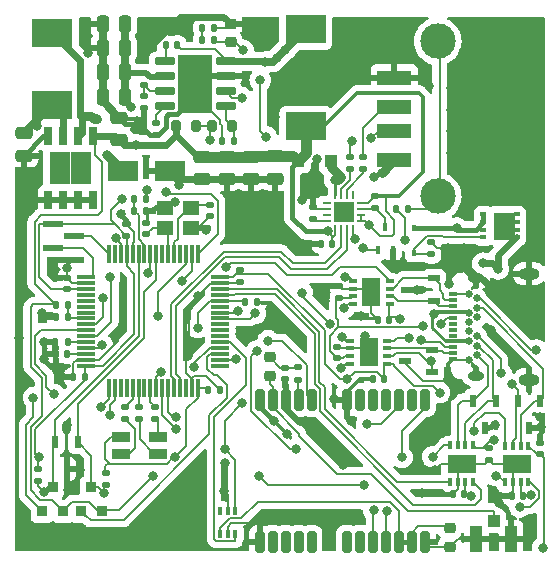
<source format=gbr>
%TF.GenerationSoftware,KiCad,Pcbnew,(6.0.5-0)*%
%TF.CreationDate,2022-06-06T17:24:23+02:00*%
%TF.ProjectId,BlackPanda,426c6163-6b50-4616-9e64-612e6b696361,rev?*%
%TF.SameCoordinates,Original*%
%TF.FileFunction,Copper,L1,Top*%
%TF.FilePolarity,Positive*%
%FSLAX46Y46*%
G04 Gerber Fmt 4.6, Leading zero omitted, Abs format (unit mm)*
G04 Created by KiCad (PCBNEW (6.0.5-0)) date 2022-06-06 17:24:23*
%MOMM*%
%LPD*%
G01*
G04 APERTURE LIST*
G04 Aperture macros list*
%AMRoundRect*
0 Rectangle with rounded corners*
0 $1 Rounding radius*
0 $2 $3 $4 $5 $6 $7 $8 $9 X,Y pos of 4 corners*
0 Add a 4 corners polygon primitive as box body*
4,1,4,$2,$3,$4,$5,$6,$7,$8,$9,$2,$3,0*
0 Add four circle primitives for the rounded corners*
1,1,$1+$1,$2,$3*
1,1,$1+$1,$4,$5*
1,1,$1+$1,$6,$7*
1,1,$1+$1,$8,$9*
0 Add four rect primitives between the rounded corners*
20,1,$1+$1,$2,$3,$4,$5,0*
20,1,$1+$1,$4,$5,$6,$7,0*
20,1,$1+$1,$6,$7,$8,$9,0*
20,1,$1+$1,$8,$9,$2,$3,0*%
G04 Aperture macros list end*
%TA.AperFunction,EtchedComponent*%
%ADD10C,0.100000*%
%TD*%
%TA.AperFunction,SMDPad,CuDef*%
%ADD11RoundRect,0.140000X0.140000X0.170000X-0.140000X0.170000X-0.140000X-0.170000X0.140000X-0.170000X0*%
%TD*%
%TA.AperFunction,SMDPad,CuDef*%
%ADD12RoundRect,0.140000X0.170000X-0.140000X0.170000X0.140000X-0.170000X0.140000X-0.170000X-0.140000X0*%
%TD*%
%TA.AperFunction,SMDPad,CuDef*%
%ADD13R,0.650000X1.500000*%
%TD*%
%TA.AperFunction,SMDPad,CuDef*%
%ADD14R,1.800000X1.350000*%
%TD*%
%TA.AperFunction,SMDPad,CuDef*%
%ADD15R,1.000000X0.600000*%
%TD*%
%TA.AperFunction,SMDPad,CuDef*%
%ADD16RoundRect,0.135000X-0.185000X0.135000X-0.185000X-0.135000X0.185000X-0.135000X0.185000X0.135000X0*%
%TD*%
%TA.AperFunction,SMDPad,CuDef*%
%ADD17RoundRect,0.135000X0.185000X-0.135000X0.185000X0.135000X-0.185000X0.135000X-0.185000X-0.135000X0*%
%TD*%
%TA.AperFunction,SMDPad,CuDef*%
%ADD18RoundRect,0.200000X0.200000X0.275000X-0.200000X0.275000X-0.200000X-0.275000X0.200000X-0.275000X0*%
%TD*%
%TA.AperFunction,SMDPad,CuDef*%
%ADD19RoundRect,0.135000X-0.135000X-0.185000X0.135000X-0.185000X0.135000X0.185000X-0.135000X0.185000X0*%
%TD*%
%TA.AperFunction,SMDPad,CuDef*%
%ADD20RoundRect,0.250000X0.250000X0.475000X-0.250000X0.475000X-0.250000X-0.475000X0.250000X-0.475000X0*%
%TD*%
%TA.AperFunction,SMDPad,CuDef*%
%ADD21RoundRect,0.135000X0.135000X0.185000X-0.135000X0.185000X-0.135000X-0.185000X0.135000X-0.185000X0*%
%TD*%
%TA.AperFunction,SMDPad,CuDef*%
%ADD22RoundRect,0.150000X-0.737500X-0.150000X0.737500X-0.150000X0.737500X0.150000X-0.737500X0.150000X0*%
%TD*%
%TA.AperFunction,ComponentPad*%
%ADD23C,0.500000*%
%TD*%
%TA.AperFunction,SMDPad,CuDef*%
%ADD24R,2.950000X4.900000*%
%TD*%
%TA.AperFunction,SMDPad,CuDef*%
%ADD25R,0.650000X0.350000*%
%TD*%
%TA.AperFunction,SMDPad,CuDef*%
%ADD26R,1.550000X2.400000*%
%TD*%
%TA.AperFunction,SMDPad,CuDef*%
%ADD27R,0.450000X0.700000*%
%TD*%
%TA.AperFunction,SMDPad,CuDef*%
%ADD28R,1.050000X2.200000*%
%TD*%
%TA.AperFunction,SMDPad,CuDef*%
%ADD29R,1.050000X1.000000*%
%TD*%
%TA.AperFunction,SMDPad,CuDef*%
%ADD30RoundRect,0.140000X-0.170000X0.140000X-0.170000X-0.140000X0.170000X-0.140000X0.170000X0.140000X0*%
%TD*%
%TA.AperFunction,SMDPad,CuDef*%
%ADD31RoundRect,0.250000X0.475000X-0.250000X0.475000X0.250000X-0.475000X0.250000X-0.475000X-0.250000X0*%
%TD*%
%TA.AperFunction,ComponentPad*%
%ADD32O,1.800000X0.950000*%
%TD*%
%TA.AperFunction,ComponentPad*%
%ADD33O,1.400000X0.800000*%
%TD*%
%TA.AperFunction,SMDPad,CuDef*%
%ADD34R,0.800000X0.300000*%
%TD*%
%TA.AperFunction,ComponentPad*%
%ADD35C,0.650000*%
%TD*%
%TA.AperFunction,SMDPad,CuDef*%
%ADD36R,3.400000X2.400000*%
%TD*%
%TA.AperFunction,SMDPad,CuDef*%
%ADD37R,0.600000X1.000000*%
%TD*%
%TA.AperFunction,SMDPad,CuDef*%
%ADD38R,1.750000X0.600000*%
%TD*%
%TA.AperFunction,SMDPad,CuDef*%
%ADD39R,0.914400X0.914400*%
%TD*%
%TA.AperFunction,SMDPad,CuDef*%
%ADD40R,0.400000X0.650000*%
%TD*%
%TA.AperFunction,SMDPad,CuDef*%
%ADD41RoundRect,0.140000X-0.140000X-0.170000X0.140000X-0.170000X0.140000X0.170000X-0.140000X0.170000X0*%
%TD*%
%TA.AperFunction,SMDPad,CuDef*%
%ADD42RoundRect,0.218750X-0.256250X0.218750X-0.256250X-0.218750X0.256250X-0.218750X0.256250X0.218750X0*%
%TD*%
%TA.AperFunction,SMDPad,CuDef*%
%ADD43RoundRect,0.062500X0.062500X-0.312500X0.062500X0.312500X-0.062500X0.312500X-0.062500X-0.312500X0*%
%TD*%
%TA.AperFunction,SMDPad,CuDef*%
%ADD44RoundRect,0.062500X0.312500X-0.062500X0.312500X0.062500X-0.312500X0.062500X-0.312500X-0.062500X0*%
%TD*%
%TA.AperFunction,SMDPad,CuDef*%
%ADD45R,1.750000X1.750000*%
%TD*%
%TA.AperFunction,SMDPad,CuDef*%
%ADD46R,1.500000X0.900000*%
%TD*%
%TA.AperFunction,SMDPad,CuDef*%
%ADD47RoundRect,0.225000X-0.250000X0.225000X-0.250000X-0.225000X0.250000X-0.225000X0.250000X0.225000X0*%
%TD*%
%TA.AperFunction,SMDPad,CuDef*%
%ADD48R,3.000000X1.250000*%
%TD*%
%TA.AperFunction,ComponentPad*%
%ADD49C,3.000000*%
%TD*%
%TA.AperFunction,SMDPad,CuDef*%
%ADD50RoundRect,0.075000X-0.075000X0.700000X-0.075000X-0.700000X0.075000X-0.700000X0.075000X0.700000X0*%
%TD*%
%TA.AperFunction,SMDPad,CuDef*%
%ADD51RoundRect,0.075000X-0.700000X0.075000X-0.700000X-0.075000X0.700000X-0.075000X0.700000X0.075000X0*%
%TD*%
%TA.AperFunction,SMDPad,CuDef*%
%ADD52RoundRect,0.200000X-0.200000X0.700000X-0.200000X-0.700000X0.200000X-0.700000X0.200000X0.700000X0*%
%TD*%
%TA.AperFunction,SMDPad,CuDef*%
%ADD53R,0.450000X0.600000*%
%TD*%
%TA.AperFunction,SMDPad,CuDef*%
%ADD54R,0.350000X0.650000*%
%TD*%
%TA.AperFunction,SMDPad,CuDef*%
%ADD55R,2.400000X1.550000*%
%TD*%
%TA.AperFunction,SMDPad,CuDef*%
%ADD56RoundRect,0.250000X-0.475000X0.250000X-0.475000X-0.250000X0.475000X-0.250000X0.475000X0.250000X0*%
%TD*%
%TA.AperFunction,SMDPad,CuDef*%
%ADD57R,0.558800X0.406400*%
%TD*%
%TA.AperFunction,SMDPad,CuDef*%
%ADD58R,0.508000X0.406400*%
%TD*%
%TA.AperFunction,SMDPad,CuDef*%
%ADD59R,1.400000X1.200000*%
%TD*%
%TA.AperFunction,SMDPad,CuDef*%
%ADD60R,2.500000X1.800000*%
%TD*%
%TA.AperFunction,SMDPad,CuDef*%
%ADD61R,1.100000X1.100000*%
%TD*%
%TA.AperFunction,SMDPad,CuDef*%
%ADD62R,3.500000X2.400000*%
%TD*%
%TA.AperFunction,ViaPad*%
%ADD63C,0.800000*%
%TD*%
%TA.AperFunction,Conductor*%
%ADD64C,0.200000*%
%TD*%
%TA.AperFunction,Conductor*%
%ADD65C,0.300000*%
%TD*%
%TA.AperFunction,Conductor*%
%ADD66C,0.600000*%
%TD*%
%TA.AperFunction,Conductor*%
%ADD67C,0.500000*%
%TD*%
%TA.AperFunction,Conductor*%
%ADD68C,0.400000*%
%TD*%
%TA.AperFunction,Conductor*%
%ADD69C,0.700000*%
%TD*%
%TA.AperFunction,Conductor*%
%ADD70C,0.800000*%
%TD*%
%TA.AperFunction,Conductor*%
%ADD71C,0.900000*%
%TD*%
%TA.AperFunction,Conductor*%
%ADD72C,0.250000*%
%TD*%
G04 APERTURE END LIST*
%TO.C,U1*%
G36*
X213501489Y-80507600D02*
G01*
X211774289Y-80507600D01*
X211774289Y-78272400D01*
X213501489Y-78272400D01*
X213501489Y-80507600D01*
G37*
D10*
X213501489Y-80507600D02*
X211774289Y-80507600D01*
X211774289Y-78272400D01*
X213501489Y-78272400D01*
X213501489Y-80507600D01*
G36*
X213501489Y-80507600D02*
G01*
X211774289Y-80507600D01*
X211774289Y-78272400D01*
X213501489Y-78272400D01*
X213501489Y-80507600D01*
G37*
X213501489Y-80507600D02*
X211774289Y-80507600D01*
X211774289Y-78272400D01*
X213501489Y-78272400D01*
X213501489Y-80507600D01*
%TD*%
D11*
%TO.P,C8,1*%
%TO.N,+5V*%
X198100000Y-80900000D03*
%TO.P,C8,2*%
%TO.N,GND*%
X197140000Y-80900000D03*
%TD*%
D12*
%TO.P,C14,1*%
%TO.N,+3V3*%
X180670000Y-80230000D03*
%TO.P,C14,2*%
%TO.N,GND*%
X180670000Y-79270000D03*
%TD*%
D13*
%TO.P,U12,1,VIN*%
%TO.N,+5V*%
X177855000Y-71800000D03*
%TO.P,U12,2,OUT*%
%TO.N,Net-(D11-Pad1)*%
X176585000Y-71800000D03*
%TO.P,U12,3,FB*%
%TO.N,+3V3*%
X175315000Y-71800000D03*
%TO.P,U12,4,EN*%
%TO.N,GND*%
X174045000Y-71800000D03*
%TO.P,U12,5,GND*%
X174045000Y-77200000D03*
%TO.P,U12,6,GND*%
X175315000Y-77200000D03*
%TO.P,U12,7,GND*%
X176585000Y-77200000D03*
%TO.P,U12,8,GND*%
X177855000Y-77200000D03*
D14*
%TO.P,U12,9*%
%TO.N,N/C*%
X176850000Y-73825000D03*
X175050000Y-73825000D03*
X175050000Y-75175000D03*
X176850000Y-75175000D03*
%TD*%
D15*
%TO.P,D7,1*%
%TO.N,CAN1_L*%
X206700000Y-85750000D03*
%TO.P,D7,2*%
%TO.N,CAN1_H*%
X206700000Y-83850000D03*
%TO.P,D7,3*%
%TO.N,GND*%
X204400000Y-84800000D03*
%TD*%
D16*
%TO.P,R23,1*%
%TO.N,+3V3*%
X173225000Y-100015000D03*
%TO.P,R23,2*%
%TO.N,SBU2*%
X173225000Y-101035000D03*
%TD*%
%TO.P,R24,1*%
%TO.N,+3V3*%
X178950000Y-100340000D03*
%TO.P,R24,2*%
%TO.N,SBU1*%
X178950000Y-101360000D03*
%TD*%
D17*
%TO.P,R5,1*%
%TO.N,Net-(R5-Pad1)*%
X182200000Y-67510000D03*
%TO.P,R5,2*%
%TO.N,12V_Protected*%
X182200000Y-66490000D03*
%TD*%
%TO.P,R26,1*%
%TO.N,Net-(R26-Pad1)*%
X196450000Y-78860000D03*
%TO.P,R26,2*%
%TO.N,GND*%
X196450000Y-77840000D03*
%TD*%
D18*
%TO.P,R4,1*%
%TO.N,CS*%
X186525000Y-70950000D03*
%TO.P,R4,2*%
%TO.N,+5V*%
X184875000Y-70950000D03*
%TD*%
D19*
%TO.P,R11,1*%
%TO.N,GND*%
X188780000Y-72250000D03*
%TO.P,R11,2*%
%TO.N,FB*%
X189800000Y-72250000D03*
%TD*%
D20*
%TO.P,C7,1*%
%TO.N,12V_Protected*%
X180550000Y-66400000D03*
%TO.P,C7,2*%
%TO.N,GND*%
X178650000Y-66400000D03*
%TD*%
D21*
%TO.P,R2,1*%
%TO.N,GND*%
X182360000Y-78150000D03*
%TO.P,R2,2*%
%TO.N,VoltageSens*%
X181340000Y-78150000D03*
%TD*%
D22*
%TO.P,U5,1,BOOT*%
%TO.N,Net-(C22-Pad2)*%
X183947500Y-65445000D03*
%TO.P,U5,2,VIN*%
%TO.N,12V_Protected*%
X183947500Y-66715000D03*
%TO.P,U5,3,EN*%
%TO.N,Net-(R5-Pad1)*%
X183947500Y-67985000D03*
%TO.P,U5,4,RT/CLK*%
%TO.N,Net-(R7-Pad2)*%
X183947500Y-69255000D03*
%TO.P,U5,5,FB*%
%TO.N,FB*%
X189072500Y-69255000D03*
%TO.P,U5,6,COMP*%
%TO.N,COMP*%
X189072500Y-67985000D03*
%TO.P,U5,7,GND*%
%TO.N,GND*%
X189072500Y-66715000D03*
%TO.P,U5,8,SW*%
%TO.N,Net-(C22-Pad1)*%
X189072500Y-65445000D03*
D23*
%TO.P,U5,9,GND*%
%TO.N,GND*%
X187160000Y-66050000D03*
X185860000Y-68650000D03*
X185860000Y-67350000D03*
D24*
X186510000Y-67350000D03*
D23*
X185860000Y-66050000D03*
X187160000Y-68650000D03*
X187160000Y-67350000D03*
%TD*%
D11*
%TO.P,C25,1*%
%TO.N,Net-(C25-Pad1)*%
X175680000Y-90250000D03*
%TO.P,C25,2*%
%TO.N,GND*%
X174720000Y-90250000D03*
%TD*%
D19*
%TO.P,R16,1*%
%TO.N,GND*%
X174690000Y-87100000D03*
%TO.P,R16,2*%
%TO.N,Net-(R15-Pad1)*%
X175710000Y-87100000D03*
%TD*%
D12*
%TO.P,C28,1*%
%TO.N,+3V3*%
X215700000Y-98730000D03*
%TO.P,C28,2*%
%TO.N,GND*%
X215700000Y-97770000D03*
%TD*%
D25*
%TO.P,U9,1,TXD*%
%TO.N,CAN1_TX*%
X199850000Y-84065000D03*
%TO.P,U9,2,GND*%
%TO.N,GND*%
X199850000Y-84715000D03*
%TO.P,U9,3,VCC*%
%TO.N,+5V*%
X199850000Y-85365000D03*
%TO.P,U9,4,RXD*%
%TO.N,CAN1_RX*%
X199850000Y-86015000D03*
%TO.P,U9,5,VIO*%
%TO.N,+3V3*%
X202950000Y-86015000D03*
%TO.P,U9,6,CANL*%
%TO.N,CAN1_L*%
X202950000Y-85365000D03*
%TO.P,U9,7,CANH*%
%TO.N,CAN1_H*%
X202950000Y-84715000D03*
%TO.P,U9,8,STB*%
%TO.N,CAN1_EN*%
X202950000Y-84065000D03*
D26*
%TO.P,U9,9,GND*%
%TO.N,GND*%
X201400000Y-85040000D03*
%TD*%
D27*
%TO.P,Q3,1,B*%
%TO.N,USB_LOAD*%
X201950000Y-81460000D03*
%TO.P,Q3,2,E*%
%TO.N,GND*%
X203250000Y-81460000D03*
%TO.P,Q3,3,C*%
%TO.N,Net-(Q3-Pad3)*%
X202600000Y-79460000D03*
%TD*%
D28*
%TO.P,ANT1,GND1*%
%TO.N,GND*%
X213245000Y-105910000D03*
%TO.P,ANT1,GND2*%
X210295000Y-105910000D03*
D29*
%TO.P,ANT1,SIG*%
%TO.N,Net-(ANT1-PadSIG)*%
X211770000Y-104385000D03*
%TD*%
D17*
%TO.P,R19,1*%
%TO.N,Net-(D4-Pad1)*%
X183060000Y-95750000D03*
%TO.P,R19,2*%
%TO.N,Net-(R19-Pad2)*%
X183060000Y-94730000D03*
%TD*%
D30*
%TO.P,C23,1*%
%TO.N,Net-(C23-Pad1)*%
X187780000Y-77600000D03*
%TO.P,C23,2*%
%TO.N,GND*%
X187780000Y-78560000D03*
%TD*%
D17*
%TO.P,R7,1*%
%TO.N,GND*%
X183200000Y-71710000D03*
%TO.P,R7,2*%
%TO.N,Net-(R7-Pad2)*%
X183200000Y-70690000D03*
%TD*%
D20*
%TO.P,C12,1*%
%TO.N,12V_Protected*%
X180550000Y-68450000D03*
%TO.P,C12,2*%
%TO.N,GND*%
X178650000Y-68450000D03*
%TD*%
D11*
%TO.P,C27,1*%
%TO.N,+3V3*%
X202940000Y-87330000D03*
%TO.P,C27,2*%
%TO.N,GND*%
X201980000Y-87330000D03*
%TD*%
D30*
%TO.P,C11,1*%
%TO.N,+3V3*%
X190250000Y-83170000D03*
%TO.P,C11,2*%
%TO.N,GND*%
X190250000Y-84130000D03*
%TD*%
D25*
%TO.P,U8,1,TXD*%
%TO.N,CAN0_TX*%
X199640000Y-89115000D03*
%TO.P,U8,2,GND*%
%TO.N,GND*%
X199640000Y-89765000D03*
%TO.P,U8,3,VCC*%
%TO.N,+5V*%
X199640000Y-90415000D03*
%TO.P,U8,4,RXD*%
%TO.N,CAN0_RX*%
X199640000Y-91065000D03*
%TO.P,U8,5,VIO*%
%TO.N,+3V3*%
X202740000Y-91065000D03*
%TO.P,U8,6,CANL*%
%TO.N,CAN0_L*%
X202740000Y-90415000D03*
%TO.P,U8,7,CANH*%
%TO.N,CAN0_H*%
X202740000Y-89765000D03*
%TO.P,U8,8,STB*%
%TO.N,CAN0_EN*%
X202740000Y-89115000D03*
D26*
%TO.P,U8,9,GND*%
%TO.N,GND*%
X201190000Y-90090000D03*
%TD*%
D31*
%TO.P,C20,1*%
%TO.N,GND*%
X187100000Y-75450000D03*
%TO.P,C20,2*%
%TO.N,+5V*%
X187100000Y-73550000D03*
%TD*%
D30*
%TO.P,C29,1*%
%TO.N,+3V3*%
X211375000Y-98245000D03*
%TO.P,C29,2*%
%TO.N,GND*%
X211375000Y-99205000D03*
%TD*%
D32*
%TO.P,P1,31,SHIELD*%
%TO.N,GND*%
X214770000Y-83450000D03*
D33*
%TO.P,P1,32,SHIELD*%
X210260000Y-83810000D03*
%TO.P,P1,33,SHIELD*%
X210260000Y-92070000D03*
D32*
%TO.P,P1,34,SHIELD*%
X214770000Y-92430000D03*
D34*
%TO.P,P1,A1,GND*%
X208300000Y-90690000D03*
%TO.P,P1,A2,TX1+*%
%TO.N,CAN0_H*%
X208300000Y-90190000D03*
%TO.P,P1,A3,TX1-*%
%TO.N,CAN0_L*%
X208300000Y-89690000D03*
%TO.P,P1,A4,VBUS*%
%TO.N,+12V*%
X208300000Y-89190000D03*
%TO.P,P1,A5,CC*%
%TO.N,unconnected-(P1-PadA5)*%
X208300000Y-88690000D03*
%TO.P,P1,A6,D+*%
%TO.N,unconnected-(P1-PadA6)*%
X208300000Y-88190000D03*
%TO.P,P1,A7,D-*%
%TO.N,unconnected-(P1-PadA7)*%
X208300000Y-87690000D03*
%TO.P,P1,A8,SBU1*%
%TO.N,SBU1*%
X208300000Y-87190000D03*
%TO.P,P1,A9,VBUS*%
%TO.N,+12V*%
X208300000Y-86690000D03*
%TO.P,P1,A10,RX2-*%
%TO.N,CAN1_L*%
X208300000Y-86190000D03*
%TO.P,P1,A11,RX2+*%
%TO.N,CAN1_H*%
X208300000Y-85690000D03*
%TO.P,P1,A12,GND*%
%TO.N,GND*%
X208300000Y-85190000D03*
D35*
%TO.P,P1,B1,GND*%
X209660000Y-85140000D03*
%TO.P,P1,B2,TX2+*%
%TO.N,CAN2_H*%
X210360000Y-85540000D03*
%TO.P,P1,B3,TX2-*%
%TO.N,CAN2_L*%
X210360000Y-86340000D03*
%TO.P,P1,B4,VBUS*%
%TO.N,+12V*%
X209660000Y-86740000D03*
%TO.P,P1,B5,VCONN*%
%TO.N,unconnected-(P1-PadB5)*%
X210360000Y-87140000D03*
%TO.P,P1,B6*%
%TO.N,N/C*%
X209660000Y-87540000D03*
%TO.P,P1,B7*%
X209660000Y-88340000D03*
%TO.P,P1,B8,SBU2*%
%TO.N,SBU2*%
X210360000Y-88740000D03*
%TO.P,P1,B9,VBUS*%
%TO.N,+12V*%
X209660000Y-89140000D03*
%TO.P,P1,B10,RX1-*%
%TO.N,CAN3_L*%
X210360000Y-89540000D03*
%TO.P,P1,B11,RX1+*%
%TO.N,CAN3_H*%
X210360000Y-90340000D03*
%TO.P,P1,B12,GND*%
%TO.N,GND*%
X209660000Y-90740000D03*
%TD*%
D31*
%TO.P,C3,1*%
%TO.N,+5V*%
X180050000Y-72150000D03*
%TO.P,C3,2*%
%TO.N,GND*%
X180050000Y-70250000D03*
%TD*%
D12*
%TO.P,C24,1*%
%TO.N,Net-(C24-Pad1)*%
X182350000Y-80130000D03*
%TO.P,C24,2*%
%TO.N,GND*%
X182350000Y-79170000D03*
%TD*%
D17*
%TO.P,R18,1*%
%TO.N,Net-(D4-Pad2)*%
X181750000Y-95730000D03*
%TO.P,R18,2*%
%TO.N,Net-(R18-Pad2)*%
X181750000Y-94710000D03*
%TD*%
D36*
%TO.P,L2,1,1*%
%TO.N,Net-(C22-Pad1)*%
X195840000Y-62770000D03*
%TO.P,L2,2,2*%
%TO.N,+5V*%
X195840000Y-70970000D03*
%TD*%
D31*
%TO.P,C21,1*%
%TO.N,GND*%
X193250000Y-75400000D03*
%TO.P,C21,2*%
%TO.N,+5V*%
X193250000Y-73500000D03*
%TD*%
D30*
%TO.P,C30,1*%
%TO.N,GND*%
X198520000Y-89650000D03*
%TO.P,C30,2*%
%TO.N,+5V*%
X198520000Y-90610000D03*
%TD*%
D37*
%TO.P,D9,1*%
%TO.N,CAN3_L*%
X211950000Y-94200000D03*
%TO.P,D9,2*%
%TO.N,CAN3_H*%
X210050000Y-94200000D03*
%TO.P,D9,3*%
%TO.N,GND*%
X211000000Y-96500000D03*
%TD*%
D38*
%TO.P,J1,1,Pin_1*%
%TO.N,GND*%
X176225000Y-82250000D03*
%TO.P,J1,2,Pin_2*%
%TO.N,UART_RX*%
X174475000Y-81250000D03*
%TO.P,J1,3,Pin_3*%
%TO.N,UART_TX*%
X176225000Y-80250000D03*
%TO.P,J1,4,Pin_4*%
%TO.N,+3V3*%
X174475000Y-79250000D03*
%TD*%
D39*
%TO.P,Q1,1,B*%
%TO.N,relay_SBU2*%
X173536000Y-103566000D03*
%TO.P,Q1,2,E*%
%TO.N,+5V*%
X175314000Y-103566000D03*
%TO.P,Q1,3,C*%
%TO.N,SBU2*%
X174425000Y-101549240D03*
%TD*%
D40*
%TO.P,U2,1,OUT*%
%TO.N,Net-(C9-Pad1)*%
X188600000Y-105450000D03*
%TO.P,U2,2,GND*%
%TO.N,GND*%
X189250000Y-105450000D03*
%TO.P,U2,3,ON*%
%TO.N,GPS_LOAD*%
X189900000Y-105450000D03*
%TO.P,U2,4,IN*%
%TO.N,+3V3*%
X189900000Y-103550000D03*
%TO.P,U2,5,GND*%
%TO.N,GND*%
X189250000Y-103550000D03*
%TO.P,U2,6,NC*%
%TO.N,unconnected-(U2-Pad6)*%
X188600000Y-103550000D03*
%TD*%
D41*
%TO.P,C32,1*%
%TO.N,GND*%
X213280000Y-102300000D03*
%TO.P,C32,2*%
%TO.N,+5V*%
X214240000Y-102300000D03*
%TD*%
D31*
%TO.P,C19,1*%
%TO.N,GND*%
X191200000Y-75450000D03*
%TO.P,C19,2*%
%TO.N,+5V*%
X191200000Y-73550000D03*
%TD*%
D37*
%TO.P,D5,1*%
%TO.N,SBU1*%
X176550000Y-97700000D03*
%TO.P,D5,2*%
%TO.N,SBU2*%
X174650000Y-97700000D03*
%TO.P,D5,3*%
%TO.N,GND*%
X175600000Y-100000000D03*
%TD*%
D42*
%TO.P,L1,1,1*%
%TO.N,Net-(C15-Pad1)*%
X192810000Y-90522500D03*
%TO.P,L1,2,2*%
%TO.N,Net-(ANT1-PadSIG)*%
X192810000Y-92097500D03*
%TD*%
D17*
%TO.P,R17,1*%
%TO.N,Net-(D4-Pad3)*%
X180580000Y-95740000D03*
%TO.P,R17,2*%
%TO.N,Net-(R17-Pad2)*%
X180580000Y-94720000D03*
%TD*%
D20*
%TO.P,C6,1*%
%TO.N,12V_Protected*%
X180550000Y-64350000D03*
%TO.P,C6,2*%
%TO.N,GND*%
X178650000Y-64350000D03*
%TD*%
D15*
%TO.P,D6,1*%
%TO.N,CAN0_L*%
X206550000Y-91800000D03*
%TO.P,D6,2*%
%TO.N,CAN0_H*%
X206550000Y-89900000D03*
%TO.P,D6,3*%
%TO.N,GND*%
X204250000Y-90850000D03*
%TD*%
D43*
%TO.P,U6,1,IN*%
%TO.N,+5V*%
X198340000Y-79705000D03*
%TO.P,U6,2,DM_OUT*%
%TO.N,USB_D-*%
X198840000Y-79705000D03*
%TO.P,U6,3,DP_OUT*%
%TO.N,USB_D+*%
X199340000Y-79705000D03*
%TO.P,U6,4,CS*%
%TO.N,CS*%
X199840000Y-79705000D03*
D44*
%TO.P,U6,5,EN*%
%TO.N,+5V*%
X200565000Y-78980000D03*
%TO.P,U6,6,CTL1*%
X200565000Y-78480000D03*
%TO.P,U6,7,CTL2*%
%TO.N,Net-(Q3-Pad3)*%
X200565000Y-77980000D03*
%TO.P,U6,8,CTL3*%
%TO.N,+5V*%
X200565000Y-77480000D03*
D43*
%TO.P,U6,9,STATUS*%
%TO.N,unconnected-(U6-Pad9)*%
X199840000Y-76755000D03*
%TO.P,U6,10,DP_IN*%
%TO.N,Net-(R21-Pad2)*%
X199340000Y-76755000D03*
%TO.P,U6,11,DM_IN*%
%TO.N,Net-(R20-Pad1)*%
X198840000Y-76755000D03*
%TO.P,U6,12,OUT*%
%TO.N,USB_PWR*%
X198340000Y-76755000D03*
D44*
%TO.P,U6,13,FAULT*%
%TO.N,unconnected-(U6-Pad13)*%
X197615000Y-77480000D03*
%TO.P,U6,14,GND*%
%TO.N,GND*%
X197615000Y-77980000D03*
%TO.P,U6,15,ILIM_LO*%
%TO.N,unconnected-(U6-Pad15)*%
X197615000Y-78480000D03*
%TO.P,U6,16,ILIM_HI*%
%TO.N,Net-(R26-Pad1)*%
X197615000Y-78980000D03*
D45*
%TO.P,U6,17*%
%TO.N,N/C*%
X199090000Y-78230000D03*
%TD*%
D39*
%TO.P,Q2,1,B*%
%TO.N,relay_SBU1*%
X176786000Y-103566000D03*
%TO.P,Q2,2,E*%
%TO.N,+5V*%
X178564000Y-103566000D03*
%TO.P,Q2,3,C*%
%TO.N,SBU1*%
X177675000Y-101549240D03*
%TD*%
D46*
%TO.P,D4,1,RK*%
%TO.N,Net-(D4-Pad1)*%
X183310000Y-97290000D03*
%TO.P,D4,2,GK*%
%TO.N,Net-(D4-Pad2)*%
X183310000Y-98690000D03*
%TO.P,D4,3,BK*%
%TO.N,Net-(D4-Pad3)*%
X180210000Y-98690000D03*
%TO.P,D4,4,A*%
%TO.N,+3V3*%
X180210000Y-97290000D03*
%TD*%
D47*
%TO.P,C13,1*%
%TO.N,GND*%
X189500000Y-62325000D03*
%TO.P,C13,2*%
%TO.N,COMP*%
X189500000Y-63875000D03*
%TD*%
D16*
%TO.P,R21,1*%
%TO.N,Net-(J2-Pad3)*%
X200700000Y-73600000D03*
%TO.P,R21,2*%
%TO.N,Net-(R21-Pad2)*%
X200700000Y-74620000D03*
%TD*%
%TO.P,R27,1*%
%TO.N,+5V*%
X201750000Y-76840000D03*
%TO.P,R27,2*%
%TO.N,Net-(Q3-Pad3)*%
X201750000Y-77860000D03*
%TD*%
D30*
%TO.P,C15,1*%
%TO.N,Net-(C15-Pad1)*%
X194100000Y-91420000D03*
%TO.P,C15,2*%
%TO.N,GND*%
X194100000Y-92380000D03*
%TD*%
D48*
%TO.P,J2,1,VBUS*%
%TO.N,USB_PWR*%
X203350000Y-73840000D03*
%TO.P,J2,2,D-*%
%TO.N,Net-(J2-Pad2)*%
X203350000Y-71340000D03*
%TO.P,J2,3,D+*%
%TO.N,Net-(J2-Pad3)*%
X203350000Y-69340000D03*
%TO.P,J2,4,GND*%
%TO.N,GND*%
X203350000Y-66840000D03*
D49*
%TO.P,J2,5,Shield*%
%TO.N,Net-(J2-Pad5)*%
X207030000Y-63770000D03*
X207030000Y-76910000D03*
%TD*%
D47*
%TO.P,C9,1*%
%TO.N,Net-(C9-Pad1)*%
X208060000Y-105020000D03*
%TO.P,C9,2*%
%TO.N,GND*%
X208060000Y-106570000D03*
%TD*%
D37*
%TO.P,D8,1*%
%TO.N,CAN2_L*%
X215730000Y-94200000D03*
%TO.P,D8,2*%
%TO.N,CAN2_H*%
X213830000Y-94200000D03*
%TO.P,D8,3*%
%TO.N,GND*%
X214780000Y-96500000D03*
%TD*%
D11*
%TO.P,C10,1*%
%TO.N,GND*%
X188055000Y-62625000D03*
%TO.P,C10,2*%
%TO.N,Net-(C10-Pad2)*%
X187095000Y-62625000D03*
%TD*%
D50*
%TO.P,U7,1,VBAT*%
%TO.N,+3V3*%
X186700000Y-81815000D03*
%TO.P,U7,2,PC13*%
%TO.N,CAN2_EN*%
X186200000Y-81815000D03*
%TO.P,U7,3,PC14*%
%TO.N,GPS_RESET*%
X185700000Y-81815000D03*
%TO.P,U7,4,PC15*%
%TO.N,unconnected-(U7-Pad4)*%
X185200000Y-81815000D03*
%TO.P,U7,5,PH0*%
%TO.N,Net-(C23-Pad1)*%
X184700000Y-81815000D03*
%TO.P,U7,6,PH1*%
%TO.N,Net-(C24-Pad1)*%
X184200000Y-81815000D03*
%TO.P,U7,7,NRST*%
%TO.N,unconnected-(U7-Pad7)*%
X183700000Y-81815000D03*
%TO.P,U7,8,PC0*%
%TO.N,SBU1*%
X183200000Y-81815000D03*
%TO.P,U7,9,PC1*%
%TO.N,CAN3_EN*%
X182700000Y-81815000D03*
%TO.P,U7,10,PC2*%
%TO.N,VoltageSens*%
X182200000Y-81815000D03*
%TO.P,U7,11,PC3*%
%TO.N,SBU2*%
X181700000Y-81815000D03*
%TO.P,U7,12,VSSA*%
%TO.N,GND*%
X181200000Y-81815000D03*
%TO.P,U7,13,VDDA*%
%TO.N,+3V3*%
X180700000Y-81815000D03*
%TO.P,U7,14,PA0*%
%TO.N,CAN1_EN*%
X180200000Y-81815000D03*
%TO.P,U7,15,PA1*%
%TO.N,unconnected-(U7-Pad15)*%
X179700000Y-81815000D03*
%TO.P,U7,16,PA2*%
%TO.N,UART_TX*%
X179200000Y-81815000D03*
D51*
%TO.P,U7,17,PA3*%
%TO.N,UART_RX*%
X177275000Y-83740000D03*
%TO.P,U7,18,VSS*%
%TO.N,GND*%
X177275000Y-84240000D03*
%TO.P,U7,19,VDD*%
%TO.N,+3V3*%
X177275000Y-84740000D03*
%TO.P,U7,20,PA4*%
%TO.N,SPI_NSS*%
X177275000Y-85240000D03*
%TO.P,U7,21,PA5*%
%TO.N,SPI_SCK*%
X177275000Y-85740000D03*
%TO.P,U7,22,PA6*%
%TO.N,SPI_MISO*%
X177275000Y-86240000D03*
%TO.P,U7,23,PA7*%
%TO.N,SPI_MOSI*%
X177275000Y-86740000D03*
%TO.P,U7,24,PC4*%
%TO.N,Net-(R15-Pad1)*%
X177275000Y-87240000D03*
%TO.P,U7,25,PC5*%
%TO.N,GPS_BOOT*%
X177275000Y-87740000D03*
%TO.P,U7,26,PB0*%
%TO.N,GPS_TIMEPULSE*%
X177275000Y-88240000D03*
%TO.P,U7,27,PB1*%
%TO.N,USB_LOAD*%
X177275000Y-88740000D03*
%TO.P,U7,28,PB2*%
%TO.N,Net-(R22-Pad1)*%
X177275000Y-89240000D03*
%TO.P,U7,29,PB10*%
%TO.N,CAN0_EN*%
X177275000Y-89740000D03*
%TO.P,U7,30,VCAP_1*%
%TO.N,Net-(C25-Pad1)*%
X177275000Y-90240000D03*
%TO.P,U7,31,VSS*%
%TO.N,GND*%
X177275000Y-90740000D03*
%TO.P,U7,32,VDD*%
%TO.N,+3V3*%
X177275000Y-91240000D03*
D50*
%TO.P,U7,33,PB12*%
%TO.N,CAN0_RX*%
X179200000Y-93165000D03*
%TO.P,U7,34,PB13*%
%TO.N,CAN0_TX*%
X179700000Y-93165000D03*
%TO.P,U7,35,PB14*%
%TO.N,unconnected-(U7-Pad35)*%
X180200000Y-93165000D03*
%TO.P,U7,36,PB15*%
%TO.N,unconnected-(U7-Pad36)*%
X180700000Y-93165000D03*
%TO.P,U7,37,PC6*%
%TO.N,Net-(R17-Pad2)*%
X181200000Y-93165000D03*
%TO.P,U7,38,PC7*%
%TO.N,Net-(R18-Pad2)*%
X181700000Y-93165000D03*
%TO.P,U7,39,PC8*%
%TO.N,unconnected-(U7-Pad39)*%
X182200000Y-93165000D03*
%TO.P,U7,40,PC9*%
%TO.N,Net-(R19-Pad2)*%
X182700000Y-93165000D03*
%TO.P,U7,41,PA8*%
%TO.N,CAN1_RX*%
X183200000Y-93165000D03*
%TO.P,U7,42,PA9*%
%TO.N,GPS_RX*%
X183700000Y-93165000D03*
%TO.P,U7,43,PA10*%
%TO.N,GPS_TX*%
X184200000Y-93165000D03*
%TO.P,U7,44,PA11*%
%TO.N,USB_D-*%
X184700000Y-93165000D03*
%TO.P,U7,45,PA12*%
%TO.N,USB_D+*%
X185200000Y-93165000D03*
%TO.P,U7,46,PA13*%
%TO.N,unconnected-(U7-Pad46)*%
X185700000Y-93165000D03*
%TO.P,U7,47,VSS*%
%TO.N,GND*%
X186200000Y-93165000D03*
%TO.P,U7,48,VDD*%
%TO.N,+3V3*%
X186700000Y-93165000D03*
D51*
%TO.P,U7,49,PA14*%
%TO.N,unconnected-(U7-Pad49)*%
X188625000Y-91240000D03*
%TO.P,U7,50,PA15*%
%TO.N,CAN1_TX*%
X188625000Y-90740000D03*
%TO.P,U7,51,PC10*%
%TO.N,relay_SBU1*%
X188625000Y-90240000D03*
%TO.P,U7,52,PC11*%
%TO.N,relay_SBU2*%
X188625000Y-89740000D03*
%TO.P,U7,53,PC12*%
%TO.N,GPS_LOAD*%
X188625000Y-89240000D03*
%TO.P,U7,54,PD2*%
%TO.N,unconnected-(U7-Pad54)*%
X188625000Y-88740000D03*
%TO.P,U7,55,PB3*%
%TO.N,unconnected-(U7-Pad55)*%
X188625000Y-88240000D03*
%TO.P,U7,56,PB4*%
%TO.N,unconnected-(U7-Pad56)*%
X188625000Y-87740000D03*
%TO.P,U7,57,PB5*%
%TO.N,CAN2_RX*%
X188625000Y-87240000D03*
%TO.P,U7,58,PB6*%
%TO.N,CAN2_TX*%
X188625000Y-86740000D03*
%TO.P,U7,59,PB7*%
%TO.N,unconnected-(U7-Pad59)*%
X188625000Y-86240000D03*
%TO.P,U7,60,BOOT0*%
%TO.N,BOOT0*%
X188625000Y-85740000D03*
%TO.P,U7,61,PB8*%
%TO.N,CAN3_RX*%
X188625000Y-85240000D03*
%TO.P,U7,62,PB9*%
%TO.N,CAN3_TX*%
X188625000Y-84740000D03*
%TO.P,U7,63,VSS*%
%TO.N,GND*%
X188625000Y-84240000D03*
%TO.P,U7,64,VDD*%
%TO.N,+3V3*%
X188625000Y-83740000D03*
%TD*%
D11*
%TO.P,C1,1*%
%TO.N,+3V3*%
X177130000Y-92200000D03*
%TO.P,C1,2*%
%TO.N,GND*%
X176170000Y-92200000D03*
%TD*%
D52*
%TO.P,U4,1,~{SAFEBOOT}*%
%TO.N,GPS_BOOT*%
X205950000Y-94150000D03*
%TO.P,U4,2,D_SEL*%
%TO.N,unconnected-(U4-Pad2)*%
X204850000Y-94150000D03*
%TO.P,U4,3,TIMEPULSE*%
%TO.N,GPS_TIMEPULSE*%
X203750000Y-94150000D03*
%TO.P,U4,4,EXTINT*%
%TO.N,unconnected-(U4-Pad4)*%
X202650000Y-94150000D03*
%TO.P,U4,5,USB_DM*%
%TO.N,unconnected-(U4-Pad5)*%
X201550000Y-94150000D03*
%TO.P,U4,6,USB_DP*%
%TO.N,unconnected-(U4-Pad6)*%
X200450000Y-94150000D03*
%TO.P,U4,7,VDD_USB*%
%TO.N,GND*%
X199350000Y-94150000D03*
%TO.P,U4,8,~{RESET}*%
%TO.N,GPS_RESET*%
X196350000Y-94150000D03*
%TO.P,U4,9,VCC_RF*%
%TO.N,Net-(R10-Pad1)*%
X195250000Y-94150000D03*
%TO.P,U4,10,GND*%
%TO.N,GND*%
X194150000Y-94150000D03*
%TO.P,U4,11,RF_IN*%
%TO.N,Net-(ANT1-PadSIG)*%
X193050000Y-94150000D03*
%TO.P,U4,12,GND*%
%TO.N,GND*%
X191950000Y-94150000D03*
%TO.P,U4,13,GND*%
X191950000Y-106150000D03*
%TO.P,U4,14,RESERVED*%
%TO.N,unconnected-(U4-Pad14)*%
X193050000Y-106150000D03*
%TO.P,U4,15,RESERVED*%
%TO.N,unconnected-(U4-Pad15)*%
X194150000Y-106150000D03*
%TO.P,U4,16,RESERVED*%
%TO.N,unconnected-(U4-Pad16)*%
X195250000Y-106150000D03*
%TO.P,U4,17,RESERVED*%
%TO.N,unconnected-(U4-Pad17)*%
X196350000Y-106150000D03*
%TO.P,U4,18,SDA/~{SPI_CS}*%
%TO.N,unconnected-(U4-Pad18)*%
X199350000Y-106150000D03*
%TO.P,U4,19,SCL/SPI_CLK*%
%TO.N,unconnected-(U4-Pad19)*%
X200450000Y-106150000D03*
%TO.P,U4,20,TXD/SPI_MISO*%
%TO.N,GPS_TX*%
X201550000Y-106150000D03*
%TO.P,U4,21,RXD/SPI_MOSI*%
%TO.N,GPS_RX*%
X202650000Y-106150000D03*
%TO.P,U4,22,V_BCKP*%
%TO.N,Net-(C9-Pad1)*%
X203750000Y-106150000D03*
%TO.P,U4,23,VCC*%
X204850000Y-106150000D03*
%TO.P,U4,24,GND*%
%TO.N,GND*%
X205950000Y-106150000D03*
%TD*%
D30*
%TO.P,C31,1*%
%TO.N,GND*%
X198710000Y-84530000D03*
%TO.P,C31,2*%
%TO.N,+5V*%
X198710000Y-85490000D03*
%TD*%
D19*
%TO.P,R8,1*%
%TO.N,Net-(C10-Pad2)*%
X187090000Y-63700000D03*
%TO.P,R8,2*%
%TO.N,COMP*%
X188110000Y-63700000D03*
%TD*%
D53*
%TO.P,D2,1,K*%
%TO.N,12V_Protected*%
X204990000Y-79580000D03*
%TO.P,D2,2,A*%
%TO.N,Net-(D2-Pad2)*%
X204990000Y-81680000D03*
%TD*%
D54*
%TO.P,U10,1,TXD*%
%TO.N,CAN2_TX*%
X212740000Y-101118000D03*
%TO.P,U10,2,GND*%
%TO.N,GND*%
X213390000Y-101118000D03*
%TO.P,U10,3,VCC*%
%TO.N,+5V*%
X214040000Y-101118000D03*
%TO.P,U10,4,RXD*%
%TO.N,CAN2_RX*%
X214690000Y-101118000D03*
%TO.P,U10,5,VIO*%
%TO.N,+3V3*%
X214690000Y-98018000D03*
%TO.P,U10,6,CANL*%
%TO.N,CAN2_L*%
X214040000Y-98018000D03*
%TO.P,U10,7,CANH*%
%TO.N,CAN2_H*%
X213390000Y-98018000D03*
%TO.P,U10,8,STB*%
%TO.N,CAN2_EN*%
X212740000Y-98018000D03*
D55*
%TO.P,U10,9,GND*%
%TO.N,GND*%
X213715000Y-99568000D03*
%TD*%
D31*
%TO.P,C18,1*%
%TO.N,GND*%
X189150000Y-75450000D03*
%TO.P,C18,2*%
%TO.N,+5V*%
X189150000Y-73550000D03*
%TD*%
D56*
%TO.P,C16,1*%
%TO.N,+3V3*%
X172000000Y-71550000D03*
%TO.P,C16,2*%
%TO.N,GND*%
X172000000Y-73450000D03*
%TD*%
D21*
%TO.P,R13,1*%
%TO.N,Net-(J2-Pad5)*%
X204510000Y-78000000D03*
%TO.P,R13,2*%
%TO.N,BOOT0*%
X203490000Y-78000000D03*
%TD*%
D54*
%TO.P,U11,1,TXD*%
%TO.N,CAN3_TX*%
X208075000Y-101090000D03*
%TO.P,U11,2,GND*%
%TO.N,GND*%
X208725000Y-101090000D03*
%TO.P,U11,3,VCC*%
%TO.N,+5V*%
X209375000Y-101090000D03*
%TO.P,U11,4,RXD*%
%TO.N,CAN3_RX*%
X210025000Y-101090000D03*
%TO.P,U11,5,VIO*%
%TO.N,+3V3*%
X210025000Y-97990000D03*
%TO.P,U11,6,CANL*%
%TO.N,CAN3_L*%
X209375000Y-97990000D03*
%TO.P,U11,7,CANH*%
%TO.N,CAN3_H*%
X208725000Y-97990000D03*
%TO.P,U11,8,STB*%
%TO.N,CAN3_EN*%
X208075000Y-97990000D03*
D55*
%TO.P,U11,9,GND*%
%TO.N,GND*%
X209050000Y-99540000D03*
%TD*%
D21*
%TO.P,R15,1*%
%TO.N,Net-(R15-Pad1)*%
X175710000Y-86080000D03*
%TO.P,R15,2*%
%TO.N,+5V*%
X174690000Y-86080000D03*
%TD*%
D16*
%TO.P,R1,1*%
%TO.N,GND*%
X206500000Y-80790000D03*
%TO.P,R1,2*%
%TO.N,Net-(D2-Pad2)*%
X206500000Y-81810000D03*
%TD*%
D21*
%TO.P,R22,1*%
%TO.N,Net-(R22-Pad1)*%
X175685000Y-89200000D03*
%TO.P,R22,2*%
%TO.N,GND*%
X174665000Y-89200000D03*
%TD*%
D17*
%TO.P,R20,1*%
%TO.N,Net-(R20-Pad1)*%
X199600000Y-74610000D03*
%TO.P,R20,2*%
%TO.N,Net-(J2-Pad2)*%
X199600000Y-73590000D03*
%TD*%
D12*
%TO.P,C2,1*%
%TO.N,+3V3*%
X175650000Y-84780000D03*
%TO.P,C2,2*%
%TO.N,GND*%
X175650000Y-83820000D03*
%TD*%
D18*
%TO.P,R12,1*%
%TO.N,FB*%
X189575000Y-70950000D03*
%TO.P,R12,2*%
%TO.N,CS*%
X187925000Y-70950000D03*
%TD*%
D41*
%TO.P,C5,1*%
%TO.N,+3V3*%
X187620000Y-93300000D03*
%TO.P,C5,2*%
%TO.N,GND*%
X188580000Y-93300000D03*
%TD*%
D11*
%TO.P,C26,1*%
%TO.N,+3V3*%
X202520000Y-92380000D03*
%TO.P,C26,2*%
%TO.N,GND*%
X201560000Y-92380000D03*
%TD*%
D20*
%TO.P,C4,1*%
%TO.N,12V_Protected*%
X180550000Y-62300000D03*
%TO.P,C4,2*%
%TO.N,GND*%
X178650000Y-62300000D03*
%TD*%
D41*
%TO.P,C33,1*%
%TO.N,GND*%
X208320000Y-102100000D03*
%TO.P,C33,2*%
%TO.N,+5V*%
X209280000Y-102100000D03*
%TD*%
D17*
%TO.P,R10,1*%
%TO.N,Net-(R10-Pad1)*%
X195200000Y-92410000D03*
%TO.P,R10,2*%
%TO.N,Net-(C15-Pad1)*%
X195200000Y-91390000D03*
%TD*%
D19*
%TO.P,R14,1*%
%TO.N,BOOT0*%
X190740000Y-85850000D03*
%TO.P,R14,2*%
%TO.N,GND*%
X191760000Y-85850000D03*
%TD*%
%TO.P,R3,1*%
%TO.N,VoltageSens*%
X181340000Y-77100000D03*
%TO.P,R3,2*%
%TO.N,12V_Protected*%
X182360000Y-77100000D03*
%TD*%
D17*
%TO.P,R6,1*%
%TO.N,GND*%
X182200000Y-69460000D03*
%TO.P,R6,2*%
%TO.N,Net-(R5-Pad1)*%
X182200000Y-68440000D03*
%TD*%
D57*
%TO.P,U1,1,S*%
%TO.N,12V_Protected*%
X210889500Y-78415021D03*
%TO.P,U1,2,S*%
X210889500Y-79065007D03*
%TO.P,U1,3,S*%
X210889500Y-79714993D03*
%TO.P,U1,4,G*%
%TO.N,Net-(D2-Pad2)*%
X210889500Y-80364979D03*
D58*
%TO.P,U1,5,D*%
%TO.N,+12V*%
X213755500Y-80364979D03*
%TO.P,U1,6,D*%
X213755500Y-79714993D03*
%TO.P,U1,7,D*%
X213755500Y-79065007D03*
%TO.P,U1,8,D*%
X213755500Y-78415021D03*
%TD*%
D59*
%TO.P,Y1,1,1*%
%TO.N,Net-(C24-Pad1)*%
X183900000Y-79600000D03*
%TO.P,Y1,2,2*%
%TO.N,GND*%
X186100000Y-79600000D03*
%TO.P,Y1,3,3*%
%TO.N,Net-(C23-Pad1)*%
X186100000Y-77900000D03*
%TO.P,Y1,4,4*%
%TO.N,GND*%
X183900000Y-77900000D03*
%TD*%
D60*
%TO.P,D11,1,K*%
%TO.N,Net-(D11-Pad1)*%
X180350000Y-74750000D03*
%TO.P,D11,2,A*%
%TO.N,GND*%
X184350000Y-74750000D03*
%TD*%
D61*
%TO.P,D10,1,K*%
%TO.N,+5V*%
X195200000Y-73900000D03*
%TO.P,D10,2,A*%
%TO.N,USB_PWR*%
X198000000Y-73900000D03*
%TD*%
D11*
%TO.P,C22,1*%
%TO.N,Net-(C22-Pad1)*%
X184980000Y-64100000D03*
%TO.P,C22,2*%
%TO.N,Net-(C22-Pad2)*%
X184020000Y-64100000D03*
%TD*%
D62*
%TO.P,L3,1,1*%
%TO.N,Net-(D11-Pad1)*%
X174400000Y-63050000D03*
%TO.P,L3,2,2*%
%TO.N,+3V3*%
X174400000Y-69150000D03*
%TD*%
D63*
%TO.N,GND*%
X189000000Y-99500000D03*
X208163190Y-92636813D03*
X196825000Y-103950000D03*
X197450000Y-85750000D03*
X191475000Y-78100000D03*
X177450000Y-64775000D03*
X177075000Y-63750000D03*
X173675000Y-89250000D03*
X185150000Y-75950000D03*
X175650000Y-83000000D03*
X196825000Y-73775000D03*
X171650000Y-84000000D03*
X192950000Y-86500000D03*
X198650000Y-67750000D03*
X178080000Y-106200000D03*
X197675000Y-104675000D03*
X211900000Y-96300000D03*
X172400000Y-77150000D03*
X208150000Y-69550000D03*
X176775000Y-100100000D03*
X186900000Y-101775000D03*
X193200000Y-95950000D03*
X208150000Y-73250000D03*
X171550000Y-88900000D03*
X187400000Y-79750000D03*
X194875000Y-88600000D03*
X174350000Y-82800000D03*
X205400000Y-100050000D03*
X215750000Y-96400000D03*
X186850000Y-99400000D03*
X198275000Y-94025000D03*
X208150000Y-67700000D03*
X193450000Y-78100000D03*
X186850000Y-106200000D03*
X196000000Y-96100000D03*
X215150000Y-87400000D03*
X173725000Y-90650000D03*
X180250000Y-78400000D03*
X195500000Y-77250000D03*
X209250000Y-81250000D03*
X205250000Y-84800000D03*
X193350000Y-79800000D03*
X208000000Y-84300000D03*
X184800498Y-77387600D03*
X182900000Y-64000000D03*
X207900000Y-81250000D03*
X173550000Y-86750000D03*
X180970000Y-106200000D03*
X175190000Y-106200000D03*
X212225000Y-102900000D03*
X172300000Y-106200000D03*
X179975000Y-88525000D03*
X200550000Y-87050000D03*
X215700000Y-95600000D03*
X199050000Y-99650000D03*
X194225000Y-97000000D03*
X205675000Y-102050000D03*
X189550000Y-79800000D03*
X172400000Y-75500000D03*
X206300000Y-67600000D03*
X197725000Y-97325000D03*
X175650000Y-96300000D03*
X183860000Y-106200000D03*
X211500000Y-88250000D03*
X211700000Y-102175000D03*
X186705175Y-85355175D03*
X214650000Y-104750000D03*
X199650000Y-95900000D03*
X184950000Y-101775000D03*
X211600000Y-84700000D03*
X186850000Y-104850000D03*
X208150000Y-71400000D03*
X185924500Y-90399500D03*
X191400000Y-79800000D03*
X206800000Y-100050000D03*
X215200000Y-85150000D03*
X203600000Y-82800000D03*
X175700000Y-101750000D03*
X188900000Y-101850000D03*
X182250000Y-64600000D03*
X189675000Y-78100000D03*
X193250000Y-70200000D03*
X200850000Y-88686200D03*
%TO.N,+5V*%
X209805378Y-102300500D03*
X197700000Y-79850000D03*
X205818500Y-87871400D03*
X201250000Y-79350000D03*
X191900000Y-100600000D03*
X214900000Y-102150000D03*
X182917800Y-100612800D03*
X181500000Y-72550000D03*
X200825000Y-101300000D03*
%TO.N,12V_Protected*%
X181100000Y-69300000D03*
X182450000Y-76350000D03*
X208630000Y-79580000D03*
%TO.N,COMP*%
X190549763Y-64525248D03*
X190450000Y-68550000D03*
%TO.N,Net-(C22-Pad1)*%
X193400000Y-65200000D03*
X194105000Y-64505000D03*
X192425000Y-65525000D03*
%TO.N,SBU1*%
X178800000Y-102050000D03*
X207291000Y-87706000D03*
%TO.N,SBU2*%
X173699992Y-101900011D03*
X212399000Y-91874500D03*
%TO.N,CAN0_L*%
X206500000Y-90850000D03*
X205650000Y-89065500D03*
%TO.N,CAN2_H*%
X213344000Y-92821700D03*
X215384000Y-89915600D03*
%TO.N,Net-(J2-Pad2)*%
X199800000Y-72200000D03*
X201400000Y-72000000D03*
%TO.N,+12V*%
X212150000Y-83050000D03*
X210850000Y-82550000D03*
X206700000Y-86900000D03*
%TO.N,relay_SBU2*%
X186399500Y-91376530D03*
X172800500Y-93950000D03*
%TO.N,USB_LOAD*%
X179254500Y-83763700D03*
X200672844Y-81303210D03*
%TO.N,BOOT0*%
X186725008Y-88024992D03*
X204250000Y-80600000D03*
%TO.N,GPS_BOOT*%
X204000000Y-99000000D03*
X195025000Y-98325000D03*
X191688100Y-90009700D03*
X178674400Y-85550000D03*
%TO.N,GPS_TIMEPULSE*%
X201000000Y-96200000D03*
X174550000Y-93675000D03*
%TO.N,GPS_RESET*%
X183305900Y-87059500D03*
X192663300Y-89125200D03*
%TO.N,GPS_TX*%
X184903000Y-95565500D03*
X201600000Y-103499500D03*
%TO.N,GPS_RX*%
X202730378Y-103519622D03*
X184880000Y-96564800D03*
%TO.N,CAN2_EN*%
X185367700Y-84044700D03*
X210087500Y-96735700D03*
%TO.N,CAN3_EN*%
X197907400Y-87686100D03*
X182500500Y-83400000D03*
X195533400Y-85060500D03*
X206600000Y-98950000D03*
%TO.N,CAN1_EN*%
X189120000Y-82919600D03*
X179764000Y-80440500D03*
%TO.N,CAN0_EN*%
X178628249Y-89482978D03*
X192514400Y-71860700D03*
X204580300Y-88933700D03*
X191990500Y-67068000D03*
%TO.N,CAN0_RX*%
X198881000Y-91464500D03*
X178515000Y-94771900D03*
%TO.N,CAN0_TX*%
X198911000Y-88804400D03*
X179306000Y-95381900D03*
%TO.N,CAN1_RX*%
X183598000Y-91791100D03*
X199111000Y-86332600D03*
%TO.N,CAN1_TX*%
X199150000Y-83700000D03*
X189938471Y-90691815D03*
%TO.N,CAN2_RX*%
X213958091Y-103195757D03*
X191600000Y-86800000D03*
%TO.N,CAN2_TX*%
X211950000Y-100550000D03*
X190119000Y-86585400D03*
%TO.N,USB_PWR*%
X201600000Y-75300000D03*
X198300000Y-75500000D03*
X198855000Y-75255400D03*
X202300000Y-74900000D03*
%TO.N,CS*%
X200015000Y-80470800D03*
X187715700Y-72100008D03*
%TO.N,+3V3*%
X188980000Y-98273900D03*
X207180872Y-93519128D03*
X184000000Y-76550000D03*
X184750000Y-99000000D03*
X211800000Y-97550000D03*
X173259900Y-98989300D03*
X180310900Y-77110900D03*
X215900000Y-106650000D03*
X199387937Y-92355281D03*
X203865500Y-87286400D03*
X173135646Y-70916086D03*
X190481900Y-94382800D03*
%TO.N,Net-(D11-Pad1)*%
X178200000Y-70350000D03*
X179025000Y-73425000D03*
%TD*%
D64*
%TO.N,GND*%
X211738000Y-99568000D02*
X213715000Y-99568000D01*
X175650000Y-83820000D02*
X175650000Y-83000000D01*
D65*
X208300000Y-90690000D02*
X207900000Y-91090000D01*
D66*
X193250000Y-75400000D02*
X191250000Y-75400000D01*
D64*
X175650000Y-92200000D02*
X176170000Y-92200000D01*
X213390000Y-102190000D02*
X213280000Y-102300000D01*
D67*
X194150000Y-94868559D02*
X194150000Y-94150000D01*
D68*
X191950000Y-94700000D02*
X193200000Y-95950000D01*
D64*
X184288098Y-77900000D02*
X184800498Y-77387600D01*
D68*
X184195480Y-69954520D02*
X184912618Y-69954520D01*
D64*
X186510000Y-68353573D02*
X186510000Y-67350000D01*
X191774031Y-104574031D02*
X191950000Y-104750000D01*
X206400000Y-106570000D02*
X205960000Y-106130000D01*
X194100000Y-92380000D02*
X194100000Y-94070000D01*
X211375000Y-99205000D02*
X211738000Y-99568000D01*
X186200000Y-93165000D02*
X186200000Y-92250000D01*
X185700000Y-90624000D02*
X185700000Y-91860349D01*
X188055000Y-62625000D02*
X189200000Y-62625000D01*
X208725000Y-101090000D02*
X208725000Y-99865000D01*
D66*
X185200000Y-61700000D02*
X185000000Y-61900000D01*
D64*
X209610000Y-85190000D02*
X208300000Y-85190000D01*
X201980000Y-87330000D02*
X201400000Y-86750000D01*
X208725000Y-101695000D02*
X208320000Y-102100000D01*
X200850000Y-89750000D02*
X201190000Y-90090000D01*
X185924500Y-90399500D02*
X186000000Y-90324000D01*
X211040000Y-99540000D02*
X209050000Y-99540000D01*
X188750000Y-72220000D02*
X188750000Y-70900000D01*
D66*
X185050000Y-75450000D02*
X184350000Y-74750000D01*
D64*
X198895000Y-84715000D02*
X199850000Y-84715000D01*
X207310000Y-99540000D02*
X206800000Y-100050000D01*
X176070000Y-84240000D02*
X177275000Y-84240000D01*
X172450000Y-77200000D02*
X172400000Y-77150000D01*
X213390000Y-101118000D02*
X213390000Y-102190000D01*
X189200000Y-62625000D02*
X189500000Y-62325000D01*
X187820349Y-84240000D02*
X186705175Y-85355175D01*
D66*
X189075000Y-61900000D02*
X188875000Y-61700000D01*
D64*
X187370480Y-92090480D02*
X188580000Y-93300000D01*
X186359520Y-92090480D02*
X187370480Y-92090480D01*
D68*
X172000000Y-73450000D02*
X173650000Y-71800000D01*
D66*
X189500000Y-62325000D02*
X189165480Y-61990480D01*
D68*
X183340000Y-71710000D02*
X184000000Y-71050000D01*
D67*
X196000000Y-96100000D02*
X195381441Y-96100000D01*
D64*
X176170000Y-91040300D02*
X176170000Y-92200000D01*
D68*
X173650000Y-71800000D02*
X174045000Y-71800000D01*
D66*
X182300000Y-64600000D02*
X182250000Y-64600000D01*
D64*
X185700000Y-91860349D02*
X186200000Y-92360349D01*
D68*
X180550000Y-70750000D02*
X180050000Y-70250000D01*
D66*
X187100000Y-75450000D02*
X185050000Y-75450000D01*
X191200000Y-75450000D02*
X189150000Y-75450000D01*
D64*
X188780000Y-72250000D02*
X188750000Y-72220000D01*
X199850000Y-84715000D02*
X201075000Y-84715000D01*
X208075657Y-92549280D02*
X205800000Y-92549280D01*
X207900000Y-92500000D02*
X208036813Y-92636813D01*
X208720000Y-105910000D02*
X210295000Y-105910000D01*
X189250000Y-102200000D02*
X188900000Y-101850000D01*
X174720000Y-91270000D02*
X175650000Y-92200000D01*
X186740000Y-79600000D02*
X187780000Y-78560000D01*
X209660000Y-90740000D02*
X210260000Y-91340000D01*
X208163190Y-92636813D02*
X208075657Y-92549280D01*
D69*
X178650000Y-68450000D02*
X178650000Y-68850000D01*
D68*
X182200000Y-70350000D02*
X182200000Y-71200000D01*
D69*
X178650000Y-64350000D02*
X178650000Y-66400000D01*
D68*
X182200000Y-70350000D02*
X181800000Y-70750000D01*
D64*
X190140000Y-84240000D02*
X188625000Y-84240000D01*
X184350000Y-74750000D02*
X184350000Y-75150000D01*
X174695000Y-90275000D02*
X174720000Y-90250000D01*
D68*
X180670000Y-78920000D02*
X180670000Y-79270000D01*
D64*
X205800000Y-92549280D02*
X204250000Y-90999280D01*
X175650000Y-82825000D02*
X176225000Y-82250000D01*
X189250000Y-105450000D02*
X189250000Y-104890984D01*
X177450000Y-64775000D02*
X177450000Y-64550000D01*
D68*
X180220000Y-78470000D02*
X180670000Y-78920000D01*
D64*
X189250000Y-104890984D02*
X189566953Y-104574031D01*
X189250000Y-103550000D02*
X189250000Y-102200000D01*
D68*
X184000000Y-71050000D02*
X184000000Y-70150000D01*
D64*
X191950000Y-105550000D02*
X191950000Y-106150000D01*
X176585000Y-77200000D02*
X175315000Y-77200000D01*
D68*
X182710000Y-71710000D02*
X183200000Y-71710000D01*
D64*
X208036813Y-92636813D02*
X208163190Y-92636813D01*
D69*
X178650000Y-66400000D02*
X178650000Y-68450000D01*
D64*
X213390000Y-99893000D02*
X213715000Y-99568000D01*
X186000000Y-90324000D02*
X186000000Y-86060349D01*
X211375000Y-99205000D02*
X211040000Y-99540000D01*
X209050000Y-99540000D02*
X207310000Y-99540000D01*
X209660000Y-85140000D02*
X209610000Y-85190000D01*
X179975000Y-88525000D02*
X179975000Y-89125486D01*
D69*
X178650000Y-68850000D02*
X180050000Y-70250000D01*
D65*
X185000000Y-61900000D02*
X184909520Y-61990480D01*
D69*
X178650000Y-62300000D02*
X178650000Y-64350000D01*
D68*
X182200000Y-70050000D02*
X182200000Y-70350000D01*
D65*
X200137448Y-92662552D02*
X200137448Y-92665740D01*
D64*
X208060000Y-106570000D02*
X206400000Y-106570000D01*
X208060000Y-106570000D02*
X208720000Y-105910000D01*
X175315000Y-77200000D02*
X174045000Y-77200000D01*
D66*
X188875000Y-61700000D02*
X185200000Y-61700000D01*
D64*
X208725000Y-99865000D02*
X209050000Y-99540000D01*
D68*
X184912618Y-69954520D02*
X186510000Y-68357138D01*
D64*
X179975000Y-89125486D02*
X178360486Y-90740000D01*
D66*
X210710000Y-83810000D02*
X211600000Y-84700000D01*
D64*
X186200000Y-92360349D02*
X186200000Y-93165000D01*
D66*
X189150000Y-75450000D02*
X187100000Y-75450000D01*
D64*
X181280000Y-80770500D02*
X181200000Y-80850000D01*
D65*
X200420000Y-92380000D02*
X200137448Y-92662552D01*
D64*
X191950000Y-104750000D02*
X191950000Y-106150000D01*
D68*
X184000000Y-70150000D02*
X184195480Y-69954520D01*
D64*
X190250000Y-84130000D02*
X190140000Y-84240000D01*
X198710000Y-84530000D02*
X198895000Y-84715000D01*
D70*
X209250000Y-82800000D02*
X209250000Y-81250000D01*
D64*
X207900000Y-81250000D02*
X206960000Y-81250000D01*
X188625000Y-84240000D02*
X187820349Y-84240000D01*
X201075000Y-84715000D02*
X201400000Y-85040000D01*
X206960000Y-81250000D02*
X206500000Y-80790000D01*
X198620000Y-89750000D02*
X199625000Y-89750000D01*
X210260000Y-91340000D02*
X210260000Y-92070000D01*
X188624520Y-70468093D02*
X186510000Y-68353573D01*
X208350000Y-90740000D02*
X208300000Y-90690000D01*
D68*
X191950000Y-94150000D02*
X191950000Y-94700000D01*
D64*
X199350000Y-93643573D02*
X199350000Y-94150000D01*
X178625000Y-64325000D02*
X178650000Y-64350000D01*
X186100000Y-79600000D02*
X186740000Y-79600000D01*
D68*
X183200000Y-71710000D02*
X183340000Y-71710000D01*
X182200000Y-71200000D02*
X182710000Y-71710000D01*
D64*
X189566953Y-104574031D02*
X191774031Y-104574031D01*
D70*
X210260000Y-83810000D02*
X209250000Y-82800000D01*
D64*
X178360486Y-90740000D02*
X177275000Y-90740000D01*
X199625000Y-89750000D02*
X199640000Y-89765000D01*
X186000000Y-86060349D02*
X186705175Y-85355175D01*
X188624520Y-70774520D02*
X188750000Y-70900000D01*
X177275000Y-90740000D02*
X176470000Y-90740000D01*
D65*
X207900000Y-91090000D02*
X207900000Y-92500000D01*
D68*
X181800000Y-70750000D02*
X180550000Y-70750000D01*
D64*
X213390000Y-101118000D02*
X213390000Y-99893000D01*
D65*
X189165480Y-61990480D02*
X189075000Y-61900000D01*
X199350000Y-93453188D02*
X199350000Y-93643573D01*
D68*
X186510000Y-68357138D02*
X186510000Y-67350000D01*
D65*
X201560000Y-92380000D02*
X200420000Y-92380000D01*
D68*
X182200000Y-69460000D02*
X182200000Y-70050000D01*
D67*
X195381441Y-96100000D02*
X194150000Y-94868559D01*
D65*
X200137448Y-92665740D02*
X199350000Y-93453188D01*
D64*
X204250000Y-90999280D02*
X204250000Y-90850000D01*
X185924500Y-90399500D02*
X185700000Y-90624000D01*
X201400000Y-86750000D02*
X201400000Y-85040000D01*
X199640000Y-89765000D02*
X200865000Y-89765000D01*
X173550000Y-86750000D02*
X174340000Y-86750000D01*
D67*
X199350000Y-95600000D02*
X199650000Y-95900000D01*
D64*
X186200000Y-92250000D02*
X186359520Y-92090480D01*
X198520000Y-89650000D02*
X198620000Y-89750000D01*
X174340000Y-86750000D02*
X174690000Y-87100000D01*
X183900000Y-77900000D02*
X184288098Y-77900000D01*
D68*
X182200000Y-70050000D02*
X182200000Y-70350000D01*
D64*
X181280000Y-79879500D02*
X181280000Y-80770500D01*
X184350000Y-75150000D02*
X185150000Y-75950000D01*
X174720000Y-90250000D02*
X174720000Y-91270000D01*
X197615000Y-77980000D02*
X196590000Y-77980000D01*
D67*
X199350000Y-94150000D02*
X199350000Y-95600000D01*
D64*
X210260000Y-83810000D02*
X210710000Y-83810000D01*
X175650000Y-83820000D02*
X176070000Y-84240000D01*
X208725000Y-101090000D02*
X208725000Y-101695000D01*
D66*
X182900000Y-64000000D02*
X182300000Y-64600000D01*
D64*
X174045000Y-77200000D02*
X172450000Y-77200000D01*
X181200000Y-80850000D02*
X181200000Y-81815000D01*
D66*
X191250000Y-75400000D02*
X191200000Y-75450000D01*
D64*
X200865000Y-89765000D02*
X201190000Y-90090000D01*
X176470000Y-90740000D02*
X176170000Y-91040300D01*
X196590000Y-77980000D02*
X196450000Y-77840000D01*
D66*
X184909520Y-61990480D02*
X182900000Y-64000000D01*
D64*
X188624520Y-70468093D02*
X188624520Y-70774520D01*
X194100000Y-94070000D02*
X194160000Y-94130000D01*
X175650000Y-83000000D02*
X175650000Y-82825000D01*
X177855000Y-77200000D02*
X176585000Y-77200000D01*
X209660000Y-90740000D02*
X208350000Y-90740000D01*
X200850000Y-88686200D02*
X200850000Y-89750000D01*
X180670000Y-79270000D02*
X181280000Y-79879500D01*
%TO.N,Net-(ANT1-PadSIG)*%
X192810000Y-92097500D02*
X192810000Y-92760000D01*
X193050000Y-94750000D02*
X193050000Y-94150000D01*
X201414259Y-100425000D02*
X198500000Y-100425000D01*
X211770000Y-103584700D02*
X211684900Y-103499600D01*
X193050000Y-93580000D02*
X193050000Y-94150000D01*
X193060000Y-93570000D02*
X193060000Y-94130000D01*
X193060000Y-93010000D02*
X193060000Y-93570000D01*
X195300000Y-97000000D02*
X193050000Y-94750000D01*
X192810000Y-92760000D02*
X193060000Y-93010000D01*
X195300000Y-97225000D02*
X195300000Y-97000000D01*
X198500000Y-100425000D02*
X195300000Y-97225000D01*
X211684900Y-103499600D02*
X204488859Y-103499600D01*
X204488859Y-103499600D02*
X201414259Y-100425000D01*
X193060000Y-93570000D02*
X193050000Y-93580000D01*
X211770000Y-104385000D02*
X211770000Y-103584700D01*
%TO.N,+5V*%
X173500000Y-92275000D02*
X173500000Y-95483194D01*
D71*
X195200000Y-73900000D02*
X194800000Y-73500000D01*
D66*
X184875000Y-71675000D02*
X184875000Y-71725000D01*
D64*
X200880000Y-78980000D02*
X201250000Y-79350000D01*
X201110000Y-77480000D02*
X201750000Y-76840000D01*
X172893000Y-79036900D02*
X172893000Y-84283000D01*
X178260000Y-78520000D02*
X173409900Y-78520000D01*
D71*
X195520000Y-73580000D02*
X195200000Y-73900000D01*
D64*
X200565000Y-77480000D02*
X201110000Y-77480000D01*
X198100000Y-80250000D02*
X198100000Y-80400000D01*
X174610000Y-86000000D02*
X172800000Y-86000000D01*
D65*
X203760000Y-76840000D02*
X205750000Y-74850000D01*
D66*
X186750000Y-73550000D02*
X187100000Y-73550000D01*
D64*
X178640000Y-74029270D02*
X178640000Y-78140000D01*
X178050000Y-71995000D02*
X178050000Y-73439270D01*
D71*
X195840000Y-73260000D02*
X195520000Y-73580000D01*
D64*
X199725000Y-85490000D02*
X199850000Y-85365000D01*
X209805378Y-102300500D02*
X209604878Y-102100000D01*
D71*
X189150000Y-73550000D02*
X187100000Y-73550000D01*
D64*
X177855000Y-71800000D02*
X178050000Y-71995000D01*
X209375000Y-102005000D02*
X209280000Y-102100000D01*
D68*
X195850000Y-79850000D02*
X197700000Y-79850000D01*
D71*
X191200000Y-73550000D02*
X189150000Y-73550000D01*
D66*
X184875000Y-71675000D02*
X186750000Y-73550000D01*
D64*
X175314000Y-103566000D02*
X176070711Y-102809289D01*
X198618200Y-87986700D02*
X205703200Y-87986700D01*
X198409700Y-87198000D02*
X198618200Y-87406500D01*
X178199300Y-103476300D02*
X178289000Y-103566000D01*
X214040000Y-101118000D02*
X214040000Y-102100000D01*
X178640000Y-78140000D02*
X178260000Y-78520000D01*
X173409900Y-78520000D02*
X172893000Y-79036900D01*
X198520000Y-90610000D02*
X198990000Y-90610000D01*
X205703200Y-87986700D02*
X205818500Y-87871400D01*
X172800000Y-86000000D02*
X172556881Y-86243119D01*
X198100000Y-80400000D02*
X198100000Y-80900000D01*
X199200000Y-90400000D02*
X199625000Y-90400000D01*
X198409700Y-85790300D02*
X198409700Y-87198000D01*
D66*
X184875000Y-71725000D02*
X184050000Y-72550000D01*
D64*
X200565000Y-78480000D02*
X200565000Y-78980000D01*
X172560389Y-96422805D02*
X172560389Y-101774648D01*
X174347511Y-102599511D02*
X175314000Y-103566000D01*
X199625000Y-90400000D02*
X199640000Y-90415000D01*
X178050000Y-73439270D02*
X178640000Y-74029270D01*
X192675000Y-101375000D02*
X191900000Y-100600000D01*
X197909200Y-88695700D02*
X197909200Y-89999200D01*
D66*
X184875000Y-70950000D02*
X184875000Y-71675000D01*
D64*
X172556881Y-91331881D02*
X173500000Y-92275000D01*
D66*
X184875000Y-70950000D02*
X184875000Y-71675000D01*
D71*
X191250000Y-73500000D02*
X191200000Y-73550000D01*
D64*
X198618200Y-87986700D02*
X197909200Y-88695700D01*
D68*
X194700000Y-78700000D02*
X195850000Y-79850000D01*
D64*
X214750000Y-102300000D02*
X214240000Y-102300000D01*
D65*
X205750000Y-68450000D02*
X205450000Y-68150000D01*
D64*
X198340000Y-79705000D02*
X198340000Y-80160000D01*
X178199300Y-103476300D02*
X180054300Y-103476300D01*
D68*
X195520000Y-73580000D02*
X194700000Y-74400000D01*
D66*
X180450000Y-72550000D02*
X180050000Y-72150000D01*
D64*
X200825000Y-101300000D02*
X200750000Y-101375000D01*
D66*
X179700000Y-71800000D02*
X178777500Y-71800000D01*
D64*
X178289000Y-103566000D02*
X178564000Y-103566000D01*
X197909200Y-89999200D02*
X198520000Y-90610000D01*
D71*
X193250000Y-73500000D02*
X191250000Y-73500000D01*
D64*
X209604878Y-102100000D02*
X209280000Y-102100000D01*
D65*
X200200000Y-68150000D02*
X197380000Y-70970000D01*
D64*
X173385252Y-102599511D02*
X174347511Y-102599511D01*
X198100000Y-80400000D02*
X198100000Y-80900000D01*
D71*
X195840000Y-70970000D02*
X195840000Y-73260000D01*
D64*
X202610000Y-78155000D02*
X202610000Y-76840000D01*
D66*
X181500000Y-72550000D02*
X180450000Y-72550000D01*
X178777500Y-71800000D02*
X177855000Y-71800000D01*
D64*
X198990000Y-90610000D02*
X199200000Y-90400000D01*
D65*
X201750000Y-76840000D02*
X202610000Y-76840000D01*
D66*
X180050000Y-72150000D02*
X179700000Y-71800000D01*
D64*
X200565000Y-78980000D02*
X200880000Y-78980000D01*
D65*
X202610000Y-76840000D02*
X203760000Y-76840000D01*
D66*
X184050000Y-72550000D02*
X181500000Y-72550000D01*
D64*
X201250000Y-79350000D02*
X202150000Y-80250000D01*
D65*
X196816000Y-70970000D02*
X195840000Y-70970000D01*
D64*
X172560389Y-101774648D02*
X173385252Y-102599511D01*
X198710000Y-85490000D02*
X199725000Y-85490000D01*
X198618200Y-87406500D02*
X198618200Y-87986700D01*
X197700000Y-79850000D02*
X198100000Y-80250000D01*
X172556881Y-86243119D02*
X172556881Y-91331881D01*
X198710000Y-85490000D02*
X198409700Y-85790300D01*
X202150000Y-80250000D02*
X203150000Y-80250000D01*
X209375000Y-101090000D02*
X209375000Y-102005000D01*
D71*
X194800000Y-73500000D02*
X193250000Y-73500000D01*
D68*
X194700000Y-74400000D02*
X194700000Y-78700000D01*
D64*
X203350000Y-78895000D02*
X202610000Y-78155000D01*
X203150000Y-80250000D02*
X203350000Y-80050000D01*
X174690000Y-86080000D02*
X174610000Y-86000000D01*
D65*
X197380000Y-70970000D02*
X196816000Y-70970000D01*
X205450000Y-68150000D02*
X200200000Y-68150000D01*
D64*
X214900000Y-102150000D02*
X214750000Y-102300000D01*
X180054300Y-103476300D02*
X182917800Y-100612800D01*
X177532289Y-102809289D02*
X178199300Y-103476300D01*
X198340000Y-80160000D02*
X198100000Y-80400000D01*
D65*
X205750000Y-74850000D02*
X205750000Y-68450000D01*
D64*
X214040000Y-102100000D02*
X214240000Y-102300000D01*
X173500000Y-95483194D02*
X172560389Y-96422805D01*
X172893000Y-84283000D02*
X174690000Y-86080000D01*
X200750000Y-101375000D02*
X192675000Y-101375000D01*
X176070711Y-102809289D02*
X177532289Y-102809289D01*
X203350000Y-80050000D02*
X203350000Y-78895000D01*
D71*
X195840000Y-70970000D02*
X196816000Y-70970000D01*
D67*
%TO.N,12V_Protected*%
X182200000Y-66490000D02*
X182327000Y-66490000D01*
D64*
X181100000Y-69300000D02*
X181100000Y-69000000D01*
D68*
X210890000Y-79065000D02*
X210890000Y-78740000D01*
D69*
X180550000Y-66400000D02*
X180550000Y-68450000D01*
D67*
X183901000Y-66831700D02*
X183942000Y-66790000D01*
D68*
X210234040Y-79720960D02*
X210890000Y-79065000D01*
D67*
X180640000Y-66490000D02*
X180550000Y-66400000D01*
D64*
X182360000Y-76440000D02*
X182360000Y-77100000D01*
X181100000Y-69300000D02*
X181248000Y-69447700D01*
D68*
X210890000Y-78740000D02*
X210890000Y-78415000D01*
D64*
X180550000Y-68750000D02*
X180550000Y-68450000D01*
D68*
X208630000Y-79580000D02*
X204990000Y-79580000D01*
D69*
X180550000Y-62300000D02*
X180550000Y-64350000D01*
D64*
X183948000Y-66785000D02*
X183948000Y-66750000D01*
D69*
X180550000Y-64350000D02*
X180550000Y-66400000D01*
D64*
X210889500Y-78739500D02*
X210889500Y-78415000D01*
X210890000Y-79065000D02*
X210889500Y-79065000D01*
X210890000Y-78740000D02*
X210889500Y-78739500D01*
X181100000Y-69000000D02*
X180550000Y-68450000D01*
X183948000Y-66750000D02*
X183948000Y-66715000D01*
D67*
X182327000Y-66490000D02*
X182668000Y-66831700D01*
D64*
X183942000Y-66790000D02*
X183948000Y-66785000D01*
X183948000Y-66750000D02*
X183947500Y-66749500D01*
D67*
X182200000Y-66490000D02*
X180640000Y-66490000D01*
D64*
X183947500Y-66749500D02*
X183947500Y-66715000D01*
D67*
X182668000Y-66831700D02*
X183901000Y-66831700D01*
D68*
X208630000Y-79580000D02*
X208770960Y-79720960D01*
X208770960Y-79720960D02*
X210234040Y-79720960D01*
D64*
X182450000Y-76350000D02*
X182360000Y-76440000D01*
%TO.N,Net-(C10-Pad2)*%
X187090000Y-62630000D02*
X187095000Y-62625000D01*
X187090000Y-63700000D02*
X187090000Y-62630000D01*
%TO.N,COMP*%
X189105000Y-68017500D02*
X189072000Y-67985000D01*
X190450000Y-68550000D02*
X189637500Y-68550000D01*
X190549763Y-64525248D02*
X189899515Y-63875000D01*
X189105000Y-68017500D02*
X189072500Y-67985000D01*
X189899515Y-63875000D02*
X189500000Y-63875000D01*
X189637500Y-68550000D02*
X189105000Y-68017500D01*
X188285000Y-63875000D02*
X188110000Y-63700000D01*
X189500000Y-63875000D02*
X188285000Y-63875000D01*
%TO.N,Net-(C15-Pad1)*%
X195170000Y-91420000D02*
X195200000Y-91390000D01*
X194100000Y-91420000D02*
X193708000Y-91420000D01*
X194100000Y-91420000D02*
X195170000Y-91420000D01*
X193708000Y-91420000D02*
X192810000Y-90522500D01*
D66*
%TO.N,Net-(C22-Pad1)*%
X192425000Y-65525000D02*
X192350000Y-65450000D01*
X189072500Y-65445500D02*
X189072000Y-65445000D01*
D64*
X188134000Y-64450000D02*
X189072000Y-65388500D01*
X189072000Y-65388500D02*
X189072000Y-65445000D01*
D66*
X189077000Y-65450000D02*
X189072500Y-65445500D01*
D64*
X184980000Y-64100000D02*
X185330000Y-64450000D01*
D69*
X195840000Y-62770000D02*
X194105000Y-64505000D01*
X193085000Y-65525000D02*
X192425000Y-65525000D01*
D64*
X189072500Y-65445500D02*
X189072500Y-65445000D01*
D69*
X194105000Y-64505000D02*
X193085000Y-65525000D01*
D64*
X185330000Y-64450000D02*
X188134000Y-64450000D01*
D66*
X192350000Y-65450000D02*
X189077000Y-65450000D01*
D64*
%TO.N,Net-(C22-Pad2)*%
X184020000Y-64100000D02*
X184020000Y-65372500D01*
X184020000Y-65372500D02*
X183948000Y-65445000D01*
X183947500Y-65445000D02*
X183948000Y-65445000D01*
%TO.N,Net-(C23-Pad1)*%
X184700000Y-80800000D02*
X185000000Y-80500000D01*
X185000000Y-78801000D02*
X185901000Y-77900000D01*
X184700000Y-81815000D02*
X184700000Y-80800000D01*
X185600000Y-77900000D02*
X185901000Y-77900000D01*
X185901000Y-77900000D02*
X186100000Y-77900000D01*
X185901000Y-77900000D02*
X186100000Y-77900000D01*
X186400000Y-77600000D02*
X186100000Y-77900000D01*
X185000000Y-80500000D02*
X185000000Y-78801000D01*
X187780000Y-77600000D02*
X186400000Y-77600000D01*
%TO.N,Net-(C24-Pad1)*%
X182350000Y-80130000D02*
X182880000Y-79600000D01*
X182880000Y-79600000D02*
X183900000Y-79600000D01*
X184200000Y-81815000D02*
X184200000Y-79900000D01*
X184200000Y-79900000D02*
X183900000Y-79600000D01*
%TO.N,Net-(C25-Pad1)*%
X175690000Y-90240000D02*
X175680000Y-90250000D01*
X177275000Y-90240000D02*
X175690000Y-90240000D01*
X177255000Y-90260000D02*
X177275000Y-90240000D01*
%TO.N,Net-(D2-Pad2)*%
X204990000Y-81365496D02*
X204990000Y-81680000D01*
X205120000Y-81810000D02*
X204990000Y-81680000D01*
X207565000Y-80365000D02*
X207420480Y-80220480D01*
X210890000Y-80365000D02*
X207565000Y-80365000D01*
X207420480Y-80220480D02*
X206135016Y-80220480D01*
X206500000Y-81810000D02*
X205120000Y-81810000D01*
X206135016Y-80220480D02*
X204990000Y-81365496D01*
%TO.N,SBU1*%
X176550000Y-94515000D02*
X178750000Y-92314500D01*
X177700000Y-98850000D02*
X176550000Y-97700000D01*
X178750000Y-92310055D02*
X182150000Y-88910055D01*
X176550000Y-97700000D02*
X176550000Y-94515000D01*
X178800000Y-102050000D02*
X178299000Y-101549000D01*
X182150000Y-88910055D02*
X182150000Y-85000000D01*
X177400200Y-101549000D02*
X177400000Y-101549200D01*
X182150000Y-85000000D02*
X183200000Y-83950000D01*
X207291000Y-87706000D02*
X207807000Y-87190000D01*
X207807000Y-87190000D02*
X208300000Y-87190000D01*
X178800000Y-102050000D02*
X178800000Y-101510000D01*
X207291000Y-87706000D02*
X207291000Y-87708900D01*
X177400200Y-101549000D02*
X177700000Y-101249200D01*
X178800000Y-101510000D02*
X178950000Y-101360000D01*
X178299000Y-101549000D02*
X177400200Y-101549000D01*
X183200000Y-83950000D02*
X183200000Y-81815000D01*
X178750000Y-92314500D02*
X178750000Y-92310055D01*
X177700000Y-101249200D02*
X177700000Y-98850000D01*
X183200000Y-82619700D02*
X183200000Y-81815000D01*
%TO.N,SBU2*%
X174149800Y-101549000D02*
X174425000Y-101549000D01*
X173225000Y-101425019D02*
X173225000Y-101035000D01*
X174051003Y-101549000D02*
X174149800Y-101549000D01*
X174425000Y-97925000D02*
X174650000Y-97700000D01*
X173699992Y-101900011D02*
X173225000Y-101425019D01*
X174425000Y-101549000D02*
X174425000Y-97925000D01*
X174149800Y-101549000D02*
X174150000Y-101549200D01*
X210443000Y-88740000D02*
X210360000Y-88740000D01*
X173699992Y-101900011D02*
X174051003Y-101549000D01*
X181700000Y-81815000D02*
X181750481Y-81865481D01*
X212399000Y-90695800D02*
X210443000Y-88740000D01*
X212399000Y-91874500D02*
X212399000Y-90695800D01*
X174650000Y-95845049D02*
X174650000Y-97700000D01*
X181750480Y-88744569D02*
X174650000Y-95845049D01*
X181750481Y-81865481D02*
X181750480Y-88744569D01*
%TO.N,CAN0_L*%
X206500000Y-90850000D02*
X206550000Y-90900000D01*
X206500000Y-90850000D02*
X206150000Y-90850000D01*
X206150000Y-90850000D02*
X205465000Y-90164500D01*
X205465000Y-90164500D02*
X203500000Y-90164500D01*
X207200000Y-89250000D02*
X207640000Y-89690000D01*
X206550000Y-90900000D02*
X206550000Y-91800000D01*
X205834000Y-89250000D02*
X207200000Y-89250000D01*
X207640000Y-89690000D02*
X208300000Y-89690000D01*
X205650000Y-89065500D02*
X205834000Y-89250000D01*
X203500000Y-90164500D02*
X203250000Y-90415000D01*
X203250000Y-90415000D02*
X202740000Y-90415000D01*
%TO.N,CAN0_H*%
X202740000Y-89765000D02*
X206415000Y-89765000D01*
X207409994Y-90025000D02*
X207574994Y-90190000D01*
X208270000Y-90160500D02*
X208300000Y-90190000D01*
X207574994Y-90190000D02*
X208300000Y-90190000D01*
X206675000Y-90025000D02*
X207409994Y-90025000D01*
X206550000Y-89900000D02*
X206675000Y-90025000D01*
X206415000Y-89765000D02*
X206550000Y-89900000D01*
%TO.N,CAN1_L*%
X203631000Y-85750000D02*
X206700000Y-85750000D01*
X203246000Y-85365000D02*
X203631000Y-85750000D01*
X208300000Y-86190000D02*
X207140000Y-86190000D01*
X207140000Y-86190000D02*
X206700000Y-85750000D01*
X202950000Y-85365000D02*
X203246000Y-85365000D01*
%TO.N,CAN1_H*%
X203235000Y-84715000D02*
X204100000Y-83850000D01*
X207200000Y-84850978D02*
X207200000Y-84350000D01*
X207200000Y-84350000D02*
X206700000Y-83850000D01*
X202950000Y-84715000D02*
X203235000Y-84715000D01*
X204100000Y-83850000D02*
X206700000Y-83850000D01*
X207499511Y-85538511D02*
X207499511Y-85150489D01*
X207651000Y-85690000D02*
X207499511Y-85538511D01*
X208300000Y-85690000D02*
X207651000Y-85690000D01*
X207499511Y-85150489D02*
X207200000Y-84850978D01*
%TO.N,CAN2_L*%
X215970000Y-91489900D02*
X215970000Y-93960500D01*
X215970000Y-93960500D02*
X215730000Y-94200000D01*
X210820000Y-86340000D02*
X215970000Y-91489900D01*
X214040000Y-98018000D02*
X214040000Y-95389000D01*
X210360000Y-86340000D02*
X210820000Y-86340000D01*
X214040000Y-95389000D02*
X215229000Y-94200000D01*
X215229000Y-94200000D02*
X215730000Y-94200000D01*
%TO.N,CAN2_H*%
X213640000Y-94389500D02*
X213830000Y-94200000D01*
X210585000Y-85540000D02*
X210360000Y-85540000D01*
X213390000Y-98018000D02*
X213390000Y-97644000D01*
X213640000Y-97393500D02*
X213640000Y-94389500D01*
X213344000Y-92821700D02*
X213830000Y-93307300D01*
X213390000Y-97644000D02*
X213640000Y-97393500D01*
X214960000Y-89915600D02*
X210585000Y-85540000D01*
X213830000Y-93307300D02*
X213830000Y-94200000D01*
X215384000Y-89915600D02*
X214960000Y-89915600D01*
%TO.N,CAN3_L*%
X209375000Y-96109994D02*
X211284994Y-94200000D01*
X211284994Y-94200000D02*
X211950000Y-94200000D01*
X211700000Y-93949500D02*
X211950000Y-94200000D01*
X210443000Y-89540000D02*
X211700000Y-90796300D01*
X210360000Y-89540000D02*
X210443000Y-89540000D01*
X209375000Y-97990000D02*
X209375000Y-96109994D01*
X211700000Y-90796300D02*
X211700000Y-93949500D01*
%TO.N,CAN3_H*%
X211300000Y-91280000D02*
X210360000Y-90340000D01*
X210050000Y-94200000D02*
X211300000Y-92950000D01*
X209100000Y-94200000D02*
X210050000Y-94200000D01*
X208725000Y-94575000D02*
X209100000Y-94200000D01*
X211300000Y-92950000D02*
X211300000Y-91280000D01*
X208725000Y-97990000D02*
X208725000Y-94575000D01*
%TO.N,Net-(J2-Pad2)*%
X202060000Y-71340000D02*
X203350000Y-71340000D01*
X201400000Y-72000000D02*
X202060000Y-71340000D01*
X199600000Y-73590000D02*
X199600000Y-72400000D01*
X199600000Y-72400000D02*
X199800000Y-72200000D01*
%TO.N,Net-(J2-Pad3)*%
X202475000Y-69340000D02*
X203350000Y-69340000D01*
X200700000Y-73600000D02*
X200700000Y-71115000D01*
X200700000Y-71115000D02*
X202475000Y-69340000D01*
D65*
%TO.N,+12V*%
X206910000Y-86690000D02*
X208300000Y-86690000D01*
D64*
X212800000Y-79450000D02*
X213185000Y-79065000D01*
X213755500Y-80365000D02*
X213756000Y-80365000D01*
X212935000Y-79715000D02*
X212850000Y-79800000D01*
D65*
X206700000Y-86900000D02*
X206910000Y-86690000D01*
D72*
X206567000Y-87033400D02*
X206567000Y-87405386D01*
X207740000Y-89189500D02*
X207925000Y-89189500D01*
D65*
X208300000Y-89190000D02*
X207926000Y-89190000D01*
X207926000Y-89190000D02*
X207925000Y-89189500D01*
D72*
X206566489Y-88015989D02*
X207740000Y-89189500D01*
D64*
X213465000Y-79065000D02*
X213755500Y-79065000D01*
X213385000Y-78415000D02*
X213100000Y-78700000D01*
D66*
X210850000Y-82550000D02*
X211650000Y-82550000D01*
D64*
X213065000Y-79715000D02*
X212800000Y-79450000D01*
D66*
X212150000Y-83050000D02*
X212150000Y-81970500D01*
D64*
X213065000Y-79715000D02*
X212935000Y-79715000D01*
X213755500Y-78415000D02*
X213385000Y-78415000D01*
X213465000Y-79065000D02*
X213755500Y-79065000D01*
D72*
X206567000Y-87405386D02*
X206566489Y-87405897D01*
D65*
X208300000Y-89190000D02*
X208300000Y-89189500D01*
D64*
X213185000Y-79065000D02*
X213465000Y-79065000D01*
X213100000Y-78700000D02*
X213465000Y-79065000D01*
D66*
X211650000Y-82550000D02*
X212150000Y-83050000D01*
D64*
X213415000Y-80365000D02*
X213755500Y-80365000D01*
D65*
X208300000Y-89190000D02*
X209610000Y-89190000D01*
D64*
X212850000Y-79800000D02*
X213415000Y-80365000D01*
D72*
X206700000Y-86900000D02*
X206567000Y-87033400D01*
D65*
X208300000Y-86690000D02*
X209610000Y-86690000D01*
D64*
X209610000Y-89190000D02*
X209660000Y-89140000D01*
X209610000Y-86690000D02*
X209660000Y-86740000D01*
X213755500Y-79715000D02*
X213065000Y-79715000D01*
D67*
X212150000Y-81970500D02*
X213756000Y-80365000D01*
D72*
X207925000Y-89189500D02*
X208300000Y-89189500D01*
X206566489Y-87405897D02*
X206566489Y-88015989D01*
D64*
X213756000Y-78415000D02*
X213755500Y-78415000D01*
X213755500Y-79715000D02*
X213065000Y-79715000D01*
%TO.N,UART_RX*%
X176999022Y-81250000D02*
X174475000Y-81250000D01*
X177850000Y-83740000D02*
X177850000Y-82100978D01*
X177275000Y-83740000D02*
X177850000Y-83740000D01*
X177850000Y-82100978D02*
X176999022Y-81250000D01*
%TO.N,UART_TX*%
X179200000Y-81815000D02*
X177635000Y-80250000D01*
X177635000Y-80250000D02*
X176225000Y-80250000D01*
%TO.N,relay_SBU2*%
X186399500Y-91051794D02*
X187711294Y-89740000D01*
X172160869Y-96239131D02*
X172160869Y-102190869D01*
X172800500Y-95599500D02*
X172160869Y-96239131D01*
X172800500Y-93950000D02*
X172800500Y-95599500D01*
X172160869Y-102190869D02*
X173536000Y-103566000D01*
X187711294Y-89740000D02*
X188625000Y-89740000D01*
X186399500Y-91376530D02*
X186399500Y-91051794D01*
%TO.N,relay_SBU1*%
X187700080Y-95409014D02*
X189170200Y-93938894D01*
X177164800Y-103944800D02*
X177268500Y-103944800D01*
X187514000Y-91486500D02*
X187514000Y-90502300D01*
X180426500Y-104323500D02*
X187700080Y-97049920D01*
X189170200Y-93938894D02*
X189170200Y-92898400D01*
X187700080Y-97049920D02*
X187700080Y-95409014D01*
X189170200Y-92898400D02*
X188340500Y-92068700D01*
X177268500Y-103944800D02*
X177647200Y-104323500D01*
X187776300Y-90240000D02*
X188625000Y-90240000D01*
X188096200Y-92068700D02*
X187514000Y-91486500D01*
X188340500Y-92068700D02*
X188096200Y-92068700D01*
X187514000Y-90502300D02*
X187776300Y-90240000D01*
X177647200Y-104323500D02*
X180426500Y-104323500D01*
X176786000Y-103566000D02*
X177164800Y-103944800D01*
%TO.N,USB_LOAD*%
X178160000Y-88740000D02*
X179400000Y-87500000D01*
X179400000Y-87500000D02*
X179400000Y-83909200D01*
X177275000Y-88740000D02*
X178160000Y-88740000D01*
X179400000Y-83909200D02*
X179254500Y-83763700D01*
X200672844Y-81303210D02*
X200829634Y-81460000D01*
X200829634Y-81460000D02*
X201950000Y-81460000D01*
%TO.N,VoltageSens*%
X181700000Y-80500000D02*
X181700000Y-78510000D01*
X182200000Y-81815000D02*
X182200000Y-81000000D01*
X181700000Y-78510000D02*
X181340000Y-78150000D01*
X181340000Y-77100000D02*
X181340000Y-78150000D01*
X182200000Y-81000000D02*
X181700000Y-80500000D01*
%TO.N,Net-(R5-Pad1)*%
X182200000Y-67510000D02*
X182200000Y-68440000D01*
X182675000Y-67985000D02*
X182200000Y-67510000D01*
X183948000Y-67985000D02*
X183947500Y-67985000D01*
X183947500Y-67985000D02*
X182675000Y-67985000D01*
%TO.N,Net-(R7-Pad2)*%
X183947500Y-69255000D02*
X183947700Y-69255200D01*
X183200000Y-70690000D02*
X183200000Y-70002500D01*
X183200000Y-70002500D02*
X183947700Y-69255200D01*
X183947700Y-69255200D02*
X183948000Y-69255000D01*
%TO.N,Net-(R10-Pad1)*%
X195200000Y-92410000D02*
X195200000Y-94070000D01*
X195250000Y-94120000D02*
X195260000Y-94130000D01*
X195200000Y-94070000D02*
X195250000Y-94120000D01*
X195250000Y-94120000D02*
X195250000Y-94150000D01*
%TO.N,FB*%
X189800000Y-72250000D02*
X189800000Y-71175000D01*
X189072500Y-69814000D02*
X189072500Y-69255000D01*
X189800000Y-71175000D02*
X189575000Y-70950000D01*
X189072000Y-69255000D02*
X189072000Y-69814500D01*
X189072000Y-69814500D02*
X189072000Y-70447500D01*
X189072000Y-70447500D02*
X189575000Y-70950000D01*
X189072000Y-69814500D02*
X189072500Y-69814000D01*
%TO.N,BOOT0*%
X204250000Y-80600000D02*
X204250000Y-78760000D01*
X204250000Y-78760000D02*
X203490000Y-78000000D01*
X186725008Y-88024992D02*
X186725008Y-86765392D01*
X190630000Y-85740000D02*
X190740000Y-85850000D01*
X187750400Y-85740000D02*
X188625000Y-85740000D01*
X188625000Y-85740000D02*
X190630000Y-85740000D01*
X186725008Y-86765392D02*
X187750400Y-85740000D01*
%TO.N,Net-(R15-Pad1)*%
X175710000Y-86080000D02*
X175710000Y-87100000D01*
X177275000Y-87240000D02*
X175850000Y-87240000D01*
X175850000Y-87240000D02*
X175710000Y-87100000D01*
%TO.N,Net-(R20-Pad1)*%
X198840000Y-76755000D02*
X198840000Y-76260000D01*
X198840000Y-76260000D02*
X199600000Y-75500000D01*
X199600000Y-75500000D02*
X199600000Y-74610000D01*
%TO.N,Net-(R21-Pad2)*%
X199340000Y-76325000D02*
X200700000Y-74965000D01*
X200700000Y-74965000D02*
X200700000Y-74620000D01*
X199340000Y-76755000D02*
X199340000Y-76325000D01*
%TO.N,Net-(R22-Pad1)*%
X177275000Y-89240000D02*
X175725000Y-89240000D01*
X175725000Y-89240000D02*
X175685000Y-89200000D01*
X177235000Y-89200000D02*
X177275000Y-89240000D01*
%TO.N,Net-(R26-Pad1)*%
X196570000Y-78980000D02*
X196450000Y-78860000D01*
X197615000Y-78980000D02*
X196570000Y-78980000D01*
%TO.N,GPS_LOAD*%
X188625000Y-89240000D02*
X189475900Y-89240000D01*
X189900000Y-105450000D02*
X189900000Y-106075300D01*
X190831100Y-90595200D02*
X190831100Y-92843000D01*
X188099600Y-105899800D02*
X188275100Y-106075300D01*
X189475900Y-89240000D02*
X190831100Y-90595200D01*
X188099600Y-95574500D02*
X188099600Y-105899800D01*
X188275100Y-106075300D02*
X189900000Y-106075300D01*
X190831100Y-92843000D02*
X188099600Y-95574500D01*
%TO.N,GPS_BOOT*%
X205950000Y-94850000D02*
X205950000Y-94150000D01*
X194488800Y-98325000D02*
X191248800Y-95085000D01*
X178674400Y-85550000D02*
X178674400Y-87145251D01*
X178674400Y-87145251D02*
X178079651Y-87740000D01*
X204000000Y-96800000D02*
X205950000Y-94850000D01*
X178079651Y-87740000D02*
X177275000Y-87740000D01*
X204000000Y-99000000D02*
X204000000Y-96800000D01*
X195025000Y-98325000D02*
X194488800Y-98325000D01*
X191248800Y-90449000D02*
X191688100Y-90009700D01*
X191248800Y-95085000D02*
X191248800Y-90449000D01*
%TO.N,GPS_TIMEPULSE*%
X172956400Y-88718600D02*
X173435000Y-88240000D01*
X174550000Y-93675000D02*
X173899520Y-93024520D01*
X203750000Y-94656427D02*
X203750000Y-94150000D01*
X202206427Y-96200000D02*
X203750000Y-94656427D01*
X173899520Y-93024520D02*
X173899520Y-92074520D01*
X172956400Y-91131400D02*
X172956400Y-88718600D01*
X201000000Y-96200000D02*
X202206427Y-96200000D01*
X173899520Y-92074520D02*
X172956400Y-91131400D01*
X173435000Y-88240000D02*
X177275000Y-88240000D01*
%TO.N,GPS_RESET*%
X185700000Y-81815000D02*
X185700000Y-82638900D01*
X185700000Y-82638900D02*
X183305900Y-85033000D01*
X193886000Y-89125200D02*
X195951200Y-91190400D01*
X183305900Y-85033000D02*
X183305900Y-87059500D01*
X192663300Y-89125200D02*
X193886000Y-89125200D01*
X195951200Y-93751200D02*
X196350000Y-94150000D01*
X195951200Y-91190400D02*
X195951200Y-93751200D01*
%TO.N,GPS_TX*%
X201600000Y-103499500D02*
X201560000Y-103539500D01*
X184903000Y-95565500D02*
X184631000Y-95565500D01*
X184631000Y-95565500D02*
X184200000Y-95135000D01*
X201560000Y-103539500D02*
X201560000Y-105370000D01*
X184200000Y-95135000D02*
X184200000Y-93165000D01*
X201550000Y-105380000D02*
X201550000Y-106150000D01*
X201560000Y-105370000D02*
X201560000Y-106130000D01*
X201560000Y-105370000D02*
X201550000Y-105380000D01*
%TO.N,GPS_RX*%
X202660000Y-105370000D02*
X202660000Y-106130000D01*
X202660000Y-103590000D02*
X202660000Y-105370000D01*
X184880000Y-96564800D02*
X183700000Y-95384500D01*
X183700000Y-95384500D02*
X183700000Y-93165000D01*
X202730378Y-103519622D02*
X202660000Y-103590000D01*
X202650000Y-105380000D02*
X202650000Y-106150000D01*
X202660000Y-105370000D02*
X202650000Y-105380000D01*
%TO.N,USB_D-*%
X198865000Y-81216800D02*
X198865000Y-79730000D01*
X184450000Y-92110300D02*
X184450000Y-86035000D01*
X194793000Y-82575000D02*
X197507000Y-82575000D01*
X197507000Y-82575000D02*
X198865000Y-81216800D01*
X184450000Y-86035000D02*
X188910000Y-81575000D01*
X184700000Y-92360300D02*
X184450000Y-92110300D01*
X188910000Y-81575000D02*
X193793000Y-81575000D01*
X184700000Y-93165000D02*
X184700000Y-92360300D01*
X198865000Y-79730000D02*
X198840000Y-79705000D01*
X193793000Y-81575000D02*
X194793000Y-82575000D01*
%TO.N,USB_D+*%
X199315000Y-79730000D02*
X199315000Y-81403200D01*
X184849520Y-86200480D02*
X184849520Y-91944814D01*
X189025000Y-82025000D02*
X184849520Y-86200480D01*
X184849520Y-91944814D02*
X185200000Y-92295294D01*
X185200000Y-92295294D02*
X185200000Y-93165000D01*
X194607000Y-83025000D02*
X193607000Y-82025000D01*
X199315000Y-81403200D02*
X197693000Y-83025000D01*
X197693000Y-83025000D02*
X194607000Y-83025000D01*
X193607000Y-82025000D02*
X189025000Y-82025000D01*
X199340000Y-79705000D02*
X199315000Y-79730000D01*
%TO.N,CAN2_EN*%
X185367700Y-84044700D02*
X186200000Y-83212400D01*
X210087500Y-96126528D02*
X210087500Y-96735700D01*
X186200000Y-83212400D02*
X186200000Y-81815000D01*
X212740000Y-98018000D02*
X212740000Y-95715000D01*
X212250000Y-95225000D02*
X210989028Y-95225000D01*
X212740000Y-95715000D02*
X212250000Y-95225000D01*
X210989028Y-95225000D02*
X210087500Y-96126528D01*
%TO.N,CAN3_EN*%
X195533400Y-85312100D02*
X195533400Y-85060500D01*
X182700000Y-83200500D02*
X182700000Y-81815000D01*
X206600000Y-98950000D02*
X207560000Y-97990000D01*
X207560000Y-97990000D02*
X208075000Y-97990000D01*
X197907400Y-87686100D02*
X195533400Y-85312100D01*
X182500500Y-83400000D02*
X182700000Y-83200500D01*
%TO.N,CAN1_EN*%
X194300000Y-83600000D02*
X198050000Y-83600000D01*
X189120000Y-82919600D02*
X189489000Y-82550000D01*
X193250000Y-82550000D02*
X194300000Y-83600000D01*
X198750000Y-82900000D02*
X201785000Y-82900000D01*
X198050000Y-83600000D02*
X198750000Y-82900000D01*
X179764000Y-80463900D02*
X180200000Y-80900000D01*
X201785000Y-82900000D02*
X202950000Y-84065000D01*
X179764000Y-80440500D02*
X179764000Y-80463900D01*
X180200000Y-80900000D02*
X180200000Y-81815000D01*
X189489000Y-82550000D02*
X193250000Y-82550000D01*
%TO.N,CAN0_EN*%
X202740000Y-89115000D02*
X203365300Y-89115000D01*
X178371227Y-89740000D02*
X177275000Y-89740000D01*
X191990500Y-71336800D02*
X192514400Y-71860700D01*
X191990500Y-67068000D02*
X191990500Y-71336800D01*
X178628249Y-89482978D02*
X178371227Y-89740000D01*
X204580300Y-88933700D02*
X203546600Y-88933700D01*
X203546600Y-88933700D02*
X203365300Y-89115000D01*
%TO.N,CAN0_RX*%
X198881000Y-91464500D02*
X199280000Y-91065000D01*
X199280000Y-91065000D02*
X199640000Y-91065000D01*
X179200000Y-94086500D02*
X179200000Y-93165000D01*
X178515000Y-94771900D02*
X179200000Y-94086500D01*
%TO.N,CAN0_TX*%
X179306000Y-94545100D02*
X179700000Y-94151500D01*
X179700000Y-94151500D02*
X179700000Y-93165000D01*
X199222000Y-89115000D02*
X199640000Y-89115000D01*
X198911000Y-88804400D02*
X199222000Y-89115000D01*
X179306000Y-95381900D02*
X179306000Y-94545100D01*
%TO.N,CAN1_RX*%
X183200000Y-93165000D02*
X183200000Y-92188700D01*
X183200000Y-92188700D02*
X183598000Y-91791100D01*
X199435000Y-86015000D02*
X199850000Y-86015000D01*
X199111000Y-86332600D02*
X199117000Y-86332600D01*
X199117000Y-86332600D02*
X199435000Y-86015000D01*
%TO.N,CAN1_TX*%
X189938471Y-90691815D02*
X189890286Y-90740000D01*
X199150000Y-83700000D02*
X199485000Y-83700000D01*
X189890286Y-90740000D02*
X188625000Y-90740000D01*
X199485000Y-83700000D02*
X199850000Y-84065000D01*
%TO.N,CAN2_RX*%
X215600000Y-102440000D02*
X215600000Y-101860000D01*
X215600000Y-101860000D02*
X214857000Y-101118000D01*
X213958091Y-103195757D02*
X214844243Y-103195757D01*
X214857000Y-101118000D02*
X214690000Y-101118000D01*
X191600000Y-86800000D02*
X191115000Y-87285000D01*
X188670000Y-87285000D02*
X188625000Y-87240000D01*
X191115000Y-87285000D02*
X188670000Y-87285000D01*
X214844243Y-103195757D02*
X215600000Y-102440000D01*
%TO.N,CAN2_TX*%
X189964000Y-86740000D02*
X188625000Y-86740000D01*
X190119000Y-86585400D02*
X189964000Y-86740000D01*
X212172000Y-100550000D02*
X212740000Y-101118000D01*
X211950000Y-100550000D02*
X212172000Y-100550000D01*
%TO.N,CAN3_RX*%
X189885500Y-85139500D02*
X189785000Y-85240000D01*
X197059480Y-95109480D02*
X197059480Y-93223080D01*
X210025000Y-101090000D02*
X210700000Y-101765000D01*
X197059480Y-93223080D02*
X196600000Y-92763600D01*
X189785000Y-85240000D02*
X188625000Y-85240000D01*
X210700000Y-101765000D02*
X210700000Y-102500000D01*
X210700000Y-102500000D02*
X210200000Y-103000000D01*
X193224509Y-85139500D02*
X189885500Y-85139500D01*
X204950000Y-103000000D02*
X197059480Y-95109480D01*
X210200000Y-103000000D02*
X204950000Y-103000000D01*
X196600000Y-92763600D02*
X196600000Y-88514991D01*
X196600000Y-88514991D02*
X193224509Y-85139500D01*
%TO.N,CAN3_TX*%
X197000000Y-88349500D02*
X193390000Y-84740000D01*
X208075000Y-101090000D02*
X203605006Y-101090000D01*
X197459000Y-93057600D02*
X197000000Y-92598100D01*
X203605006Y-101090000D02*
X197459000Y-94943994D01*
X197000000Y-92598100D02*
X197000000Y-88349500D01*
X197459000Y-94943994D02*
X197459000Y-93057600D01*
X193390000Y-84740000D02*
X188625000Y-84740000D01*
%TO.N,Net-(C9-Pad1)*%
X189401467Y-104174511D02*
X190399511Y-104174511D01*
D68*
X204830000Y-106130000D02*
X203770000Y-106130000D01*
D64*
X203000000Y-102800000D02*
X203760000Y-103560000D01*
X188600000Y-104975978D02*
X189401467Y-104174511D01*
X205400000Y-104850000D02*
X207890000Y-104850000D01*
X204860000Y-105390000D02*
X205400000Y-104850000D01*
X188600000Y-105450000D02*
X188600000Y-104975978D01*
X203770000Y-106130000D02*
X203750000Y-106150000D01*
D68*
X203770000Y-106130000D02*
X203760000Y-106130000D01*
D64*
X191774022Y-102800000D02*
X203000000Y-102800000D01*
X204860000Y-106130000D02*
X204860000Y-105390000D01*
X203760000Y-103560000D02*
X203760000Y-106130000D01*
X204830000Y-106130000D02*
X204850000Y-106150000D01*
X190399511Y-104174511D02*
X191774022Y-102800000D01*
X207890000Y-104850000D02*
X208060000Y-105020000D01*
D68*
X204860000Y-106130000D02*
X204830000Y-106130000D01*
D70*
%TO.N,USB_PWR*%
X203350000Y-73850000D02*
X202300000Y-74900000D01*
X198000000Y-74400000D02*
X198000000Y-73900000D01*
X198611000Y-75500000D02*
X198300000Y-75500000D01*
X198855000Y-75255400D02*
X198611000Y-75500000D01*
D72*
X198340000Y-76755000D02*
X198340000Y-75540000D01*
D64*
X198340000Y-75540000D02*
X198300000Y-75500000D01*
D70*
X198855000Y-75255400D02*
X198000000Y-74400000D01*
D64*
X203350000Y-73840000D02*
X203350000Y-73850000D01*
%TO.N,Net-(Q3-Pad3)*%
X202600000Y-78710000D02*
X201750000Y-77860000D01*
X202600000Y-79460000D02*
X202600000Y-78710000D01*
X200565000Y-77980000D02*
X201630000Y-77980000D01*
X201630000Y-77980000D02*
X201750000Y-77860000D01*
%TO.N,Net-(D4-Pad1)*%
X183310000Y-96000000D02*
X183060000Y-95750000D01*
X183310000Y-97290000D02*
X183310000Y-96000000D01*
%TO.N,Net-(D4-Pad2)*%
X181750000Y-95730000D02*
X181800000Y-95780000D01*
X181800000Y-95780000D02*
X181800000Y-97480000D01*
X183010000Y-98690000D02*
X183310000Y-98690000D01*
X181800000Y-97480000D02*
X183010000Y-98690000D01*
%TO.N,Net-(D4-Pad3)*%
X180580000Y-95740000D02*
X181400000Y-96560000D01*
X181400000Y-96560000D02*
X181400000Y-98200000D01*
X180910000Y-98690000D02*
X180210000Y-98690000D01*
X181400000Y-98200000D02*
X180910000Y-98690000D01*
%TO.N,Net-(R17-Pad2)*%
X180580000Y-94720000D02*
X181200000Y-94100000D01*
X181200000Y-94100000D02*
X181200000Y-93165000D01*
%TO.N,Net-(R18-Pad2)*%
X181750000Y-94710000D02*
X181750000Y-93215000D01*
X181750000Y-93215000D02*
X181700000Y-93165000D01*
%TO.N,Net-(R19-Pad2)*%
X182700000Y-94300000D02*
X182700000Y-93165000D01*
X183060000Y-94660000D02*
X182700000Y-94300000D01*
X183060000Y-94730000D02*
X183060000Y-94660000D01*
%TO.N,CS*%
X187715700Y-72100008D02*
X187715700Y-71159300D01*
X187925000Y-70950000D02*
X186525000Y-70950000D01*
X199840000Y-80296300D02*
X199840000Y-79705000D01*
X200015000Y-80470800D02*
X199840000Y-80296300D01*
X187715700Y-71159300D02*
X187925000Y-70950000D01*
D66*
%TO.N,+3V3*%
X173135646Y-70916086D02*
X173135646Y-70414354D01*
D64*
X206610544Y-92948800D02*
X205011500Y-92948800D01*
X189965000Y-83455000D02*
X190250000Y-83170000D01*
X178900000Y-99703000D02*
X178900000Y-100290000D01*
X199387937Y-92355281D02*
X199986318Y-91756900D01*
X175663200Y-84766800D02*
X175690000Y-84740000D01*
X173259900Y-98989300D02*
X172959909Y-98689309D01*
X202520000Y-92380000D02*
X202520000Y-91285000D01*
X203660400Y-87081300D02*
X203865500Y-87286400D01*
X173225000Y-100015000D02*
X173225000Y-99024200D01*
X178825000Y-99108600D02*
X179159700Y-99443300D01*
X174475000Y-79250000D02*
X179690000Y-79250000D01*
X202940000Y-87081300D02*
X203660400Y-87081300D01*
X187816200Y-76688100D02*
X185900400Y-76688100D01*
X186700000Y-93165000D02*
X187485000Y-93165000D01*
X188980000Y-95884700D02*
X188980000Y-98273900D01*
X179350000Y-78071800D02*
X180310900Y-77110900D01*
X181350960Y-88579047D02*
X181350960Y-83475960D01*
X189680000Y-83740000D02*
X189965000Y-83455000D01*
X179266400Y-99550000D02*
X179159700Y-99443300D01*
X180700000Y-81815000D02*
X180700000Y-80260000D01*
X187485000Y-93165000D02*
X187620000Y-93300000D01*
X216013100Y-99043100D02*
X215700000Y-98730000D01*
X186700000Y-81815000D02*
X188410900Y-80104100D01*
D66*
X175315000Y-70065000D02*
X175315000Y-71800000D01*
D64*
X202520000Y-91285000D02*
X202740000Y-91065000D01*
X210280000Y-98245000D02*
X210025000Y-97990000D01*
X207180872Y-93519128D02*
X206610544Y-92948800D01*
X178825000Y-97825000D02*
X178825000Y-99108600D01*
X202940000Y-87081300D02*
X202940000Y-86025000D01*
X177275000Y-91240000D02*
X178690007Y-91240000D01*
X215402000Y-98730000D02*
X214690000Y-98018000D01*
X180210000Y-97290000D02*
X179360000Y-97290000D01*
X177130000Y-92200000D02*
X177130000Y-91385000D01*
X184138100Y-76688100D02*
X184000000Y-76550000D01*
X181350960Y-83475960D02*
X180700000Y-82825000D01*
X184750000Y-99000000D02*
X185750000Y-98000000D01*
X185900400Y-76688100D02*
X184138100Y-76688100D01*
X179690000Y-79250000D02*
X180670000Y-80230000D01*
X186700000Y-93969651D02*
X186700000Y-93165000D01*
X184084300Y-99550000D02*
X179266400Y-99550000D01*
X188625000Y-83740000D02*
X189680000Y-83740000D01*
X205011500Y-92948800D02*
X203365300Y-91302600D01*
X210862600Y-98245000D02*
X210280000Y-98245000D01*
D66*
X173135646Y-70414354D02*
X174400000Y-69150000D01*
D64*
X198740381Y-92355281D02*
X197454600Y-91069500D01*
X192686000Y-83455000D02*
X189965000Y-83455000D01*
X189900000Y-99193900D02*
X189900000Y-103550000D01*
X178900000Y-100290000D02*
X178950000Y-100340000D01*
X175690000Y-84740000D02*
X177275000Y-84740000D01*
X184634300Y-99000000D02*
X184084300Y-99550000D01*
X174316800Y-84766800D02*
X173299700Y-83749700D01*
X215900000Y-106650000D02*
X216013100Y-106536900D01*
X172959909Y-98689309D02*
X172959909Y-96588291D01*
D69*
X172000000Y-71550000D02*
X174400000Y-69150000D01*
D64*
X188980000Y-98273900D02*
X189900000Y-99193900D01*
X199986318Y-91756900D02*
X201896900Y-91756900D01*
X185750000Y-94919651D02*
X186700000Y-93969651D01*
X197454600Y-88223600D02*
X192686000Y-83455000D01*
X185750000Y-98000000D02*
X185750000Y-94919651D01*
X179159700Y-99443300D02*
X178900000Y-99703000D01*
X211557600Y-97550000D02*
X210862600Y-98245000D01*
X216013100Y-106536900D02*
X216013100Y-99043100D01*
X179350000Y-78910000D02*
X179350000Y-78071800D01*
X173225000Y-99024200D02*
X173259900Y-98989300D01*
X175663200Y-84766800D02*
X174316800Y-84766800D01*
X172959909Y-96588291D02*
X177130000Y-92418200D01*
X201896900Y-91756900D02*
X202520000Y-92380000D01*
X202940000Y-86025000D02*
X202950000Y-86015000D01*
X211375000Y-98245000D02*
X210862600Y-98245000D01*
X211800000Y-97550000D02*
X211557600Y-97550000D01*
X180700000Y-80260000D02*
X180670000Y-80230000D01*
X184750000Y-99000000D02*
X184634300Y-99000000D01*
X203365300Y-91065000D02*
X202740000Y-91065000D01*
X173299700Y-83749700D02*
X173299700Y-79250000D01*
X178690007Y-91240000D02*
X181350960Y-88579047D01*
X202940000Y-87330000D02*
X202940000Y-87081300D01*
X177130000Y-91385000D02*
X177275000Y-91240000D01*
X179360000Y-97290000D02*
X178825000Y-97825000D01*
X175650000Y-84780000D02*
X175663200Y-84766800D01*
D66*
X174400000Y-69150000D02*
X175315000Y-70065000D01*
D64*
X188410900Y-77282800D02*
X187816200Y-76688100D01*
X203365300Y-91302600D02*
X203365300Y-91065000D01*
X179690000Y-79250000D02*
X179350000Y-78910000D01*
X180700000Y-82825000D02*
X180700000Y-81815000D01*
X197454600Y-91069500D02*
X197454600Y-88223600D01*
X188410900Y-80104100D02*
X188410900Y-77282800D01*
X215700000Y-98730000D02*
X215402000Y-98730000D01*
X199387937Y-92355281D02*
X198740381Y-92355281D01*
X190481900Y-94382800D02*
X188980000Y-95884700D01*
X177130000Y-92418200D02*
X177130000Y-92200000D01*
X173299700Y-79250000D02*
X174475000Y-79250000D01*
%TO.N,Net-(D11-Pad1)*%
X179025000Y-73425000D02*
X178900000Y-73300000D01*
D66*
X176885000Y-71500000D02*
X176885000Y-70249800D01*
X176700000Y-70064800D02*
X176700000Y-65350000D01*
D70*
X177650000Y-70100000D02*
X177900000Y-70350000D01*
D66*
X176700000Y-65350000D02*
X174400000Y-63050000D01*
X176885000Y-70249800D02*
X176700000Y-70064800D01*
X176585000Y-71800000D02*
X176885000Y-71500000D01*
D70*
X180350000Y-74750000D02*
X179025000Y-73425000D01*
D64*
X177034800Y-70100000D02*
X176885000Y-70249800D01*
X177650000Y-70100000D02*
X177034800Y-70100000D01*
D70*
X177650000Y-70100000D02*
X177000000Y-70100000D01*
X177900000Y-70350000D02*
X178200000Y-70350000D01*
D64*
%TO.N,Net-(J2-Pad5)*%
X205940000Y-78000000D02*
X207030000Y-76910000D01*
X207030000Y-76910000D02*
X207182300Y-76757700D01*
X207182300Y-76757700D02*
X207182300Y-63922300D01*
X207182300Y-63922300D02*
X207030000Y-63770000D01*
X204510000Y-78000000D02*
X205940000Y-78000000D01*
%TD*%
%TA.AperFunction,Conductor*%
%TO.N,GND*%
G36*
X211401932Y-101274773D02*
G01*
X211487906Y-101337237D01*
X211493248Y-101341118D01*
X211499276Y-101343802D01*
X211499278Y-101343803D01*
X211542234Y-101362928D01*
X211667712Y-101418794D01*
X211761113Y-101438647D01*
X211848056Y-101457128D01*
X211848061Y-101457128D01*
X211854513Y-101458500D01*
X211942171Y-101458500D01*
X212010292Y-101478502D01*
X212056785Y-101532158D01*
X212062886Y-101549918D01*
X212063255Y-101553316D01*
X212114385Y-101689705D01*
X212201739Y-101806261D01*
X212318295Y-101893615D01*
X212326703Y-101896767D01*
X212414505Y-101929683D01*
X212471269Y-101972325D01*
X212493583Y-102021759D01*
X212498052Y-102043031D01*
X212509513Y-102046000D01*
X213007885Y-102046000D01*
X213023124Y-102041525D01*
X213024329Y-102040135D01*
X213026000Y-102032452D01*
X213026000Y-102031817D01*
X213026533Y-102030002D01*
X213028879Y-102019217D01*
X213029650Y-102019385D01*
X213046002Y-101963696D01*
X213099658Y-101917203D01*
X213107769Y-101913835D01*
X213140685Y-101901495D01*
X213161705Y-101893615D01*
X213229936Y-101842479D01*
X213296441Y-101817631D01*
X213365823Y-101832684D01*
X213416054Y-101882858D01*
X213431500Y-101943305D01*
X213431500Y-102051864D01*
X213430422Y-102068307D01*
X213426250Y-102100000D01*
X213431500Y-102139880D01*
X213431500Y-102139885D01*
X213440580Y-102208851D01*
X213447162Y-102258851D01*
X213448000Y-102260873D01*
X213451500Y-102287463D01*
X213451500Y-102376649D01*
X213431498Y-102444770D01*
X213399564Y-102478583D01*
X213346838Y-102516891D01*
X213342540Y-102521664D01*
X213278597Y-102552353D01*
X213258290Y-102554000D01*
X212511576Y-102554000D01*
X212496781Y-102558344D01*
X212494937Y-102568775D01*
X212496688Y-102578359D01*
X212538357Y-102721784D01*
X212544604Y-102736220D01*
X212619876Y-102863499D01*
X212629516Y-102875926D01*
X212734074Y-102980484D01*
X212746501Y-102990124D01*
X212873780Y-103065396D01*
X212888216Y-103071643D01*
X212954750Y-103090973D01*
X213014586Y-103129186D01*
X213044907Y-103198800D01*
X213063584Y-103376500D01*
X213064549Y-103385685D01*
X213123564Y-103567313D01*
X213219051Y-103732701D01*
X213223469Y-103737608D01*
X213223470Y-103737609D01*
X213269378Y-103788595D01*
X213346838Y-103874623D01*
X213501339Y-103986875D01*
X213507367Y-103989559D01*
X213507369Y-103989560D01*
X213667587Y-104060893D01*
X213721683Y-104106873D01*
X213742332Y-104174800D01*
X213722980Y-104243108D01*
X213669769Y-104290110D01*
X213616338Y-104302000D01*
X213517115Y-104302000D01*
X213501876Y-104306475D01*
X213500671Y-104307865D01*
X213499000Y-104315548D01*
X213499000Y-105637885D01*
X213503475Y-105653124D01*
X213504865Y-105654329D01*
X213512548Y-105656000D01*
X214259884Y-105656000D01*
X214275123Y-105651525D01*
X214276328Y-105650135D01*
X214277999Y-105642452D01*
X214277999Y-104765331D01*
X214277629Y-104758510D01*
X214272105Y-104707648D01*
X214268479Y-104692396D01*
X214223324Y-104571946D01*
X214214786Y-104556351D01*
X214138285Y-104454276D01*
X214125724Y-104441715D01*
X214023649Y-104365214D01*
X214008054Y-104356676D01*
X213985549Y-104348239D01*
X213928784Y-104305597D01*
X213904085Y-104239035D01*
X213919293Y-104169686D01*
X213969579Y-104119568D01*
X214029779Y-104104257D01*
X214053578Y-104104257D01*
X214060030Y-104102885D01*
X214060035Y-104102885D01*
X214146979Y-104084404D01*
X214240379Y-104064551D01*
X214248595Y-104060893D01*
X214408813Y-103989560D01*
X214408815Y-103989559D01*
X214414843Y-103986875D01*
X214569344Y-103874623D01*
X214595165Y-103845946D01*
X214655611Y-103808707D01*
X214688801Y-103804257D01*
X214796107Y-103804257D01*
X214812550Y-103805335D01*
X214844243Y-103809507D01*
X214852432Y-103808429D01*
X214884117Y-103804258D01*
X214884127Y-103804257D01*
X214884128Y-103804257D01*
X214983700Y-103791148D01*
X214994907Y-103789673D01*
X214994909Y-103789672D01*
X215003094Y-103788595D01*
X215151119Y-103727281D01*
X215201896Y-103688318D01*
X215268116Y-103662717D01*
X215337665Y-103676981D01*
X215388461Y-103726582D01*
X215404600Y-103788280D01*
X215404600Y-105822762D01*
X215384598Y-105890883D01*
X215352662Y-105924697D01*
X215288747Y-105971134D01*
X215284326Y-105976044D01*
X215284325Y-105976045D01*
X215194956Y-106075300D01*
X215160960Y-106113056D01*
X215065473Y-106278444D01*
X215006458Y-106460072D01*
X214986496Y-106650000D01*
X214990601Y-106689051D01*
X215004083Y-106817329D01*
X214991311Y-106887168D01*
X214942809Y-106939015D01*
X214878773Y-106956500D01*
X214404000Y-106956500D01*
X214335879Y-106936498D01*
X214289386Y-106882842D01*
X214278000Y-106830500D01*
X214278000Y-106182115D01*
X214273525Y-106166876D01*
X214272135Y-106165671D01*
X214264452Y-106164000D01*
X212230116Y-106164000D01*
X212214877Y-106168475D01*
X212213672Y-106169865D01*
X212212001Y-106177548D01*
X212212001Y-106830500D01*
X212191999Y-106898621D01*
X212138343Y-106945114D01*
X212086001Y-106956500D01*
X211454000Y-106956500D01*
X211385879Y-106936498D01*
X211339386Y-106882842D01*
X211328000Y-106830500D01*
X211328000Y-106182115D01*
X211323525Y-106166876D01*
X211322135Y-106165671D01*
X211314452Y-106164000D01*
X209280116Y-106164000D01*
X209264877Y-106168475D01*
X209251335Y-106184103D01*
X209232671Y-106218286D01*
X209170360Y-106252313D01*
X209099544Y-106247250D01*
X209042707Y-106204705D01*
X209024049Y-106169069D01*
X208980619Y-106038893D01*
X208974445Y-106025714D01*
X208892212Y-105892827D01*
X208878629Y-105875689D01*
X208880559Y-105874159D01*
X208852097Y-105822120D01*
X208857113Y-105751301D01*
X208880799Y-105714383D01*
X208879843Y-105713628D01*
X208884381Y-105707882D01*
X208889552Y-105702702D01*
X208919370Y-105654329D01*
X208975462Y-105563331D01*
X208975463Y-105563329D01*
X208979302Y-105557101D01*
X209016407Y-105445233D01*
X209056838Y-105386873D01*
X209122402Y-105359636D01*
X209192283Y-105372169D01*
X209244295Y-105420494D01*
X209262000Y-105484900D01*
X209262000Y-105637885D01*
X209266475Y-105653124D01*
X209267865Y-105654329D01*
X209275548Y-105656000D01*
X211309884Y-105656000D01*
X211325123Y-105651525D01*
X211326328Y-105650135D01*
X211327999Y-105642452D01*
X211327999Y-105519500D01*
X211348001Y-105451379D01*
X211401657Y-105404886D01*
X211453999Y-105393500D01*
X212086000Y-105393500D01*
X212154121Y-105413502D01*
X212200614Y-105467158D01*
X212212000Y-105519500D01*
X212212000Y-105637885D01*
X212216475Y-105653124D01*
X212217865Y-105654329D01*
X212225548Y-105656000D01*
X212972885Y-105656000D01*
X212988124Y-105651525D01*
X212989329Y-105650135D01*
X212991000Y-105642452D01*
X212991000Y-104320116D01*
X212986525Y-104304877D01*
X212985135Y-104303672D01*
X212977452Y-104302001D01*
X212929500Y-104302001D01*
X212861379Y-104281999D01*
X212814886Y-104228343D01*
X212803500Y-104176001D01*
X212803500Y-103836866D01*
X212796745Y-103774684D01*
X212745615Y-103638295D01*
X212658261Y-103521739D01*
X212541705Y-103434385D01*
X212428545Y-103391963D01*
X212412714Y-103386028D01*
X212412711Y-103386027D01*
X212405316Y-103383255D01*
X212400532Y-103382735D01*
X212340076Y-103348199D01*
X212314458Y-103309049D01*
X212304686Y-103285456D01*
X212304683Y-103285452D01*
X212301524Y-103277824D01*
X212228478Y-103182629D01*
X212228474Y-103182625D01*
X212228471Y-103182621D01*
X212209016Y-103157266D01*
X212209013Y-103157263D01*
X212203987Y-103150713D01*
X212197432Y-103145683D01*
X212178621Y-103131248D01*
X212166230Y-103120381D01*
X212149215Y-103103366D01*
X212138348Y-103090975D01*
X212123913Y-103072163D01*
X212118887Y-103065613D01*
X212086975Y-103041126D01*
X212086972Y-103041123D01*
X212046399Y-103009990D01*
X211998329Y-102973104D01*
X211998327Y-102973103D01*
X211991776Y-102968076D01*
X211843751Y-102906762D01*
X211835564Y-102905684D01*
X211835563Y-102905684D01*
X211824358Y-102904209D01*
X211793162Y-102900102D01*
X211724785Y-102891100D01*
X211724782Y-102891100D01*
X211724774Y-102891099D01*
X211693089Y-102886928D01*
X211684900Y-102885850D01*
X211653207Y-102890022D01*
X211636764Y-102891100D01*
X211385210Y-102891100D01*
X211317089Y-102871098D01*
X211270596Y-102817442D01*
X211260492Y-102747168D01*
X211268801Y-102716882D01*
X211289678Y-102666479D01*
X211292838Y-102658851D01*
X211294090Y-102649344D01*
X211295391Y-102639458D01*
X211308500Y-102539886D01*
X211308500Y-102539880D01*
X211312672Y-102508189D01*
X211313750Y-102500000D01*
X211309578Y-102468307D01*
X211308500Y-102451864D01*
X211308500Y-101813136D01*
X211309578Y-101796690D01*
X211312672Y-101773188D01*
X211313750Y-101765000D01*
X211308500Y-101725120D01*
X211308500Y-101725115D01*
X211293747Y-101613056D01*
X211292838Y-101606149D01*
X211231524Y-101458124D01*
X211226495Y-101451570D01*
X211222368Y-101444422D01*
X211224056Y-101443447D01*
X211202308Y-101387195D01*
X211216572Y-101317646D01*
X211266172Y-101266849D01*
X211335362Y-101250932D01*
X211401932Y-101274773D01*
G37*
%TD.AperFunction*%
%TA.AperFunction,Conductor*%
G36*
X173426539Y-72964948D02*
G01*
X173466352Y-72994786D01*
X173481946Y-73003324D01*
X173559730Y-73032484D01*
X173616494Y-73075126D01*
X173641194Y-73141687D01*
X173641500Y-73150466D01*
X173641500Y-75849534D01*
X173621498Y-75917655D01*
X173567842Y-75964148D01*
X173559730Y-75967516D01*
X173481946Y-75996676D01*
X173466351Y-76005214D01*
X173364276Y-76081715D01*
X173351715Y-76094276D01*
X173275214Y-76196351D01*
X173266676Y-76211946D01*
X173221522Y-76332394D01*
X173217895Y-76347649D01*
X173212369Y-76398514D01*
X173212000Y-76405328D01*
X173212000Y-76927885D01*
X173216475Y-76943124D01*
X173217865Y-76944329D01*
X173225548Y-76946000D01*
X177905500Y-76946000D01*
X177973621Y-76966002D01*
X178020114Y-77019658D01*
X178031500Y-77072000D01*
X178031500Y-77328000D01*
X178011498Y-77396121D01*
X177957842Y-77442614D01*
X177905500Y-77454000D01*
X173230116Y-77454000D01*
X173214877Y-77458475D01*
X173213672Y-77459865D01*
X173212001Y-77467548D01*
X173212001Y-77859146D01*
X173191999Y-77927267D01*
X173134218Y-77975555D01*
X173103024Y-77988476D01*
X173096473Y-77993503D01*
X173096471Y-77993504D01*
X173024212Y-78048951D01*
X173007828Y-78061523D01*
X173007825Y-78061526D01*
X172975913Y-78086013D01*
X172970883Y-78092568D01*
X172956448Y-78111379D01*
X172945581Y-78123770D01*
X172496766Y-78572585D01*
X172484375Y-78583452D01*
X172459013Y-78602913D01*
X172434526Y-78634825D01*
X172434523Y-78634828D01*
X172434517Y-78634836D01*
X172375916Y-78711206D01*
X172361476Y-78730024D01*
X172300162Y-78878049D01*
X172298630Y-78889684D01*
X172284500Y-78997015D01*
X172284500Y-78997020D01*
X172279250Y-79036900D01*
X172280328Y-79045088D01*
X172283422Y-79068590D01*
X172284500Y-79085036D01*
X172284500Y-84234864D01*
X172283422Y-84251307D01*
X172279250Y-84283000D01*
X172284500Y-84322880D01*
X172284500Y-84322885D01*
X172296889Y-84416991D01*
X172300162Y-84441851D01*
X172361476Y-84589876D01*
X172366503Y-84596427D01*
X172366504Y-84596429D01*
X172434520Y-84685069D01*
X172434526Y-84685075D01*
X172459013Y-84716987D01*
X172465568Y-84722017D01*
X172484379Y-84736452D01*
X172496770Y-84747319D01*
X172924131Y-85174680D01*
X172958157Y-85236992D01*
X172953092Y-85307807D01*
X172910545Y-85364643D01*
X172844025Y-85389454D01*
X172818592Y-85388697D01*
X172808192Y-85387328D01*
X172808188Y-85387328D01*
X172800000Y-85386250D01*
X172791812Y-85387328D01*
X172760129Y-85391499D01*
X172760120Y-85391500D01*
X172760115Y-85391500D01*
X172641150Y-85407162D01*
X172578470Y-85433125D01*
X172493124Y-85468476D01*
X172486573Y-85473503D01*
X172486571Y-85473504D01*
X172458615Y-85494956D01*
X172397928Y-85541523D01*
X172397925Y-85541526D01*
X172366013Y-85566013D01*
X172360983Y-85572568D01*
X172346548Y-85591379D01*
X172335681Y-85603770D01*
X172160647Y-85778804D01*
X172148256Y-85789671D01*
X172122894Y-85809132D01*
X172098407Y-85841044D01*
X172098404Y-85841047D01*
X172098398Y-85841055D01*
X172062273Y-85888134D01*
X172025357Y-85936243D01*
X171964043Y-86084268D01*
X171964043Y-86084269D01*
X171962295Y-86097545D01*
X171959068Y-86122057D01*
X171948381Y-86203234D01*
X171948381Y-86203239D01*
X171943131Y-86243119D01*
X171944209Y-86251307D01*
X171947303Y-86274809D01*
X171948381Y-86291255D01*
X171948381Y-91283745D01*
X171947303Y-91300188D01*
X171943131Y-91331881D01*
X171944209Y-91340070D01*
X171948381Y-91371761D01*
X171948381Y-91371766D01*
X171960188Y-91461450D01*
X171960671Y-91465115D01*
X171964043Y-91490732D01*
X172025357Y-91638757D01*
X172030384Y-91645308D01*
X172030385Y-91645310D01*
X172098401Y-91733950D01*
X172098407Y-91733956D01*
X172122894Y-91765868D01*
X172129449Y-91770898D01*
X172148260Y-91785333D01*
X172160651Y-91796200D01*
X172854595Y-92490144D01*
X172888621Y-92552456D01*
X172891500Y-92579239D01*
X172891500Y-92915500D01*
X172871498Y-92983621D01*
X172817842Y-93030114D01*
X172765500Y-93041500D01*
X172705013Y-93041500D01*
X172698561Y-93042872D01*
X172698556Y-93042872D01*
X172612676Y-93061127D01*
X172518212Y-93081206D01*
X172512182Y-93083891D01*
X172512181Y-93083891D01*
X172349778Y-93156197D01*
X172349776Y-93156198D01*
X172343748Y-93158882D01*
X172338407Y-93162762D01*
X172338406Y-93162763D01*
X172321826Y-93174809D01*
X172189247Y-93271134D01*
X172184826Y-93276044D01*
X172184825Y-93276045D01*
X172081751Y-93390521D01*
X172061460Y-93413056D01*
X171965973Y-93578444D01*
X171906958Y-93760072D01*
X171906268Y-93766633D01*
X171906268Y-93766635D01*
X171893891Y-93884399D01*
X171886996Y-93950000D01*
X171887686Y-93956565D01*
X171905027Y-94121552D01*
X171906958Y-94139928D01*
X171965973Y-94321556D01*
X171969276Y-94327278D01*
X171969277Y-94327279D01*
X171994934Y-94371718D01*
X172061460Y-94486944D01*
X172065878Y-94491851D01*
X172065879Y-94491852D01*
X172159636Y-94595980D01*
X172190354Y-94659987D01*
X172192000Y-94680290D01*
X172192000Y-95295261D01*
X172171998Y-95363382D01*
X172155095Y-95384356D01*
X171764635Y-95774816D01*
X171752244Y-95785683D01*
X171726882Y-95805144D01*
X171702395Y-95837056D01*
X171702392Y-95837059D01*
X171702386Y-95837067D01*
X171635870Y-95923752D01*
X171629345Y-95932255D01*
X171576114Y-96060766D01*
X171568031Y-96080281D01*
X171552369Y-96199246D01*
X171552369Y-96199251D01*
X171547119Y-96239131D01*
X171548197Y-96247319D01*
X171551291Y-96270821D01*
X171552369Y-96287267D01*
X171552369Y-102142733D01*
X171551291Y-102159176D01*
X171547119Y-102190869D01*
X171552369Y-102230749D01*
X171552369Y-102230754D01*
X171561551Y-102300500D01*
X171568031Y-102349720D01*
X171629345Y-102497745D01*
X171634372Y-102504296D01*
X171634373Y-102504298D01*
X171702389Y-102592938D01*
X171702395Y-102592944D01*
X171726882Y-102624856D01*
X171733432Y-102629882D01*
X171733433Y-102629883D01*
X171752245Y-102644318D01*
X171764635Y-102655184D01*
X172150578Y-103041126D01*
X172533395Y-103423943D01*
X172567420Y-103486256D01*
X172570300Y-103513039D01*
X172570300Y-104071334D01*
X172577055Y-104133516D01*
X172628185Y-104269905D01*
X172715539Y-104386461D01*
X172832095Y-104473815D01*
X172968484Y-104524945D01*
X173030666Y-104531700D01*
X174041334Y-104531700D01*
X174103516Y-104524945D01*
X174239905Y-104473815D01*
X174272001Y-104449761D01*
X174349435Y-104391727D01*
X174415942Y-104366879D01*
X174485324Y-104381932D01*
X174500565Y-104391727D01*
X174578000Y-104449761D01*
X174610095Y-104473815D01*
X174746484Y-104524945D01*
X174808666Y-104531700D01*
X175819334Y-104531700D01*
X175881516Y-104524945D01*
X176005771Y-104478364D01*
X176076577Y-104473181D01*
X176094227Y-104478363D01*
X176218484Y-104524945D01*
X176280666Y-104531700D01*
X176942661Y-104531700D01*
X177010782Y-104551702D01*
X177031756Y-104568605D01*
X177182885Y-104719734D01*
X177193752Y-104732125D01*
X177213213Y-104757487D01*
X177219763Y-104762513D01*
X177245121Y-104781971D01*
X177245137Y-104781985D01*
X177285058Y-104812617D01*
X177340324Y-104855024D01*
X177488349Y-104916338D01*
X177647200Y-104937251D01*
X177678899Y-104933078D01*
X177695344Y-104932000D01*
X180378364Y-104932000D01*
X180394807Y-104933078D01*
X180426500Y-104937250D01*
X180434689Y-104936172D01*
X180466374Y-104932001D01*
X180466384Y-104932000D01*
X180466385Y-104932000D01*
X180569110Y-104918476D01*
X180577164Y-104917416D01*
X180577166Y-104917416D01*
X180585351Y-104916338D01*
X180733376Y-104855024D01*
X180761264Y-104833625D01*
X180828569Y-104781980D01*
X180828575Y-104781974D01*
X180844307Y-104769902D01*
X180860487Y-104757487D01*
X180867577Y-104748247D01*
X180879952Y-104732121D01*
X180890819Y-104719730D01*
X187276005Y-98334544D01*
X187338317Y-98300518D01*
X187409132Y-98305583D01*
X187465968Y-98348130D01*
X187490779Y-98414650D01*
X187491100Y-98423639D01*
X187491100Y-105851664D01*
X187490022Y-105868107D01*
X187485850Y-105899800D01*
X187491100Y-105939680D01*
X187491100Y-105939685D01*
X187501898Y-106021705D01*
X187506762Y-106058651D01*
X187568076Y-106206676D01*
X187573103Y-106213227D01*
X187573104Y-106213229D01*
X187641120Y-106301869D01*
X187641126Y-106301875D01*
X187665613Y-106333787D01*
X187672168Y-106338817D01*
X187690979Y-106353252D01*
X187703370Y-106364119D01*
X187810785Y-106471534D01*
X187821652Y-106483925D01*
X187841113Y-106509287D01*
X187873025Y-106533774D01*
X187873028Y-106533777D01*
X187938463Y-106583987D01*
X187968225Y-106606824D01*
X188116250Y-106668138D01*
X188235215Y-106683800D01*
X188235220Y-106683800D01*
X188235229Y-106683801D01*
X188266912Y-106687972D01*
X188275100Y-106689050D01*
X188306793Y-106684878D01*
X188323236Y-106683800D01*
X189851857Y-106683800D01*
X189868303Y-106684878D01*
X189900000Y-106689051D01*
X189908188Y-106687973D01*
X189939885Y-106683800D01*
X190050662Y-106669216D01*
X190058850Y-106668138D01*
X190206875Y-106606824D01*
X190270431Y-106558056D01*
X190327434Y-106514316D01*
X190327437Y-106514313D01*
X190333987Y-106509287D01*
X190366716Y-106466635D01*
X190426498Y-106388726D01*
X190431524Y-106382176D01*
X190434684Y-106374548D01*
X190489678Y-106241780D01*
X190489679Y-106241777D01*
X190492838Y-106234150D01*
X190508028Y-106118774D01*
X190510148Y-106102669D01*
X190534243Y-106043550D01*
X190545235Y-106028883D01*
X190550615Y-106021705D01*
X190601745Y-105885316D01*
X190602552Y-105877885D01*
X191042000Y-105877885D01*
X191046475Y-105893124D01*
X191047865Y-105894329D01*
X191055548Y-105896000D01*
X191677885Y-105896000D01*
X191693124Y-105891525D01*
X191694329Y-105890135D01*
X191696000Y-105882452D01*
X191696000Y-104760116D01*
X191691525Y-104744877D01*
X191690135Y-104743672D01*
X191685706Y-104742709D01*
X191626685Y-104748132D01*
X191613649Y-104750743D01*
X191463757Y-104797715D01*
X191450012Y-104803921D01*
X191316426Y-104884824D01*
X191304557Y-104894131D01*
X191194131Y-105004557D01*
X191184824Y-105016426D01*
X191103921Y-105150012D01*
X191097715Y-105163757D01*
X191050744Y-105313644D01*
X191048131Y-105326694D01*
X191042266Y-105390521D01*
X191042000Y-105396309D01*
X191042000Y-105877885D01*
X190602552Y-105877885D01*
X190608500Y-105823134D01*
X190608500Y-105076866D01*
X190601745Y-105014684D01*
X190558404Y-104899072D01*
X190553221Y-104828266D01*
X190587142Y-104765897D01*
X190628166Y-104738435D01*
X190706387Y-104706035D01*
X190720934Y-104694873D01*
X190801583Y-104632988D01*
X190801586Y-104632985D01*
X190826945Y-104613526D01*
X190833498Y-104608498D01*
X190838528Y-104601943D01*
X190852963Y-104583132D01*
X190863830Y-104570741D01*
X191989166Y-103445405D01*
X192051478Y-103411379D01*
X192078261Y-103408500D01*
X200563480Y-103408500D01*
X200631601Y-103428502D01*
X200678094Y-103482158D01*
X200688790Y-103521329D01*
X200705150Y-103676981D01*
X200706458Y-103689428D01*
X200765473Y-103871056D01*
X200860960Y-104036444D01*
X200915940Y-104097505D01*
X200919136Y-104101055D01*
X200949853Y-104165062D01*
X200951500Y-104185365D01*
X200951500Y-104630445D01*
X200931498Y-104698566D01*
X200877842Y-104745059D01*
X200807568Y-104755163D01*
X200787822Y-104750679D01*
X200780062Y-104748247D01*
X200706635Y-104741500D01*
X200703737Y-104741500D01*
X200449335Y-104741501D01*
X200193366Y-104741501D01*
X200190508Y-104741764D01*
X200190499Y-104741764D01*
X200156619Y-104744877D01*
X200119938Y-104748247D01*
X200113560Y-104750246D01*
X200113559Y-104750246D01*
X199963550Y-104797256D01*
X199963548Y-104797257D01*
X199956301Y-104799528D01*
X199951174Y-104802633D01*
X199881533Y-104812341D01*
X199849161Y-104802836D01*
X199843699Y-104799528D01*
X199836452Y-104797257D01*
X199836450Y-104797256D01*
X199741016Y-104767349D01*
X199680062Y-104748247D01*
X199606635Y-104741500D01*
X199603737Y-104741500D01*
X199349335Y-104741501D01*
X199093366Y-104741501D01*
X199090508Y-104741764D01*
X199090499Y-104741764D01*
X199056619Y-104744877D01*
X199019938Y-104748247D01*
X199013560Y-104750246D01*
X199013559Y-104750246D01*
X198863550Y-104797256D01*
X198863548Y-104797257D01*
X198856301Y-104799528D01*
X198709619Y-104888361D01*
X198588361Y-105009619D01*
X198499528Y-105156301D01*
X198448247Y-105319938D01*
X198441500Y-105393365D01*
X198441501Y-106118774D01*
X198441501Y-106830500D01*
X198421499Y-106898621D01*
X198367843Y-106945114D01*
X198315501Y-106956500D01*
X197384500Y-106956500D01*
X197316379Y-106936498D01*
X197269886Y-106882842D01*
X197258500Y-106830500D01*
X197258499Y-105396249D01*
X197258499Y-105393366D01*
X197258234Y-105390474D01*
X197253193Y-105335615D01*
X197251753Y-105319938D01*
X197249752Y-105313554D01*
X197202744Y-105163550D01*
X197202743Y-105163548D01*
X197200472Y-105156301D01*
X197111639Y-105009619D01*
X196990381Y-104888361D01*
X196843699Y-104799528D01*
X196836452Y-104797257D01*
X196836450Y-104797256D01*
X196741016Y-104767349D01*
X196680062Y-104748247D01*
X196606635Y-104741500D01*
X196603737Y-104741500D01*
X196349335Y-104741501D01*
X196093366Y-104741501D01*
X196090508Y-104741764D01*
X196090499Y-104741764D01*
X196056619Y-104744877D01*
X196019938Y-104748247D01*
X196013560Y-104750246D01*
X196013559Y-104750246D01*
X195863550Y-104797256D01*
X195863548Y-104797257D01*
X195856301Y-104799528D01*
X195851174Y-104802633D01*
X195781533Y-104812341D01*
X195749161Y-104802836D01*
X195743699Y-104799528D01*
X195736452Y-104797257D01*
X195736450Y-104797256D01*
X195641016Y-104767349D01*
X195580062Y-104748247D01*
X195506635Y-104741500D01*
X195503737Y-104741500D01*
X195249335Y-104741501D01*
X194993366Y-104741501D01*
X194990508Y-104741764D01*
X194990499Y-104741764D01*
X194956619Y-104744877D01*
X194919938Y-104748247D01*
X194913560Y-104750246D01*
X194913559Y-104750246D01*
X194763550Y-104797256D01*
X194763548Y-104797257D01*
X194756301Y-104799528D01*
X194751174Y-104802633D01*
X194681533Y-104812341D01*
X194649161Y-104802836D01*
X194643699Y-104799528D01*
X194636452Y-104797257D01*
X194636450Y-104797256D01*
X194541016Y-104767349D01*
X194480062Y-104748247D01*
X194406635Y-104741500D01*
X194403737Y-104741500D01*
X194149335Y-104741501D01*
X193893366Y-104741501D01*
X193890508Y-104741764D01*
X193890499Y-104741764D01*
X193856619Y-104744877D01*
X193819938Y-104748247D01*
X193813560Y-104750246D01*
X193813559Y-104750246D01*
X193663550Y-104797256D01*
X193663548Y-104797257D01*
X193656301Y-104799528D01*
X193651174Y-104802633D01*
X193581533Y-104812341D01*
X193549161Y-104802836D01*
X193543699Y-104799528D01*
X193536452Y-104797257D01*
X193536450Y-104797256D01*
X193441016Y-104767349D01*
X193380062Y-104748247D01*
X193306635Y-104741500D01*
X193303737Y-104741500D01*
X193049335Y-104741501D01*
X192793366Y-104741501D01*
X192790508Y-104741764D01*
X192790499Y-104741764D01*
X192756619Y-104744877D01*
X192719938Y-104748247D01*
X192713560Y-104750246D01*
X192713559Y-104750246D01*
X192563550Y-104797256D01*
X192563548Y-104797257D01*
X192556301Y-104799528D01*
X192550763Y-104802882D01*
X192480920Y-104812617D01*
X192447539Y-104802816D01*
X192436239Y-104797714D01*
X192286356Y-104750744D01*
X192273306Y-104748131D01*
X192218414Y-104743087D01*
X192206876Y-104746475D01*
X192205671Y-104747865D01*
X192204000Y-104755548D01*
X192204000Y-105122751D01*
X192198234Y-105160430D01*
X192148247Y-105319938D01*
X192141500Y-105393365D01*
X192141501Y-106118774D01*
X192141501Y-106278000D01*
X192121499Y-106346121D01*
X192067843Y-106392614D01*
X192015501Y-106404000D01*
X191060116Y-106404000D01*
X191044877Y-106408475D01*
X191043672Y-106409865D01*
X191042001Y-106417548D01*
X191042001Y-106830500D01*
X191021999Y-106898621D01*
X190968343Y-106945114D01*
X190916001Y-106956500D01*
X171324500Y-106956500D01*
X171256379Y-106936498D01*
X171209886Y-106882842D01*
X171198500Y-106830500D01*
X171198500Y-74564883D01*
X171218502Y-74496762D01*
X171272158Y-74450269D01*
X171342432Y-74440165D01*
X171361665Y-74444699D01*
X171377086Y-74448005D01*
X171471438Y-74457672D01*
X171477854Y-74458000D01*
X171727885Y-74458000D01*
X171743124Y-74453525D01*
X171744329Y-74452135D01*
X171746000Y-74444452D01*
X171746000Y-74439884D01*
X172254000Y-74439884D01*
X172258475Y-74455123D01*
X172259865Y-74456328D01*
X172267548Y-74457999D01*
X172522095Y-74457999D01*
X172528614Y-74457662D01*
X172624206Y-74447743D01*
X172637600Y-74444851D01*
X172791784Y-74393412D01*
X172804962Y-74387239D01*
X172942807Y-74301937D01*
X172954208Y-74292901D01*
X173068739Y-74178171D01*
X173077751Y-74166760D01*
X173162816Y-74028757D01*
X173168963Y-74015576D01*
X173220138Y-73861290D01*
X173223005Y-73847914D01*
X173232672Y-73753562D01*
X173233000Y-73747146D01*
X173233000Y-73722115D01*
X173228525Y-73706876D01*
X173227135Y-73705671D01*
X173219452Y-73704000D01*
X172272115Y-73704000D01*
X172256876Y-73708475D01*
X172255671Y-73709865D01*
X172254000Y-73717548D01*
X172254000Y-74439884D01*
X171746000Y-74439884D01*
X171746000Y-73322000D01*
X171766002Y-73253879D01*
X171819658Y-73207386D01*
X171872000Y-73196000D01*
X173214884Y-73196000D01*
X173230123Y-73191525D01*
X173231328Y-73190135D01*
X173232999Y-73182452D01*
X173232999Y-73152905D01*
X173232662Y-73146386D01*
X173225647Y-73078777D01*
X173238512Y-73008956D01*
X173287083Y-72957174D01*
X173355939Y-72939872D01*
X173426539Y-72964948D01*
G37*
%TD.AperFunction*%
%TA.AperFunction,Conductor*%
G36*
X207085290Y-105478502D02*
G01*
X207131783Y-105532158D01*
X207136690Y-105544619D01*
X207141244Y-105558268D01*
X207231248Y-105703713D01*
X207236430Y-105708886D01*
X207240977Y-105714623D01*
X207239170Y-105716055D01*
X207267902Y-105768575D01*
X207262892Y-105839395D01*
X207239501Y-105875853D01*
X207240552Y-105876683D01*
X207227002Y-105893840D01*
X207144996Y-106026880D01*
X207138849Y-106040061D01*
X207089509Y-106188814D01*
X207086642Y-106202190D01*
X207077328Y-106293097D01*
X207077000Y-106299514D01*
X207077000Y-106324616D01*
X207056998Y-106392737D01*
X207003342Y-106439230D01*
X206933068Y-106449334D01*
X206868488Y-106419841D01*
X206852135Y-106405671D01*
X206844452Y-106404000D01*
X205884500Y-106404000D01*
X205816379Y-106383998D01*
X205769886Y-106330342D01*
X205758500Y-106278000D01*
X205758499Y-106022000D01*
X205778501Y-105953880D01*
X205832156Y-105907387D01*
X205884499Y-105896000D01*
X206839884Y-105896000D01*
X206855123Y-105891525D01*
X206856328Y-105890135D01*
X206857999Y-105882452D01*
X206857999Y-105584500D01*
X206878001Y-105516379D01*
X206931657Y-105469886D01*
X206983999Y-105458500D01*
X207017169Y-105458500D01*
X207085290Y-105478502D01*
G37*
%TD.AperFunction*%
%TA.AperFunction,Conductor*%
G36*
X188860296Y-99177253D02*
G01*
X188878053Y-99181027D01*
X188878054Y-99181027D01*
X188884513Y-99182400D01*
X188975761Y-99182400D01*
X189043882Y-99202402D01*
X189064856Y-99219305D01*
X189254595Y-99409044D01*
X189288621Y-99471356D01*
X189291500Y-99498139D01*
X189291500Y-102681241D01*
X189271498Y-102749362D01*
X189217842Y-102795855D01*
X189147568Y-102805959D01*
X189082988Y-102776465D01*
X189047997Y-102722019D01*
X189044135Y-102718672D01*
X189036452Y-102717001D01*
X189005331Y-102717001D01*
X188998510Y-102717371D01*
X188939793Y-102723748D01*
X188939495Y-102721002D01*
X188910554Y-102721060D01*
X188910316Y-102723255D01*
X188851531Y-102716869D01*
X188848134Y-102716500D01*
X188834100Y-102716500D01*
X188765979Y-102696498D01*
X188719486Y-102642842D01*
X188708100Y-102590500D01*
X188708100Y-99300500D01*
X188728102Y-99232379D01*
X188781758Y-99185886D01*
X188852032Y-99175782D01*
X188860296Y-99177253D01*
G37*
%TD.AperFunction*%
%TA.AperFunction,Conductor*%
G36*
X175859532Y-95600232D02*
G01*
X175916368Y-95642779D01*
X175941179Y-95709299D01*
X175941500Y-95718288D01*
X175941500Y-96732671D01*
X175921498Y-96800792D01*
X175899593Y-96824332D01*
X175900269Y-96825008D01*
X175893919Y-96831358D01*
X175886739Y-96836739D01*
X175799385Y-96953295D01*
X175748255Y-97089684D01*
X175741500Y-97151866D01*
X175741500Y-98248134D01*
X175748255Y-98310316D01*
X175799385Y-98446705D01*
X175886739Y-98563261D01*
X176003295Y-98650615D01*
X176139684Y-98701745D01*
X176201866Y-98708500D01*
X176645761Y-98708500D01*
X176713882Y-98728502D01*
X176734856Y-98745405D01*
X177054595Y-99065144D01*
X177088621Y-99127456D01*
X177091500Y-99154239D01*
X177091500Y-100508959D01*
X177071498Y-100577080D01*
X177017842Y-100623573D01*
X177009732Y-100626941D01*
X176971095Y-100641425D01*
X176854539Y-100728779D01*
X176767185Y-100845335D01*
X176716055Y-100981724D01*
X176709300Y-101043906D01*
X176709300Y-102054574D01*
X176710017Y-102061179D01*
X176697492Y-102131059D01*
X176649173Y-102183077D01*
X176584755Y-102200789D01*
X176118847Y-102200789D01*
X176102404Y-102199711D01*
X176070711Y-102195539D01*
X176062522Y-102196617D01*
X176030837Y-102200788D01*
X176030828Y-102200789D01*
X176030826Y-102200789D01*
X176030820Y-102200790D01*
X176030818Y-102200790D01*
X175931254Y-102213898D01*
X175920047Y-102215373D01*
X175920045Y-102215374D01*
X175911860Y-102216451D01*
X175763835Y-102277765D01*
X175683479Y-102339425D01*
X175636724Y-102375302D01*
X175631698Y-102381852D01*
X175617259Y-102400669D01*
X175606392Y-102413060D01*
X175456057Y-102563395D01*
X175393745Y-102597421D01*
X175366962Y-102600300D01*
X175315992Y-102600300D01*
X175247871Y-102580298D01*
X175201378Y-102526642D01*
X175191274Y-102456368D01*
X175220768Y-102391788D01*
X175232570Y-102380793D01*
X175238281Y-102375082D01*
X175245461Y-102369701D01*
X175332815Y-102253145D01*
X175383945Y-102116756D01*
X175390700Y-102054574D01*
X175390700Y-101043906D01*
X175384831Y-100989884D01*
X175854000Y-100989884D01*
X175858475Y-101005123D01*
X175859865Y-101006328D01*
X175867548Y-101007999D01*
X175944669Y-101007999D01*
X175951490Y-101007629D01*
X176002352Y-101002105D01*
X176017604Y-100998479D01*
X176138054Y-100953324D01*
X176153649Y-100944786D01*
X176255724Y-100868285D01*
X176268285Y-100855724D01*
X176344786Y-100753649D01*
X176353324Y-100738054D01*
X176398478Y-100617606D01*
X176402105Y-100602351D01*
X176407631Y-100551486D01*
X176408000Y-100544672D01*
X176408000Y-100272115D01*
X176403525Y-100256876D01*
X176402135Y-100255671D01*
X176394452Y-100254000D01*
X175872115Y-100254000D01*
X175856876Y-100258475D01*
X175855671Y-100259865D01*
X175854000Y-100267548D01*
X175854000Y-100989884D01*
X175384831Y-100989884D01*
X175383945Y-100981724D01*
X175354018Y-100901894D01*
X175346000Y-100857664D01*
X175346000Y-99727885D01*
X175854000Y-99727885D01*
X175858475Y-99743124D01*
X175859865Y-99744329D01*
X175867548Y-99746000D01*
X176389884Y-99746000D01*
X176405123Y-99741525D01*
X176406328Y-99740135D01*
X176407999Y-99732452D01*
X176407999Y-99455331D01*
X176407629Y-99448510D01*
X176402105Y-99397648D01*
X176398479Y-99382396D01*
X176353324Y-99261946D01*
X176344786Y-99246351D01*
X176268285Y-99144276D01*
X176255724Y-99131715D01*
X176153649Y-99055214D01*
X176138054Y-99046676D01*
X176017606Y-99001522D01*
X176002351Y-98997895D01*
X175951486Y-98992369D01*
X175944672Y-98992000D01*
X175872115Y-98992000D01*
X175856876Y-98996475D01*
X175855671Y-98997865D01*
X175854000Y-99005548D01*
X175854000Y-99727885D01*
X175346000Y-99727885D01*
X175346000Y-99010116D01*
X175341525Y-98994877D01*
X175340135Y-98993672D01*
X175332452Y-98992001D01*
X175255331Y-98992001D01*
X175248510Y-98992371D01*
X175197648Y-98997895D01*
X175188647Y-99000035D01*
X175117747Y-98996334D01*
X175060103Y-98954889D01*
X175034017Y-98888858D01*
X175033500Y-98877453D01*
X175033500Y-98799126D01*
X175053502Y-98731005D01*
X175107158Y-98684512D01*
X175115270Y-98681144D01*
X175188297Y-98653767D01*
X175196705Y-98650615D01*
X175313261Y-98563261D01*
X175400615Y-98446705D01*
X175451745Y-98310316D01*
X175458500Y-98248134D01*
X175458500Y-97151866D01*
X175451745Y-97089684D01*
X175400615Y-96953295D01*
X175313261Y-96836739D01*
X175306081Y-96831358D01*
X175299731Y-96825008D01*
X175301366Y-96823373D01*
X175266421Y-96776641D01*
X175258500Y-96732671D01*
X175258500Y-96149288D01*
X175278502Y-96081167D01*
X175295405Y-96060193D01*
X175726405Y-95629193D01*
X175788717Y-95595167D01*
X175859532Y-95600232D01*
G37*
%TD.AperFunction*%
%TA.AperFunction,Conductor*%
G36*
X207476884Y-101718502D02*
G01*
X207523377Y-101772158D01*
X207530140Y-101810425D01*
X207531157Y-101810211D01*
X207538052Y-101843031D01*
X207549513Y-101846000D01*
X207587883Y-101846000D01*
X207647459Y-101861241D01*
X207653295Y-101865615D01*
X207661696Y-101868764D01*
X207661699Y-101868766D01*
X207727985Y-101893615D01*
X207789684Y-101916745D01*
X207851866Y-101923500D01*
X208298134Y-101923500D01*
X208351892Y-101917660D01*
X208421775Y-101930188D01*
X208473790Y-101978509D01*
X208491500Y-102042923D01*
X208491500Y-102228000D01*
X208471498Y-102296121D01*
X208417842Y-102342614D01*
X208365500Y-102354000D01*
X207551576Y-102354000D01*
X207523054Y-102362375D01*
X207485677Y-102386396D01*
X207450178Y-102391500D01*
X205254239Y-102391500D01*
X205186118Y-102371498D01*
X205165144Y-102354595D01*
X204724144Y-101913595D01*
X204690118Y-101851283D01*
X204695183Y-101780468D01*
X204737730Y-101723632D01*
X204804250Y-101698821D01*
X204813239Y-101698500D01*
X207408763Y-101698500D01*
X207476884Y-101718502D01*
G37*
%TD.AperFunction*%
%TA.AperFunction,Conductor*%
G36*
X207727745Y-91317991D02*
G01*
X207782394Y-91338478D01*
X207797649Y-91342105D01*
X207848514Y-91347631D01*
X207855328Y-91348000D01*
X208048507Y-91348000D01*
X208116628Y-91368002D01*
X208163121Y-91421658D01*
X208174311Y-91481034D01*
X208174008Y-91486457D01*
X208172892Y-91493198D01*
X208182370Y-91674047D01*
X208184181Y-91680620D01*
X208184181Y-91680623D01*
X208223863Y-91824686D01*
X208230461Y-91848641D01*
X208314922Y-92008836D01*
X208319327Y-92014049D01*
X208319330Y-92014053D01*
X208427406Y-92141943D01*
X208427410Y-92141947D01*
X208431813Y-92147157D01*
X208437237Y-92151304D01*
X208437238Y-92151305D01*
X208570257Y-92253006D01*
X208570261Y-92253009D01*
X208575678Y-92257150D01*
X208669916Y-92301094D01*
X208733631Y-92330805D01*
X208733634Y-92330806D01*
X208739808Y-92333685D01*
X208746456Y-92335171D01*
X208746459Y-92335172D01*
X208830204Y-92353891D01*
X208916543Y-92373190D01*
X208922088Y-92373500D01*
X209019371Y-92373500D01*
X209087492Y-92393502D01*
X209134478Y-92448251D01*
X209166632Y-92520471D01*
X209173198Y-92531843D01*
X209277624Y-92675574D01*
X209286415Y-92685337D01*
X209418442Y-92804214D01*
X209429073Y-92811938D01*
X209582926Y-92900765D01*
X209594934Y-92906111D01*
X209721010Y-92947076D01*
X209779616Y-92987150D01*
X209807253Y-93052546D01*
X209795146Y-93122503D01*
X209747140Y-93174809D01*
X209695681Y-93192172D01*
X209691501Y-93192626D01*
X209647540Y-93197401D01*
X209647536Y-93197402D01*
X209639684Y-93198255D01*
X209503295Y-93249385D01*
X209386739Y-93336739D01*
X209299385Y-93453295D01*
X209296233Y-93461703D01*
X209278228Y-93509730D01*
X209235586Y-93566495D01*
X209169024Y-93591194D01*
X209160246Y-93591500D01*
X209148136Y-93591500D01*
X209131693Y-93590422D01*
X209100000Y-93586250D01*
X209091811Y-93587328D01*
X209060126Y-93591499D01*
X209060117Y-93591500D01*
X209060115Y-93591500D01*
X209060109Y-93591501D01*
X209060107Y-93591501D01*
X208960543Y-93604609D01*
X208949336Y-93606084D01*
X208949334Y-93606085D01*
X208941149Y-93607162D01*
X208793124Y-93668476D01*
X208786573Y-93673503D01*
X208786571Y-93673504D01*
X208732058Y-93715334D01*
X208697928Y-93741523D01*
X208697925Y-93741526D01*
X208666013Y-93766013D01*
X208660983Y-93772568D01*
X208646548Y-93791379D01*
X208635681Y-93803770D01*
X208328766Y-94110685D01*
X208316375Y-94121552D01*
X208291013Y-94141013D01*
X208266526Y-94172925D01*
X208266523Y-94172928D01*
X208193476Y-94268124D01*
X208132162Y-94416149D01*
X208132162Y-94416150D01*
X208130414Y-94429426D01*
X208120381Y-94505638D01*
X208116500Y-94535115D01*
X208116500Y-94535120D01*
X208111250Y-94575000D01*
X208112328Y-94583188D01*
X208115422Y-94606690D01*
X208116500Y-94623136D01*
X208116500Y-97030500D01*
X208096498Y-97098621D01*
X208042842Y-97145114D01*
X207990500Y-97156500D01*
X207851866Y-97156500D01*
X207789684Y-97163255D01*
X207653295Y-97214385D01*
X207636782Y-97226761D01*
X207543922Y-97296355D01*
X207543919Y-97296358D01*
X207536739Y-97301739D01*
X207531354Y-97308924D01*
X207504040Y-97345368D01*
X207447181Y-97387883D01*
X207419660Y-97394725D01*
X207409337Y-97396084D01*
X207409336Y-97396084D01*
X207401149Y-97397162D01*
X207253124Y-97458476D01*
X207246573Y-97463503D01*
X207246571Y-97463504D01*
X207165446Y-97525754D01*
X207157928Y-97531523D01*
X207157925Y-97531526D01*
X207126013Y-97556013D01*
X207120983Y-97562568D01*
X207106548Y-97581379D01*
X207095681Y-97593770D01*
X206684856Y-98004595D01*
X206622544Y-98038621D01*
X206595761Y-98041500D01*
X206504513Y-98041500D01*
X206498061Y-98042872D01*
X206498056Y-98042872D01*
X206411113Y-98061353D01*
X206317712Y-98081206D01*
X206311682Y-98083891D01*
X206311681Y-98083891D01*
X206149278Y-98156197D01*
X206149276Y-98156198D01*
X206143248Y-98158882D01*
X205988747Y-98271134D01*
X205984326Y-98276044D01*
X205984325Y-98276045D01*
X205880347Y-98391525D01*
X205860960Y-98413056D01*
X205765473Y-98578444D01*
X205706458Y-98760072D01*
X205705768Y-98766633D01*
X205705768Y-98766635D01*
X205696849Y-98851498D01*
X205686496Y-98950000D01*
X205687186Y-98956565D01*
X205703548Y-99112237D01*
X205706458Y-99139928D01*
X205765473Y-99321556D01*
X205860960Y-99486944D01*
X205865378Y-99491851D01*
X205865379Y-99491852D01*
X205905980Y-99536944D01*
X205988747Y-99628866D01*
X206057566Y-99678866D01*
X206097517Y-99707892D01*
X206143248Y-99741118D01*
X206149276Y-99743802D01*
X206149278Y-99743803D01*
X206295449Y-99808882D01*
X206317712Y-99818794D01*
X206411113Y-99838647D01*
X206498056Y-99857128D01*
X206498061Y-99857128D01*
X206504513Y-99858500D01*
X206695487Y-99858500D01*
X206701939Y-99857128D01*
X206701944Y-99857128D01*
X206788888Y-99838647D01*
X206882288Y-99818794D01*
X206904551Y-99808882D01*
X207050722Y-99743803D01*
X207050724Y-99743802D01*
X207056752Y-99741118D01*
X207081713Y-99722983D01*
X207141939Y-99679226D01*
X207208807Y-99655367D01*
X207277958Y-99671448D01*
X207327439Y-99722362D01*
X207342000Y-99781162D01*
X207342001Y-100355500D01*
X207321999Y-100423621D01*
X207268343Y-100470114D01*
X207216001Y-100481500D01*
X203909245Y-100481500D01*
X203841124Y-100461498D01*
X203820150Y-100444595D01*
X203298221Y-99922666D01*
X203264195Y-99860354D01*
X203269260Y-99789539D01*
X203311807Y-99732703D01*
X203378327Y-99707892D01*
X203447701Y-99722983D01*
X203461377Y-99731635D01*
X203462502Y-99732452D01*
X203543248Y-99791118D01*
X203549276Y-99793802D01*
X203549278Y-99793803D01*
X203694591Y-99858500D01*
X203717712Y-99868794D01*
X203811112Y-99888647D01*
X203898056Y-99907128D01*
X203898061Y-99907128D01*
X203904513Y-99908500D01*
X204095487Y-99908500D01*
X204101939Y-99907128D01*
X204101944Y-99907128D01*
X204188888Y-99888647D01*
X204282288Y-99868794D01*
X204305409Y-99858500D01*
X204450722Y-99793803D01*
X204450724Y-99793802D01*
X204456752Y-99791118D01*
X204611253Y-99678866D01*
X204617932Y-99671448D01*
X204734621Y-99541852D01*
X204734622Y-99541851D01*
X204739040Y-99536944D01*
X204834527Y-99371556D01*
X204893542Y-99189928D01*
X204898275Y-99144902D01*
X204912814Y-99006565D01*
X204913504Y-99000000D01*
X204907535Y-98943212D01*
X204894232Y-98816635D01*
X204894232Y-98816633D01*
X204893542Y-98810072D01*
X204834527Y-98628444D01*
X204739040Y-98463056D01*
X204703549Y-98423639D01*
X204640864Y-98354020D01*
X204610146Y-98290013D01*
X204608500Y-98269710D01*
X204608500Y-97104239D01*
X204628502Y-97036118D01*
X204645405Y-97015144D01*
X206065145Y-95595404D01*
X206127457Y-95561378D01*
X206154240Y-95558499D01*
X206206634Y-95558499D01*
X206209492Y-95558236D01*
X206209501Y-95558236D01*
X206245004Y-95554974D01*
X206280062Y-95551753D01*
X206286447Y-95549752D01*
X206436450Y-95502744D01*
X206436452Y-95502743D01*
X206443699Y-95500472D01*
X206590381Y-95411639D01*
X206711639Y-95290381D01*
X206800472Y-95143699D01*
X206803263Y-95134795D01*
X206825680Y-95063261D01*
X206851753Y-94980062D01*
X206858500Y-94906635D01*
X206858500Y-94534999D01*
X206878502Y-94466878D01*
X206932158Y-94420385D01*
X207002432Y-94410281D01*
X207010698Y-94411753D01*
X207078921Y-94426255D01*
X207078930Y-94426256D01*
X207085385Y-94427628D01*
X207276359Y-94427628D01*
X207282811Y-94426256D01*
X207282816Y-94426256D01*
X207389222Y-94403638D01*
X207463160Y-94387922D01*
X207469191Y-94385237D01*
X207631594Y-94312931D01*
X207631596Y-94312930D01*
X207637624Y-94310246D01*
X207792125Y-94197994D01*
X207865578Y-94116416D01*
X207915493Y-94060980D01*
X207915494Y-94060979D01*
X207919912Y-94056072D01*
X208015399Y-93890684D01*
X208074414Y-93709056D01*
X208076749Y-93686845D01*
X208093686Y-93525693D01*
X208094376Y-93519128D01*
X208089543Y-93473144D01*
X208075104Y-93335763D01*
X208075104Y-93335761D01*
X208074414Y-93329200D01*
X208015399Y-93147572D01*
X207985883Y-93096448D01*
X207976290Y-93079834D01*
X207919912Y-92982184D01*
X207848905Y-92903322D01*
X207796547Y-92845173D01*
X207796546Y-92845172D01*
X207792125Y-92840262D01*
X207669102Y-92750880D01*
X207642966Y-92731891D01*
X207642965Y-92731890D01*
X207637624Y-92728010D01*
X207631596Y-92725326D01*
X207631594Y-92725325D01*
X207464941Y-92651127D01*
X207410845Y-92605147D01*
X207390196Y-92537220D01*
X207409548Y-92468912D01*
X207415364Y-92460455D01*
X207440620Y-92426756D01*
X207500615Y-92346705D01*
X207551745Y-92210316D01*
X207558500Y-92148134D01*
X207558500Y-91451866D01*
X207558131Y-91448469D01*
X207557947Y-91445072D01*
X207559068Y-91445011D01*
X207570786Y-91379687D01*
X207619111Y-91327676D01*
X207687885Y-91310049D01*
X207727745Y-91317991D01*
G37*
%TD.AperFunction*%
%TA.AperFunction,Conductor*%
G36*
X195850839Y-95497164D02*
G01*
X195856301Y-95500472D01*
X195863548Y-95502743D01*
X195863550Y-95502744D01*
X195915382Y-95518987D01*
X196019938Y-95551753D01*
X196093365Y-95558500D01*
X196201371Y-95558500D01*
X196595760Y-95558499D01*
X196663881Y-95578501D01*
X196684855Y-95595404D01*
X200690856Y-99601405D01*
X200724882Y-99663717D01*
X200719817Y-99734532D01*
X200677270Y-99791368D01*
X200610750Y-99816179D01*
X200601761Y-99816500D01*
X198804239Y-99816500D01*
X198736118Y-99796498D01*
X198715144Y-99779595D01*
X195940690Y-97005141D01*
X195906664Y-96942829D01*
X195904863Y-96932492D01*
X195903960Y-96925628D01*
X195894776Y-96855872D01*
X195893916Y-96849338D01*
X195892838Y-96841150D01*
X195881158Y-96812950D01*
X195857432Y-96755671D01*
X195831524Y-96693124D01*
X195758478Y-96597929D01*
X195758474Y-96597925D01*
X195754921Y-96593295D01*
X195739016Y-96572566D01*
X195739013Y-96572563D01*
X195733987Y-96566013D01*
X195724805Y-96558967D01*
X195708621Y-96546548D01*
X195696230Y-96535681D01*
X194934144Y-95773595D01*
X194900118Y-95711283D01*
X194905183Y-95640468D01*
X194947730Y-95583632D01*
X195014250Y-95558821D01*
X195023239Y-95558500D01*
X195461460Y-95558499D01*
X195506634Y-95558499D01*
X195509492Y-95558236D01*
X195509501Y-95558236D01*
X195545004Y-95554974D01*
X195580062Y-95551753D01*
X195586447Y-95549752D01*
X195736450Y-95502744D01*
X195736452Y-95502743D01*
X195743699Y-95500472D01*
X195748826Y-95497367D01*
X195818467Y-95487659D01*
X195850839Y-95497164D01*
G37*
%TD.AperFunction*%
%TA.AperFunction,Conductor*%
G36*
X215226990Y-95166996D02*
G01*
X215312282Y-95198971D01*
X215312288Y-95198973D01*
X215319684Y-95201745D01*
X215381866Y-95208500D01*
X215995500Y-95208500D01*
X216063621Y-95228502D01*
X216110114Y-95282158D01*
X216121500Y-95334500D01*
X216121500Y-96861734D01*
X216101498Y-96929855D01*
X216047842Y-96976348D01*
X215972862Y-96985684D01*
X215970390Y-96985233D01*
X215956969Y-96988052D01*
X215954000Y-96999513D01*
X215954000Y-97815500D01*
X215933998Y-97883621D01*
X215880342Y-97930114D01*
X215828000Y-97941500D01*
X215572000Y-97941500D01*
X215503879Y-97921498D01*
X215457386Y-97867842D01*
X215446000Y-97815500D01*
X215446000Y-97068000D01*
X215466002Y-96999879D01*
X215519658Y-96953386D01*
X215563838Y-96943776D01*
X215585124Y-96937525D01*
X215586329Y-96936135D01*
X215588000Y-96928452D01*
X215588000Y-96772115D01*
X215583525Y-96756876D01*
X215582135Y-96755671D01*
X215574452Y-96754000D01*
X214774500Y-96754000D01*
X214706379Y-96733998D01*
X214659886Y-96680342D01*
X214648500Y-96628000D01*
X214648500Y-96372000D01*
X214668502Y-96303879D01*
X214722158Y-96257386D01*
X214774500Y-96246000D01*
X215569884Y-96246000D01*
X215585123Y-96241525D01*
X215586328Y-96240135D01*
X215587999Y-96232452D01*
X215587999Y-95955331D01*
X215587629Y-95948510D01*
X215582105Y-95897648D01*
X215578479Y-95882396D01*
X215533324Y-95761946D01*
X215524786Y-95746351D01*
X215448285Y-95644276D01*
X215435724Y-95631715D01*
X215333649Y-95555214D01*
X215318054Y-95546676D01*
X215197606Y-95501522D01*
X215182351Y-95497895D01*
X215131486Y-95492369D01*
X215124672Y-95492000D01*
X215101739Y-95492000D01*
X215033618Y-95471998D01*
X214987125Y-95418342D01*
X214977021Y-95348068D01*
X215006515Y-95283488D01*
X215012644Y-95276905D01*
X215093666Y-95195883D01*
X215155978Y-95161857D01*
X215226990Y-95166996D01*
G37*
%TD.AperFunction*%
%TA.AperFunction,Conductor*%
G36*
X193013882Y-95578502D02*
G01*
X193034856Y-95595405D01*
X194659309Y-97219858D01*
X194693335Y-97282170D01*
X194695136Y-97292506D01*
X194697298Y-97308924D01*
X194702096Y-97345368D01*
X194702633Y-97349450D01*
X194702633Y-97349454D01*
X194704039Y-97360135D01*
X194703542Y-97363321D01*
X194703711Y-97365897D01*
X194703711Y-97365898D01*
X194703140Y-97365898D01*
X194693099Y-97430283D01*
X194645970Y-97483381D01*
X194577616Y-97502570D01*
X194509738Y-97481758D01*
X194490022Y-97465674D01*
X192797944Y-95773595D01*
X192763918Y-95711283D01*
X192768983Y-95640467D01*
X192811530Y-95583632D01*
X192878050Y-95558821D01*
X192887039Y-95558500D01*
X192945761Y-95558500D01*
X193013882Y-95578502D01*
G37*
%TD.AperFunction*%
%TA.AperFunction,Conductor*%
G36*
X212013882Y-95853502D02*
G01*
X212034856Y-95870405D01*
X212094595Y-95930144D01*
X212128621Y-95992456D01*
X212131500Y-96019239D01*
X212131500Y-96536069D01*
X212111498Y-96604190D01*
X212057842Y-96650683D01*
X211987568Y-96660787D01*
X211979303Y-96659315D01*
X211901953Y-96642873D01*
X211901940Y-96642872D01*
X211895487Y-96641500D01*
X211704513Y-96641500D01*
X211698061Y-96642872D01*
X211698056Y-96642872D01*
X211624657Y-96658474D01*
X211517712Y-96681206D01*
X211511685Y-96683889D01*
X211511677Y-96683892D01*
X211378678Y-96743107D01*
X211327430Y-96754000D01*
X211116379Y-96754000D01*
X211048258Y-96733998D01*
X211001765Y-96680342D01*
X210991069Y-96641171D01*
X210981732Y-96552335D01*
X210981732Y-96552333D01*
X210981042Y-96545772D01*
X210937231Y-96410936D01*
X210935203Y-96339969D01*
X210971866Y-96279171D01*
X211035578Y-96247845D01*
X211057064Y-96246000D01*
X211789884Y-96246000D01*
X211805123Y-96241525D01*
X211806328Y-96240135D01*
X211807999Y-96232452D01*
X211807999Y-95959500D01*
X211828001Y-95891379D01*
X211881657Y-95844886D01*
X211933999Y-95833500D01*
X211945761Y-95833500D01*
X212013882Y-95853502D01*
G37*
%TD.AperFunction*%
%TA.AperFunction,Conductor*%
G36*
X198187781Y-92682078D02*
G01*
X198237086Y-92712535D01*
X198276062Y-92751511D01*
X198286930Y-92763902D01*
X198288924Y-92766500D01*
X198306394Y-92789268D01*
X198312944Y-92794294D01*
X198312947Y-92794297D01*
X198348660Y-92821700D01*
X198426197Y-92881197D01*
X198433505Y-92886805D01*
X198473115Y-92903212D01*
X198481659Y-92906751D01*
X198536939Y-92951300D01*
X198559360Y-93018664D01*
X198541215Y-93088432D01*
X198503924Y-93150006D01*
X198497715Y-93163757D01*
X198450744Y-93313644D01*
X198448131Y-93326694D01*
X198442266Y-93390521D01*
X198442000Y-93396309D01*
X198442000Y-93877885D01*
X198446475Y-93893124D01*
X198447865Y-93894329D01*
X198455548Y-93896000D01*
X199415500Y-93896000D01*
X199483621Y-93916002D01*
X199530114Y-93969658D01*
X199541500Y-94022000D01*
X199541501Y-94466878D01*
X199541501Y-94906634D01*
X199541764Y-94909492D01*
X199541764Y-94909501D01*
X199541799Y-94909882D01*
X199548247Y-94980062D01*
X199550246Y-94986440D01*
X199550246Y-94986441D01*
X199598234Y-95139570D01*
X199604000Y-95177249D01*
X199604000Y-95539884D01*
X199608475Y-95555123D01*
X199609865Y-95556328D01*
X199614294Y-95557291D01*
X199673315Y-95551868D01*
X199686351Y-95549257D01*
X199836239Y-95502286D01*
X199847539Y-95497184D01*
X199917855Y-95487383D01*
X199950529Y-95496976D01*
X199956301Y-95500472D01*
X199963548Y-95502743D01*
X199963550Y-95502744D01*
X200015382Y-95518987D01*
X200119938Y-95551753D01*
X200126604Y-95552366D01*
X200132148Y-95553476D01*
X200195014Y-95586466D01*
X200230065Y-95648208D01*
X200226172Y-95719097D01*
X200216523Y-95740023D01*
X200165473Y-95828444D01*
X200106458Y-96010072D01*
X200105768Y-96016633D01*
X200105768Y-96016635D01*
X200101646Y-96055855D01*
X200086496Y-96200000D01*
X200087186Y-96206565D01*
X200104633Y-96372561D01*
X200106458Y-96389928D01*
X200108497Y-96396205D01*
X200109871Y-96402666D01*
X200108593Y-96402938D01*
X200110419Y-96466844D01*
X200073757Y-96527642D01*
X200010045Y-96558967D01*
X199939511Y-96550875D01*
X199899463Y-96523908D01*
X199099919Y-95724364D01*
X199065893Y-95662052D01*
X199070958Y-95591237D01*
X199093791Y-95552755D01*
X199094329Y-95552134D01*
X199096000Y-95544452D01*
X199096000Y-94422115D01*
X199091525Y-94406876D01*
X199090135Y-94405671D01*
X199082452Y-94404000D01*
X198460116Y-94404000D01*
X198444877Y-94408475D01*
X198443672Y-94409865D01*
X198442001Y-94417548D01*
X198442001Y-94762256D01*
X198421999Y-94830377D01*
X198368343Y-94876870D01*
X198298069Y-94886974D01*
X198233489Y-94857480D01*
X198226906Y-94851351D01*
X198104405Y-94728850D01*
X198070379Y-94666538D01*
X198067500Y-94639755D01*
X198067500Y-93105938D01*
X198068587Y-93089424D01*
X198071668Y-93066122D01*
X198071668Y-93066118D01*
X198072750Y-93057934D01*
X198069103Y-93030114D01*
X198067514Y-93017990D01*
X198067500Y-93017849D01*
X198067500Y-93017715D01*
X198062161Y-92977162D01*
X198058217Y-92947076D01*
X198052992Y-92907216D01*
X198052991Y-92907213D01*
X198051924Y-92899072D01*
X198051860Y-92898917D01*
X198051838Y-92898750D01*
X198048572Y-92890864D01*
X198031582Y-92849848D01*
X198023993Y-92779259D01*
X198055772Y-92715772D01*
X198116830Y-92679544D01*
X198187781Y-92682078D01*
G37*
%TD.AperFunction*%
%TA.AperFunction,Conductor*%
G36*
X194296121Y-92228502D02*
G01*
X194342614Y-92282158D01*
X194354000Y-92334500D01*
X194354000Y-92683885D01*
X194358474Y-92699124D01*
X194360512Y-92700889D01*
X194398896Y-92760615D01*
X194404000Y-92796114D01*
X194404000Y-93122751D01*
X194398234Y-93160430D01*
X194348247Y-93319938D01*
X194341500Y-93393365D01*
X194341501Y-94147561D01*
X194341501Y-94278000D01*
X194321499Y-94346121D01*
X194267843Y-94392614D01*
X194215501Y-94404000D01*
X194084500Y-94404000D01*
X194016379Y-94383998D01*
X193969886Y-94330342D01*
X193958500Y-94278000D01*
X193958499Y-93396249D01*
X193958499Y-93393366D01*
X193958234Y-93390474D01*
X193953956Y-93343919D01*
X193951753Y-93319938D01*
X193948346Y-93309065D01*
X193902744Y-93163550D01*
X193902743Y-93163548D01*
X193900472Y-93156301D01*
X193864224Y-93096448D01*
X193846000Y-93031177D01*
X193846000Y-92334500D01*
X193866002Y-92266379D01*
X193919658Y-92219886D01*
X193972000Y-92208500D01*
X194228000Y-92208500D01*
X194296121Y-92228502D01*
G37*
%TD.AperFunction*%
%TA.AperFunction,Conductor*%
G36*
X211231928Y-87612462D02*
G01*
X214987095Y-91367555D01*
X215021120Y-91429867D01*
X215024000Y-91456651D01*
X215024000Y-93351790D01*
X215003998Y-93419911D01*
X214998826Y-93427355D01*
X214979385Y-93453295D01*
X214928255Y-93589684D01*
X214927402Y-93597536D01*
X214927401Y-93597540D01*
X214925293Y-93616950D01*
X214898051Y-93682513D01*
X214876734Y-93703305D01*
X214843442Y-93728851D01*
X214843436Y-93728856D01*
X214839750Y-93731684D01*
X214773528Y-93757281D01*
X214703980Y-93743012D01*
X214653187Y-93693407D01*
X214637789Y-93645324D01*
X214636604Y-93634414D01*
X214631745Y-93589684D01*
X214580615Y-93453295D01*
X214541174Y-93400669D01*
X214516326Y-93334163D01*
X214516000Y-93325104D01*
X214516000Y-91465115D01*
X214511525Y-91449876D01*
X214510135Y-91448671D01*
X214502452Y-91447000D01*
X214298292Y-91447000D01*
X214291917Y-91447323D01*
X214152670Y-91461467D01*
X214140230Y-91464021D01*
X213961857Y-91519920D01*
X213950169Y-91524929D01*
X213786680Y-91615553D01*
X213776247Y-91622804D01*
X213634312Y-91744456D01*
X213625559Y-91753647D01*
X213539587Y-91864483D01*
X213482031Y-91906050D01*
X213439487Y-91911065D01*
X213439487Y-91913200D01*
X213430023Y-91913200D01*
X213427547Y-91912473D01*
X213426800Y-91912561D01*
X213426260Y-91912504D01*
X213426302Y-91912107D01*
X213361902Y-91893198D01*
X213315409Y-91839542D01*
X213304713Y-91800371D01*
X213293232Y-91691135D01*
X213293232Y-91691133D01*
X213292542Y-91684572D01*
X213233527Y-91502944D01*
X213226477Y-91490732D01*
X213172672Y-91397540D01*
X213138040Y-91337556D01*
X213113143Y-91309905D01*
X213039864Y-91228520D01*
X213009146Y-91164513D01*
X213007500Y-91144210D01*
X213007500Y-90743918D01*
X213008577Y-90727479D01*
X213011240Y-90707240D01*
X213012750Y-90695768D01*
X213011672Y-90687583D01*
X213011672Y-90687579D01*
X213003661Y-90626756D01*
X213003660Y-90626750D01*
X212997865Y-90582727D01*
X212991838Y-90536950D01*
X212991831Y-90536933D01*
X212991829Y-90536919D01*
X212962455Y-90466013D01*
X212930524Y-90388925D01*
X212930514Y-90388913D01*
X212930508Y-90388897D01*
X212872307Y-90313056D01*
X212832987Y-90261813D01*
X212824666Y-90255428D01*
X212807613Y-90242342D01*
X212795227Y-90231481D01*
X211624344Y-89060718D01*
X211217256Y-88653672D01*
X211183228Y-88591362D01*
X211181037Y-88577738D01*
X211180467Y-88572315D01*
X211180467Y-88572314D01*
X211179777Y-88565751D01*
X211167692Y-88528556D01*
X211127675Y-88405399D01*
X211127674Y-88405398D01*
X211125634Y-88399118D01*
X211105303Y-88363903D01*
X211041333Y-88253102D01*
X211041330Y-88253098D01*
X211038030Y-88247382D01*
X211008801Y-88214920D01*
X210925207Y-88122080D01*
X210925205Y-88122079D01*
X210920792Y-88117177D01*
X210817232Y-88041936D01*
X210773878Y-87985714D01*
X210767803Y-87914977D01*
X210800935Y-87852186D01*
X210817232Y-87838064D01*
X210860159Y-87806876D01*
X210920792Y-87762823D01*
X210938208Y-87743481D01*
X211033613Y-87637524D01*
X211033615Y-87637522D01*
X211038030Y-87632618D01*
X211041057Y-87627375D01*
X211097116Y-87584144D01*
X211167852Y-87578067D01*
X211231928Y-87612462D01*
G37*
%TD.AperFunction*%
%TA.AperFunction,Conductor*%
G36*
X173837892Y-88868502D02*
G01*
X173884385Y-88922158D01*
X173891095Y-88942561D01*
X173891437Y-88942908D01*
X173903374Y-88946000D01*
X174780500Y-88946000D01*
X174848621Y-88966002D01*
X174895114Y-89019658D01*
X174906500Y-89072000D01*
X174906501Y-89262741D01*
X174906501Y-89449988D01*
X174909371Y-89486466D01*
X174911168Y-89492650D01*
X174952175Y-89633797D01*
X174954731Y-89642596D01*
X174958767Y-89649421D01*
X174961914Y-89656692D01*
X174959768Y-89657621D01*
X174974000Y-89709647D01*
X174974000Y-89728622D01*
X174956453Y-89792762D01*
X174940106Y-89820403D01*
X174894394Y-89977746D01*
X174893890Y-89984151D01*
X174893889Y-89984156D01*
X174893170Y-89993295D01*
X174891500Y-90014516D01*
X174891500Y-90485484D01*
X174891693Y-90487932D01*
X174891693Y-90487940D01*
X174893764Y-90514249D01*
X174894394Y-90522254D01*
X174940106Y-90679597D01*
X174944141Y-90686419D01*
X174944141Y-90686420D01*
X174956454Y-90707240D01*
X174974000Y-90771379D01*
X174974000Y-91043558D01*
X174977973Y-91057089D01*
X174985871Y-91058224D01*
X175111784Y-91021643D01*
X175126222Y-91015395D01*
X175135372Y-91009984D01*
X175204188Y-90992526D01*
X175263647Y-91009985D01*
X175271531Y-91014647D01*
X175280403Y-91019894D01*
X175288014Y-91022105D01*
X175288016Y-91022106D01*
X175327225Y-91033497D01*
X175437746Y-91065606D01*
X175444151Y-91066110D01*
X175444156Y-91066111D01*
X175472060Y-91068307D01*
X175472068Y-91068307D01*
X175474516Y-91068500D01*
X175865500Y-91068500D01*
X175933621Y-91088502D01*
X175980114Y-91142158D01*
X175991500Y-91194500D01*
X175991500Y-91271788D01*
X175971498Y-91339909D01*
X175917842Y-91386402D01*
X175900654Y-91392785D01*
X175778214Y-91428358D01*
X175763780Y-91434604D01*
X175636501Y-91509876D01*
X175624074Y-91519516D01*
X175519516Y-91624074D01*
X175509876Y-91636501D01*
X175434604Y-91763780D01*
X175428357Y-91778216D01*
X175386688Y-91921641D01*
X175385232Y-91929609D01*
X175388052Y-91943031D01*
X175399513Y-91946000D01*
X176215500Y-91946000D01*
X176283621Y-91966002D01*
X176330114Y-92019658D01*
X176341500Y-92072000D01*
X176341500Y-92293961D01*
X176321498Y-92362082D01*
X176304595Y-92383056D01*
X176270556Y-92417095D01*
X176208244Y-92451121D01*
X176181461Y-92454000D01*
X175401576Y-92454000D01*
X175386781Y-92458344D01*
X175384937Y-92468775D01*
X175386688Y-92478359D01*
X175428357Y-92621784D01*
X175434604Y-92636220D01*
X175509876Y-92763499D01*
X175519516Y-92775926D01*
X175626526Y-92882936D01*
X175660552Y-92945248D01*
X175655487Y-93016063D01*
X175626530Y-93061121D01*
X175500519Y-93187132D01*
X175438209Y-93221156D01*
X175367393Y-93216090D01*
X175310558Y-93173544D01*
X175302307Y-93161035D01*
X175294972Y-93148331D01*
X175289040Y-93138056D01*
X175275260Y-93122751D01*
X175165675Y-93001045D01*
X175165674Y-93001044D01*
X175161253Y-92996134D01*
X175038228Y-92906751D01*
X175012094Y-92887763D01*
X175012093Y-92887762D01*
X175006752Y-92883882D01*
X175000724Y-92881198D01*
X175000722Y-92881197D01*
X174838319Y-92808891D01*
X174838318Y-92808891D01*
X174832288Y-92806206D01*
X174738888Y-92786353D01*
X174651944Y-92767872D01*
X174651939Y-92767872D01*
X174645487Y-92766500D01*
X174634020Y-92766500D01*
X174565899Y-92746498D01*
X174519406Y-92692842D01*
X174508020Y-92640500D01*
X174508020Y-92122656D01*
X174509098Y-92106210D01*
X174512192Y-92082708D01*
X174513270Y-92074520D01*
X174508020Y-92034640D01*
X174508020Y-92034635D01*
X174500889Y-91980468D01*
X174493437Y-91923860D01*
X174493436Y-91923857D01*
X174493263Y-91922541D01*
X174492358Y-91915669D01*
X174431044Y-91767644D01*
X174406905Y-91736185D01*
X174358003Y-91672456D01*
X174357997Y-91672448D01*
X174357994Y-91672445D01*
X174333507Y-91640533D01*
X174321249Y-91631127D01*
X174308141Y-91621068D01*
X174295750Y-91610201D01*
X173601805Y-90916256D01*
X173567779Y-90853944D01*
X173564900Y-90827161D01*
X173564900Y-90518775D01*
X173934937Y-90518775D01*
X173936688Y-90528359D01*
X173978357Y-90671784D01*
X173984604Y-90686220D01*
X174059876Y-90813499D01*
X174069516Y-90825926D01*
X174174074Y-90930484D01*
X174186501Y-90940124D01*
X174313780Y-91015396D01*
X174328216Y-91021643D01*
X174448605Y-91056619D01*
X174462705Y-91056579D01*
X174466000Y-91049309D01*
X174466000Y-90522115D01*
X174461525Y-90506876D01*
X174460135Y-90505671D01*
X174452452Y-90504000D01*
X173951576Y-90504000D01*
X173936781Y-90508344D01*
X173934937Y-90518775D01*
X173564900Y-90518775D01*
X173564900Y-89470003D01*
X173888579Y-89470003D01*
X173889363Y-89479977D01*
X173891662Y-89492564D01*
X173932981Y-89634783D01*
X173939229Y-89649220D01*
X173973872Y-89707798D01*
X173991332Y-89776615D01*
X173981057Y-89821977D01*
X173978357Y-89828216D01*
X173936688Y-89971641D01*
X173935232Y-89979609D01*
X173938052Y-89993031D01*
X173949513Y-89996000D01*
X174392885Y-89996000D01*
X174408124Y-89991525D01*
X174409329Y-89990135D01*
X174411000Y-89982452D01*
X174411000Y-89472115D01*
X174406525Y-89456876D01*
X174405135Y-89455671D01*
X174397452Y-89454000D01*
X173905434Y-89454000D01*
X173890639Y-89458344D01*
X173888579Y-89470003D01*
X173564900Y-89470003D01*
X173564900Y-89022839D01*
X173584902Y-88954718D01*
X173601805Y-88933744D01*
X173650144Y-88885405D01*
X173712456Y-88851379D01*
X173739239Y-88848500D01*
X173769771Y-88848500D01*
X173837892Y-88868502D01*
G37*
%TD.AperFunction*%
%TA.AperFunction,Conductor*%
G36*
X200714121Y-92385402D02*
G01*
X200760614Y-92439058D01*
X200772000Y-92491400D01*
X200772000Y-92615440D01*
X200770865Y-92615440D01*
X200754211Y-92680052D01*
X200702134Y-92728306D01*
X200646002Y-92741500D01*
X200581003Y-92741500D01*
X200391123Y-92741501D01*
X200323004Y-92721499D01*
X200276511Y-92667844D01*
X200266406Y-92597570D01*
X200271291Y-92576565D01*
X200279439Y-92551487D01*
X200281479Y-92545209D01*
X200286616Y-92496336D01*
X200288519Y-92478229D01*
X200315533Y-92412572D01*
X200373754Y-92371943D01*
X200413829Y-92365400D01*
X200646000Y-92365400D01*
X200714121Y-92385402D01*
G37*
%TD.AperFunction*%
%TA.AperFunction,Conductor*%
G36*
X209995373Y-91090037D02*
G01*
X210080593Y-91127979D01*
X210101016Y-91137072D01*
X210186706Y-91155286D01*
X210265939Y-91172128D01*
X210265943Y-91172128D01*
X210272396Y-91173500D01*
X210280761Y-91173500D01*
X210281743Y-91173788D01*
X210285565Y-91174190D01*
X210285492Y-91174889D01*
X210348882Y-91193502D01*
X210369856Y-91210405D01*
X210477095Y-91317644D01*
X210511121Y-91379956D01*
X210514000Y-91406739D01*
X210514000Y-92198000D01*
X210493998Y-92266121D01*
X210440342Y-92312614D01*
X210388000Y-92324000D01*
X210132000Y-92324000D01*
X210063879Y-92303998D01*
X210017386Y-92250342D01*
X210006000Y-92198000D01*
X210006000Y-91463325D01*
X209998470Y-91437680D01*
X209855029Y-91294239D01*
X209821003Y-91231927D01*
X209826068Y-91161112D01*
X209868615Y-91104276D01*
X209935135Y-91079465D01*
X209995373Y-91090037D01*
G37*
%TD.AperFunction*%
%TA.AperFunction,Conductor*%
G36*
X187260897Y-84753818D02*
G01*
X187317733Y-84796365D01*
X187341787Y-84855427D01*
X187356519Y-84967323D01*
X187354974Y-84967526D01*
X187354974Y-85012473D01*
X187356519Y-85012676D01*
X187349359Y-85067065D01*
X187341500Y-85126756D01*
X187341500Y-85230547D01*
X187321498Y-85298668D01*
X187315463Y-85307251D01*
X187296949Y-85331379D01*
X187286081Y-85343770D01*
X186328774Y-86301077D01*
X186316383Y-86311944D01*
X186291021Y-86331405D01*
X186266534Y-86363317D01*
X186266531Y-86363320D01*
X186266525Y-86363328D01*
X186224876Y-86417606D01*
X186193484Y-86458516D01*
X186132170Y-86606541D01*
X186131811Y-86609267D01*
X186116508Y-86725507D01*
X186116508Y-86725512D01*
X186111258Y-86765392D01*
X186112336Y-86773580D01*
X186115430Y-86797082D01*
X186116508Y-86813528D01*
X186116508Y-87294702D01*
X186096506Y-87362823D01*
X186084144Y-87379012D01*
X185990739Y-87482749D01*
X185985968Y-87488048D01*
X185974340Y-87508189D01*
X185902827Y-87632053D01*
X185890481Y-87653436D01*
X185831466Y-87835064D01*
X185830776Y-87841625D01*
X185830776Y-87841627D01*
X185821949Y-87925609D01*
X185811504Y-88024992D01*
X185831466Y-88214920D01*
X185890481Y-88396548D01*
X185985968Y-88561936D01*
X185990386Y-88566843D01*
X185990387Y-88566844D01*
X186109333Y-88698947D01*
X186113755Y-88703858D01*
X186140274Y-88723125D01*
X186258502Y-88809023D01*
X186268256Y-88816110D01*
X186274284Y-88818794D01*
X186274286Y-88818795D01*
X186436687Y-88891100D01*
X186442720Y-88893786D01*
X186535627Y-88913534D01*
X186623064Y-88932120D01*
X186623069Y-88932120D01*
X186629521Y-88933492D01*
X186820495Y-88933492D01*
X186826947Y-88932120D01*
X186826952Y-88932120D01*
X186914389Y-88913534D01*
X187007296Y-88893786D01*
X187013323Y-88891103D01*
X187013331Y-88891100D01*
X187173892Y-88819614D01*
X187244259Y-88810180D01*
X187308556Y-88840287D01*
X187346369Y-88900376D01*
X187350061Y-88918272D01*
X187353259Y-88942561D01*
X187356519Y-88967325D01*
X187354974Y-88967528D01*
X187354974Y-89012473D01*
X187356519Y-89012676D01*
X187344865Y-89101200D01*
X187341500Y-89126756D01*
X187341500Y-89194620D01*
X187321498Y-89262741D01*
X187292204Y-89294582D01*
X187283860Y-89300984D01*
X187283857Y-89300987D01*
X187277307Y-89306013D01*
X187272277Y-89312568D01*
X187257842Y-89331379D01*
X187246975Y-89343770D01*
X186072075Y-90518670D01*
X186034229Y-90544682D01*
X185948778Y-90582727D01*
X185948776Y-90582728D01*
X185942748Y-90585412D01*
X185788247Y-90697664D01*
X185783826Y-90702574D01*
X185783825Y-90702575D01*
X185677656Y-90820488D01*
X185617210Y-90857728D01*
X185546227Y-90856376D01*
X185487242Y-90816863D01*
X185458984Y-90751732D01*
X185458020Y-90736178D01*
X185458020Y-86504719D01*
X185478022Y-86436598D01*
X185494925Y-86415624D01*
X187127770Y-84782779D01*
X187190082Y-84748753D01*
X187260897Y-84753818D01*
G37*
%TD.AperFunction*%
%TA.AperFunction,Conductor*%
G36*
X192988391Y-85768002D02*
G01*
X193009365Y-85784905D01*
X195954595Y-88730135D01*
X195988621Y-88792447D01*
X195991500Y-88819230D01*
X195991500Y-90065961D01*
X195971498Y-90134082D01*
X195917842Y-90180575D01*
X195847568Y-90190679D01*
X195782988Y-90161185D01*
X195776405Y-90155056D01*
X194350315Y-88728966D01*
X194339448Y-88716575D01*
X194325013Y-88697763D01*
X194319987Y-88691213D01*
X194288075Y-88666726D01*
X194288072Y-88666723D01*
X194241358Y-88630878D01*
X194199429Y-88598704D01*
X194199427Y-88598703D01*
X194192876Y-88593676D01*
X194044851Y-88532362D01*
X194036664Y-88531284D01*
X194036663Y-88531284D01*
X194015940Y-88528556D01*
X193925885Y-88516700D01*
X193925876Y-88516699D01*
X193894190Y-88512528D01*
X193894189Y-88512528D01*
X193886000Y-88511450D01*
X193854307Y-88515622D01*
X193837864Y-88516700D01*
X193394010Y-88516700D01*
X193325889Y-88496698D01*
X193300374Y-88475011D01*
X193278968Y-88451237D01*
X193278966Y-88451236D01*
X193274553Y-88446334D01*
X193161097Y-88363903D01*
X193125394Y-88337963D01*
X193125393Y-88337962D01*
X193120052Y-88334082D01*
X193114024Y-88331398D01*
X193114022Y-88331397D01*
X192951619Y-88259091D01*
X192951618Y-88259091D01*
X192945588Y-88256406D01*
X192852187Y-88236553D01*
X192765244Y-88218072D01*
X192765239Y-88218072D01*
X192758787Y-88216700D01*
X192567813Y-88216700D01*
X192561361Y-88218072D01*
X192561356Y-88218072D01*
X192474412Y-88236553D01*
X192381012Y-88256406D01*
X192374982Y-88259091D01*
X192374981Y-88259091D01*
X192212578Y-88331397D01*
X192212576Y-88331398D01*
X192206548Y-88334082D01*
X192201207Y-88337962D01*
X192201206Y-88337963D01*
X192165503Y-88363903D01*
X192052047Y-88446334D01*
X192047626Y-88451244D01*
X192047625Y-88451245D01*
X191944524Y-88565751D01*
X191924260Y-88588256D01*
X191828773Y-88753644D01*
X191826731Y-88759929D01*
X191777952Y-88910055D01*
X191769758Y-88935272D01*
X191769068Y-88941835D01*
X191769068Y-88941836D01*
X191764177Y-88988371D01*
X191737164Y-89054028D01*
X191678942Y-89094657D01*
X191638867Y-89101200D01*
X191592613Y-89101200D01*
X191586161Y-89102572D01*
X191586156Y-89102572D01*
X191514968Y-89117704D01*
X191405812Y-89140906D01*
X191399782Y-89143591D01*
X191399781Y-89143591D01*
X191237378Y-89215897D01*
X191237376Y-89215898D01*
X191231348Y-89218582D01*
X191076847Y-89330834D01*
X191072426Y-89335744D01*
X191072425Y-89335745D01*
X190962037Y-89458344D01*
X190949060Y-89472756D01*
X190941145Y-89486466D01*
X190892126Y-89571368D01*
X190840743Y-89620361D01*
X190771030Y-89633797D01*
X190705119Y-89607410D01*
X190693912Y-89597463D01*
X189945405Y-88848956D01*
X189911379Y-88786644D01*
X189908500Y-88759861D01*
X189908500Y-88626756D01*
X189900469Y-88565751D01*
X189893481Y-88512676D01*
X189895026Y-88512473D01*
X189895026Y-88467527D01*
X189893481Y-88467324D01*
X189907962Y-88357331D01*
X189907962Y-88357330D01*
X189908500Y-88353244D01*
X189908500Y-88126756D01*
X189906728Y-88113298D01*
X189896545Y-88035946D01*
X189907485Y-87965797D01*
X189954613Y-87912699D01*
X190021467Y-87893500D01*
X191066864Y-87893500D01*
X191083307Y-87894578D01*
X191115000Y-87898750D01*
X191123189Y-87897672D01*
X191154874Y-87893501D01*
X191154884Y-87893500D01*
X191154885Y-87893500D01*
X191219488Y-87884995D01*
X191263224Y-87879237D01*
X191265663Y-87878916D01*
X191265664Y-87878916D01*
X191273851Y-87877838D01*
X191421876Y-87816524D01*
X191434450Y-87806876D01*
X191463274Y-87784758D01*
X191517072Y-87743477D01*
X191517075Y-87743474D01*
X191528723Y-87734536D01*
X191594943Y-87708937D01*
X191605425Y-87708500D01*
X191695487Y-87708500D01*
X191701939Y-87707128D01*
X191701944Y-87707128D01*
X191788888Y-87688647D01*
X191882288Y-87668794D01*
X191888319Y-87666109D01*
X192050722Y-87593803D01*
X192050724Y-87593802D01*
X192056752Y-87591118D01*
X192211253Y-87478866D01*
X192235566Y-87451864D01*
X192334621Y-87341852D01*
X192334622Y-87341851D01*
X192339040Y-87336944D01*
X192434527Y-87171556D01*
X192493542Y-86989928D01*
X192502101Y-86908499D01*
X192512814Y-86806565D01*
X192513504Y-86800000D01*
X192508793Y-86755174D01*
X192494232Y-86616635D01*
X192494232Y-86616633D01*
X192493542Y-86610072D01*
X192443179Y-86455072D01*
X192441151Y-86384106D01*
X192454559Y-86351997D01*
X192485771Y-86299221D01*
X192492019Y-86284783D01*
X192533338Y-86142564D01*
X192535637Y-86129977D01*
X192536260Y-86122057D01*
X192533090Y-86106970D01*
X192521626Y-86104000D01*
X192228610Y-86104000D01*
X192160489Y-86083998D01*
X192154549Y-86079936D01*
X192062094Y-86012763D01*
X192062093Y-86012762D01*
X192056752Y-86008882D01*
X192050726Y-86006199D01*
X192050719Y-86006195D01*
X192012337Y-85989107D01*
X191958241Y-85943127D01*
X191937591Y-85875200D01*
X191956943Y-85806892D01*
X192010153Y-85759890D01*
X192063585Y-85748000D01*
X192920270Y-85748000D01*
X192988391Y-85768002D01*
G37*
%TD.AperFunction*%
%TA.AperFunction,Conductor*%
G36*
X180267241Y-83265870D02*
G01*
X180307288Y-83292837D01*
X180705555Y-83691104D01*
X180739581Y-83753416D01*
X180742460Y-83780199D01*
X180742460Y-88274808D01*
X180722458Y-88342929D01*
X180705555Y-88363903D01*
X179729623Y-89339835D01*
X179667311Y-89373861D01*
X179596496Y-89368796D01*
X179539660Y-89326249D01*
X179520695Y-89289677D01*
X179469098Y-89130878D01*
X179462776Y-89111422D01*
X179457667Y-89102572D01*
X179403338Y-89008472D01*
X179367289Y-88946034D01*
X179334894Y-88910055D01*
X179243924Y-88809023D01*
X179243923Y-88809022D01*
X179239502Y-88804112D01*
X179194904Y-88771709D01*
X179151550Y-88715488D01*
X179145474Y-88644752D01*
X179179870Y-88580679D01*
X179796234Y-87964315D01*
X179808625Y-87953448D01*
X179827437Y-87939013D01*
X179833987Y-87933987D01*
X179858474Y-87902075D01*
X179858478Y-87902071D01*
X179931524Y-87806876D01*
X179992838Y-87658851D01*
X179996375Y-87631987D01*
X180008500Y-87539885D01*
X180008500Y-87539880D01*
X180013750Y-87500000D01*
X180009578Y-87468307D01*
X180008500Y-87451864D01*
X180008500Y-84308494D01*
X180025381Y-84245494D01*
X180043709Y-84213750D01*
X180078669Y-84153196D01*
X180085723Y-84140979D01*
X180085724Y-84140978D01*
X180089027Y-84135256D01*
X180148042Y-83953628D01*
X180151986Y-83916109D01*
X180167314Y-83770265D01*
X180168004Y-83763700D01*
X180153611Y-83626756D01*
X180148732Y-83580335D01*
X180148732Y-83580333D01*
X180148042Y-83573772D01*
X180098360Y-83420868D01*
X180096332Y-83349901D01*
X180132995Y-83289103D01*
X180196707Y-83257777D01*
X180267241Y-83265870D01*
G37*
%TD.AperFunction*%
%TA.AperFunction,Conductor*%
G36*
X216063621Y-61723502D02*
G01*
X216110114Y-61777158D01*
X216121500Y-61829500D01*
X216121500Y-82682430D01*
X216101498Y-82750551D01*
X216047842Y-82797044D01*
X215977568Y-82807148D01*
X215912988Y-82777654D01*
X215903952Y-82769003D01*
X215845014Y-82706678D01*
X215835394Y-82698375D01*
X215682269Y-82591155D01*
X215671180Y-82584958D01*
X215499622Y-82510718D01*
X215487510Y-82506876D01*
X215303029Y-82468336D01*
X215293437Y-82467090D01*
X215293387Y-82467088D01*
X215290051Y-82467000D01*
X215042115Y-82467000D01*
X215026876Y-82471475D01*
X215025671Y-82472865D01*
X215024000Y-82480548D01*
X215024000Y-84414885D01*
X215028475Y-84430124D01*
X215029865Y-84431329D01*
X215037548Y-84433000D01*
X215241708Y-84433000D01*
X215248083Y-84432677D01*
X215387330Y-84418533D01*
X215399770Y-84415979D01*
X215578143Y-84360080D01*
X215589831Y-84355071D01*
X215753320Y-84264447D01*
X215763753Y-84257196D01*
X215910532Y-84131392D01*
X215911693Y-84132747D01*
X215965714Y-84101511D01*
X216036632Y-84104843D01*
X216094491Y-84145987D01*
X216120922Y-84211880D01*
X216121500Y-84223940D01*
X216121500Y-89081169D01*
X216101498Y-89149290D01*
X216047842Y-89195783D01*
X215977568Y-89205887D01*
X215921439Y-89183105D01*
X215846094Y-89128363D01*
X215846093Y-89128362D01*
X215840752Y-89124482D01*
X215834724Y-89121798D01*
X215834722Y-89121797D01*
X215672319Y-89049491D01*
X215672318Y-89049491D01*
X215666288Y-89046806D01*
X215553533Y-89022839D01*
X215485944Y-89008472D01*
X215485939Y-89008472D01*
X215479487Y-89007100D01*
X215288513Y-89007100D01*
X215282061Y-89008472D01*
X215282056Y-89008472D01*
X215147422Y-89037090D01*
X215101712Y-89046806D01*
X215095679Y-89049492D01*
X215095676Y-89049493D01*
X215085491Y-89054028D01*
X215077106Y-89057761D01*
X215006740Y-89067196D01*
X214942443Y-89037090D01*
X214936755Y-89031744D01*
X214927852Y-89022839D01*
X211157119Y-85251589D01*
X211132050Y-85210680D01*
X211130362Y-85211432D01*
X211127673Y-85205392D01*
X211125634Y-85199118D01*
X211092369Y-85141500D01*
X211041333Y-85053102D01*
X211041330Y-85053098D01*
X211038030Y-85047382D01*
X211008142Y-85014188D01*
X210925207Y-84922080D01*
X210925205Y-84922079D01*
X210920792Y-84917177D01*
X210864374Y-84876186D01*
X210821021Y-84819964D01*
X210814946Y-84749228D01*
X210848078Y-84686436D01*
X210899500Y-84654418D01*
X210925066Y-84646111D01*
X210937074Y-84640765D01*
X211090927Y-84551938D01*
X211101558Y-84544214D01*
X211233585Y-84425337D01*
X211242376Y-84415574D01*
X211346802Y-84271843D01*
X211353368Y-84260471D01*
X211425634Y-84098159D01*
X211429689Y-84085680D01*
X211466629Y-83911886D01*
X211466805Y-83910210D01*
X211467177Y-83909305D01*
X211468000Y-83905435D01*
X211468708Y-83905585D01*
X211493819Y-83844554D01*
X211552042Y-83803926D01*
X211622987Y-83801225D01*
X211666172Y-83821446D01*
X211693248Y-83841118D01*
X211699276Y-83843802D01*
X211699278Y-83843803D01*
X211861681Y-83916109D01*
X211867712Y-83918794D01*
X211961113Y-83938647D01*
X212048056Y-83957128D01*
X212048061Y-83957128D01*
X212054513Y-83958500D01*
X212245487Y-83958500D01*
X212251939Y-83957128D01*
X212251944Y-83957128D01*
X212338887Y-83938647D01*
X212432288Y-83918794D01*
X212438319Y-83916109D01*
X212600722Y-83843803D01*
X212600724Y-83843802D01*
X212606752Y-83841118D01*
X212761253Y-83728866D01*
X212774571Y-83714075D01*
X213394725Y-83714075D01*
X213454723Y-83877145D01*
X213460297Y-83888573D01*
X213558799Y-84047440D01*
X213566549Y-84057504D01*
X213694986Y-84193322D01*
X213704606Y-84201625D01*
X213857731Y-84308845D01*
X213868820Y-84315042D01*
X214040378Y-84389282D01*
X214052490Y-84393124D01*
X214236971Y-84431664D01*
X214246563Y-84432910D01*
X214246613Y-84432912D01*
X214249949Y-84433000D01*
X214497885Y-84433000D01*
X214513124Y-84428525D01*
X214514329Y-84427135D01*
X214516000Y-84419452D01*
X214516000Y-83722115D01*
X214511525Y-83706876D01*
X214510135Y-83705671D01*
X214502452Y-83704000D01*
X213409133Y-83704000D01*
X213395602Y-83707973D01*
X213394725Y-83714075D01*
X212774571Y-83714075D01*
X212782138Y-83705671D01*
X212884621Y-83591852D01*
X212884622Y-83591851D01*
X212889040Y-83586944D01*
X212969525Y-83447540D01*
X212981223Y-83427279D01*
X212981224Y-83427278D01*
X212984527Y-83421556D01*
X213043542Y-83239928D01*
X213044927Y-83226756D01*
X213050002Y-83178469D01*
X213399917Y-83178469D01*
X213400351Y-83192564D01*
X213408532Y-83196000D01*
X214497885Y-83196000D01*
X214513124Y-83191525D01*
X214514329Y-83190135D01*
X214516000Y-83182452D01*
X214516000Y-82485115D01*
X214511525Y-82469876D01*
X214510135Y-82468671D01*
X214502452Y-82467000D01*
X214298292Y-82467000D01*
X214291917Y-82467323D01*
X214152670Y-82481467D01*
X214140230Y-82484021D01*
X213961857Y-82539920D01*
X213950169Y-82544929D01*
X213786680Y-82635553D01*
X213776247Y-82642804D01*
X213634312Y-82764456D01*
X213625559Y-82773647D01*
X213510979Y-82921364D01*
X213504255Y-82932124D01*
X213421719Y-83099860D01*
X213417291Y-83111767D01*
X213399917Y-83178469D01*
X213050002Y-83178469D01*
X213062814Y-83056565D01*
X213063504Y-83050000D01*
X213049984Y-82921364D01*
X213044232Y-82866635D01*
X213044232Y-82866633D01*
X213043542Y-82860072D01*
X212984527Y-82678444D01*
X212975380Y-82662602D01*
X212958500Y-82599603D01*
X212958500Y-82286968D01*
X212978502Y-82218847D01*
X212995418Y-82197859D01*
X213002757Y-82190523D01*
X214106737Y-81086886D01*
X214151589Y-81058013D01*
X214239629Y-81025008D01*
X214256205Y-81018794D01*
X214372761Y-80931440D01*
X214460115Y-80814884D01*
X214511245Y-80678495D01*
X214518000Y-80616313D01*
X214518000Y-80113645D01*
X214511476Y-80053589D01*
X214511476Y-80026383D01*
X214518000Y-79966327D01*
X214518000Y-79463659D01*
X214511476Y-79403603D01*
X214511476Y-79376397D01*
X214518000Y-79316341D01*
X214518000Y-78813673D01*
X214511476Y-78753617D01*
X214511476Y-78726411D01*
X214518000Y-78666355D01*
X214518000Y-78163687D01*
X214511245Y-78101505D01*
X214460115Y-77965116D01*
X214372761Y-77848560D01*
X214256205Y-77761206D01*
X214119816Y-77710076D01*
X214057634Y-77703321D01*
X213453366Y-77703321D01*
X213391184Y-77710076D01*
X213388444Y-77711103D01*
X213364594Y-77713900D01*
X211799878Y-77713900D01*
X211790650Y-77713562D01*
X211738891Y-77709761D01*
X211730476Y-77711458D01*
X211730473Y-77711458D01*
X211684974Y-77720633D01*
X211677168Y-77721953D01*
X211631196Y-77728250D01*
X211631195Y-77728250D01*
X211622685Y-77729416D01*
X211614804Y-77732827D01*
X211606525Y-77735138D01*
X211606485Y-77734994D01*
X211605371Y-77735342D01*
X211605421Y-77735485D01*
X211597311Y-77738309D01*
X211588890Y-77740007D01*
X211540695Y-77764564D01*
X211539882Y-77764978D01*
X211532715Y-77768350D01*
X211529612Y-77769693D01*
X211459148Y-77778373D01*
X211420933Y-77765199D01*
X211415605Y-77761206D01*
X211279216Y-77710076D01*
X211217034Y-77703321D01*
X210561966Y-77703321D01*
X210499784Y-77710076D01*
X210363395Y-77761206D01*
X210246839Y-77848560D01*
X210159485Y-77965116D01*
X210108355Y-78101505D01*
X210101600Y-78163687D01*
X210101600Y-78666355D01*
X210108124Y-78726411D01*
X210108124Y-78753617D01*
X210102344Y-78806825D01*
X210101791Y-78811919D01*
X210074549Y-78877481D01*
X210065623Y-78887406D01*
X209977474Y-78975555D01*
X209915162Y-79009581D01*
X209888379Y-79012460D01*
X209397589Y-79012460D01*
X209329468Y-78992458D01*
X209303958Y-78970775D01*
X209241253Y-78901134D01*
X209125577Y-78817090D01*
X209092094Y-78792763D01*
X209092093Y-78792762D01*
X209086752Y-78788882D01*
X209080724Y-78786198D01*
X209080722Y-78786197D01*
X208918319Y-78713891D01*
X208918318Y-78713891D01*
X208912288Y-78711206D01*
X208818887Y-78691353D01*
X208731944Y-78672872D01*
X208731939Y-78672872D01*
X208725487Y-78671500D01*
X208534513Y-78671500D01*
X208528061Y-78672872D01*
X208528056Y-78672872D01*
X208385898Y-78703089D01*
X208315107Y-78697687D01*
X208258474Y-78654870D01*
X208233981Y-78588232D01*
X208249402Y-78518931D01*
X208281954Y-78480690D01*
X208377089Y-78406094D01*
X208383007Y-78399988D01*
X208564686Y-78212509D01*
X208567669Y-78209431D01*
X208570202Y-78205983D01*
X208570206Y-78205978D01*
X208727257Y-77992178D01*
X208729795Y-77988723D01*
X208736945Y-77975555D01*
X208858418Y-77751830D01*
X208858419Y-77751828D01*
X208860468Y-77748054D01*
X208942313Y-77531458D01*
X208955751Y-77495895D01*
X208955752Y-77495891D01*
X208957269Y-77491877D01*
X209001993Y-77296600D01*
X209017449Y-77229117D01*
X209017450Y-77229113D01*
X209018407Y-77224933D01*
X209018872Y-77219731D01*
X209042531Y-76954627D01*
X209042531Y-76954625D01*
X209042751Y-76952161D01*
X209043193Y-76910000D01*
X209041197Y-76880721D01*
X209024859Y-76641055D01*
X209024858Y-76641049D01*
X209024567Y-76636778D01*
X209017683Y-76603534D01*
X208987610Y-76458321D01*
X208969032Y-76368612D01*
X208877617Y-76110465D01*
X208752013Y-75867112D01*
X208723138Y-75826026D01*
X208648821Y-75720284D01*
X208594545Y-75643057D01*
X208467709Y-75506565D01*
X208411046Y-75445588D01*
X208411043Y-75445585D01*
X208408125Y-75442445D01*
X208404810Y-75439731D01*
X208404806Y-75439728D01*
X208199523Y-75271706D01*
X208196205Y-75268990D01*
X207962704Y-75125901D01*
X207958768Y-75124173D01*
X207866154Y-75083518D01*
X207811818Y-75037822D01*
X207790800Y-74968145D01*
X207790800Y-65713076D01*
X207810802Y-65644955D01*
X207868581Y-65596668D01*
X207921164Y-65574887D01*
X207921173Y-65574883D01*
X207925136Y-65573241D01*
X208161582Y-65435073D01*
X208377089Y-65266094D01*
X208389794Y-65252984D01*
X208564686Y-65072509D01*
X208567669Y-65069431D01*
X208570202Y-65065983D01*
X208570206Y-65065978D01*
X208727257Y-64852178D01*
X208729795Y-64848723D01*
X208757154Y-64798334D01*
X208858418Y-64611830D01*
X208858419Y-64611828D01*
X208860468Y-64608054D01*
X208949569Y-64372254D01*
X208955751Y-64355895D01*
X208955752Y-64355891D01*
X208957269Y-64351877D01*
X209011643Y-64114468D01*
X209017449Y-64089117D01*
X209017450Y-64089113D01*
X209018407Y-64084933D01*
X209019521Y-64072460D01*
X209042531Y-63814627D01*
X209042531Y-63814625D01*
X209042751Y-63812161D01*
X209043193Y-63770000D01*
X209043024Y-63767519D01*
X209024859Y-63501055D01*
X209024858Y-63501049D01*
X209024567Y-63496778D01*
X208969032Y-63228612D01*
X208877617Y-62970465D01*
X208752013Y-62727112D01*
X208742040Y-62712921D01*
X208647918Y-62579000D01*
X208594545Y-62503057D01*
X208408125Y-62302445D01*
X208404810Y-62299731D01*
X208404806Y-62299728D01*
X208199523Y-62131706D01*
X208196205Y-62128990D01*
X207962704Y-61985901D01*
X207945706Y-61978439D01*
X207869240Y-61944873D01*
X207814905Y-61899177D01*
X207793900Y-61831359D01*
X207812895Y-61762951D01*
X207865858Y-61715671D01*
X207919886Y-61703500D01*
X215995500Y-61703500D01*
X216063621Y-61723502D01*
G37*
%TD.AperFunction*%
%TA.AperFunction,Conductor*%
G36*
X173874764Y-86628502D02*
G01*
X173921257Y-86682158D01*
X173931361Y-86752432D01*
X173927640Y-86769654D01*
X173916662Y-86807440D01*
X173914363Y-86820023D01*
X173913740Y-86827943D01*
X173916910Y-86843030D01*
X173928374Y-86846000D01*
X174240839Y-86846000D01*
X174290755Y-86856337D01*
X174297404Y-86860269D01*
X174305018Y-86862481D01*
X174305020Y-86862482D01*
X174406389Y-86891932D01*
X174453534Y-86905629D01*
X174459941Y-86906133D01*
X174459945Y-86906134D01*
X174487556Y-86908307D01*
X174487562Y-86908307D01*
X174490011Y-86908500D01*
X174501368Y-86908500D01*
X174805501Y-86908499D01*
X174873620Y-86928501D01*
X174920113Y-86982156D01*
X174931500Y-87034498D01*
X174931501Y-87227999D01*
X174911499Y-87296120D01*
X174857844Y-87342613D01*
X174805501Y-87354000D01*
X173930434Y-87354000D01*
X173915639Y-87358344D01*
X173913579Y-87370003D01*
X173914363Y-87379977D01*
X173916662Y-87392563D01*
X173939261Y-87470347D01*
X173939058Y-87541343D01*
X173900505Y-87600959D01*
X173835840Y-87630268D01*
X173818264Y-87631500D01*
X173483144Y-87631500D01*
X173466698Y-87630422D01*
X173443188Y-87627327D01*
X173435000Y-87626249D01*
X173307826Y-87642992D01*
X173237679Y-87632053D01*
X173184580Y-87584925D01*
X173165381Y-87518070D01*
X173165381Y-86734500D01*
X173185383Y-86666379D01*
X173239039Y-86619886D01*
X173291381Y-86608500D01*
X173806643Y-86608500D01*
X173874764Y-86628502D01*
G37*
%TD.AperFunction*%
%TA.AperFunction,Conductor*%
G36*
X200378091Y-86691364D02*
G01*
X200378538Y-86690172D01*
X200507394Y-86738478D01*
X200522649Y-86742105D01*
X200573514Y-86747631D01*
X200580328Y-86748000D01*
X201117088Y-86748000D01*
X201185209Y-86768002D01*
X201231702Y-86821658D01*
X201241806Y-86891932D01*
X201238085Y-86909153D01*
X201196688Y-87051641D01*
X201195232Y-87059609D01*
X201198052Y-87073031D01*
X201209513Y-87076000D01*
X202025500Y-87076000D01*
X202093621Y-87096002D01*
X202140114Y-87149658D01*
X202151500Y-87202000D01*
X202151500Y-87252200D01*
X202131498Y-87320321D01*
X202077842Y-87366814D01*
X202025500Y-87378200D01*
X199588960Y-87378200D01*
X199520839Y-87358198D01*
X199474346Y-87304542D01*
X199464242Y-87234268D01*
X199493736Y-87169688D01*
X199537712Y-87137093D01*
X199561719Y-87126405D01*
X199561726Y-87126401D01*
X199567752Y-87123718D01*
X199722253Y-87011466D01*
X199819165Y-86903834D01*
X199845621Y-86874452D01*
X199845622Y-86874451D01*
X199850040Y-86869544D01*
X199912420Y-86761499D01*
X199963801Y-86712507D01*
X200021538Y-86698500D01*
X200223134Y-86698500D01*
X200285316Y-86691745D01*
X200292714Y-86688972D01*
X200300401Y-86687144D01*
X200300899Y-86689239D01*
X200360646Y-86684861D01*
X200378091Y-86691364D01*
G37*
%TD.AperFunction*%
%TA.AperFunction,Conductor*%
G36*
X197860306Y-84228502D02*
G01*
X197897987Y-84266075D01*
X197901799Y-84271969D01*
X197910692Y-84276000D01*
X198390028Y-84276000D01*
X198458149Y-84296002D01*
X198483664Y-84317690D01*
X198538747Y-84378866D01*
X198648137Y-84458343D01*
X198669087Y-84473564D01*
X198712441Y-84529786D01*
X198718516Y-84600523D01*
X198685384Y-84663314D01*
X198623564Y-84698226D01*
X198595026Y-84701500D01*
X198474516Y-84701500D01*
X198472068Y-84701693D01*
X198472060Y-84701693D01*
X198444156Y-84703889D01*
X198444151Y-84703890D01*
X198437746Y-84704394D01*
X198342181Y-84732158D01*
X198288016Y-84747894D01*
X198288014Y-84747895D01*
X198280403Y-84750106D01*
X198273581Y-84754141D01*
X198273580Y-84754141D01*
X198252760Y-84766454D01*
X198188621Y-84784000D01*
X197916442Y-84784000D01*
X197902911Y-84787973D01*
X197901776Y-84795871D01*
X197938357Y-84921784D01*
X197944605Y-84936222D01*
X197950016Y-84945372D01*
X197967474Y-85014188D01*
X197950015Y-85073647D01*
X197940106Y-85090403D01*
X197937895Y-85098014D01*
X197937894Y-85098016D01*
X197928347Y-85130878D01*
X197894394Y-85247746D01*
X197893890Y-85254151D01*
X197893889Y-85254156D01*
X197891693Y-85282060D01*
X197891500Y-85284516D01*
X197891500Y-85428740D01*
X197876980Y-85482929D01*
X197878176Y-85483424D01*
X197818806Y-85626756D01*
X197816862Y-85631450D01*
X197801200Y-85750415D01*
X197801200Y-85750420D01*
X197795950Y-85790300D01*
X197797768Y-85804106D01*
X197800122Y-85821990D01*
X197801200Y-85838436D01*
X197801200Y-86415161D01*
X197781198Y-86483282D01*
X197727542Y-86529775D01*
X197657268Y-86539879D01*
X197592688Y-86510385D01*
X197586105Y-86504256D01*
X196458141Y-85376292D01*
X196424115Y-85313980D01*
X196423989Y-85261001D01*
X196424901Y-85256708D01*
X196426942Y-85250428D01*
X196446904Y-85060500D01*
X196443856Y-85031500D01*
X196427632Y-84877135D01*
X196427632Y-84877133D01*
X196426942Y-84870572D01*
X196367927Y-84688944D01*
X196353130Y-84663314D01*
X196330714Y-84624490D01*
X196272440Y-84523556D01*
X196178125Y-84418808D01*
X196147409Y-84354803D01*
X196156173Y-84284349D01*
X196201635Y-84229818D01*
X196271762Y-84208500D01*
X197792185Y-84208500D01*
X197860306Y-84228502D01*
G37*
%TD.AperFunction*%
%TA.AperFunction,Conductor*%
G36*
X205800792Y-84478502D02*
G01*
X205824332Y-84500407D01*
X205825008Y-84499731D01*
X205831358Y-84506081D01*
X205836739Y-84513261D01*
X205953295Y-84600615D01*
X206089684Y-84651745D01*
X206151866Y-84658500D01*
X206465500Y-84658500D01*
X206533621Y-84678502D01*
X206580114Y-84732158D01*
X206591500Y-84784500D01*
X206591500Y-84802842D01*
X206590424Y-84819274D01*
X206588756Y-84831945D01*
X206560036Y-84896870D01*
X206500773Y-84935964D01*
X206463834Y-84941500D01*
X206151866Y-84941500D01*
X206089684Y-84948255D01*
X205953295Y-84999385D01*
X205836739Y-85086739D01*
X205831358Y-85093919D01*
X205825008Y-85100269D01*
X205823373Y-85098634D01*
X205776641Y-85133579D01*
X205732671Y-85141500D01*
X205522695Y-85141500D01*
X205454574Y-85121498D01*
X205408081Y-85067842D01*
X205404213Y-85057472D01*
X205402135Y-85055671D01*
X205394452Y-85054000D01*
X204272000Y-85054000D01*
X204203879Y-85033998D01*
X204157386Y-84980342D01*
X204146000Y-84928000D01*
X204146000Y-84716739D01*
X204166002Y-84648618D01*
X204182905Y-84627644D01*
X204227644Y-84582905D01*
X204289956Y-84548879D01*
X204316739Y-84546000D01*
X205389884Y-84546000D01*
X205405123Y-84541525D01*
X205421946Y-84522111D01*
X205436528Y-84495405D01*
X205498840Y-84461380D01*
X205525624Y-84458500D01*
X205732671Y-84458500D01*
X205800792Y-84478502D01*
G37*
%TD.AperFunction*%
%TA.AperFunction,Conductor*%
G36*
X210456121Y-83576002D02*
G01*
X210502614Y-83629658D01*
X210514000Y-83682000D01*
X210514000Y-84580500D01*
X210493998Y-84648621D01*
X210440342Y-84695114D01*
X210388000Y-84706500D01*
X210272396Y-84706500D01*
X210265943Y-84707872D01*
X210265939Y-84707872D01*
X210199394Y-84722017D01*
X210101016Y-84742928D01*
X210094987Y-84745613D01*
X210094985Y-84745613D01*
X210003974Y-84786134D01*
X209933607Y-84795568D01*
X209869310Y-84765462D01*
X209831496Y-84705373D01*
X209829760Y-84643539D01*
X209831135Y-84637390D01*
X209865004Y-84575786D01*
X209993188Y-84447602D01*
X210006000Y-84424140D01*
X210006000Y-83682000D01*
X210026002Y-83613879D01*
X210079658Y-83567386D01*
X210132000Y-83556000D01*
X210388000Y-83556000D01*
X210456121Y-83576002D01*
G37*
%TD.AperFunction*%
%TA.AperFunction,Conductor*%
G36*
X207510349Y-80971556D02*
G01*
X207525115Y-80973500D01*
X207525116Y-80973500D01*
X207525126Y-80973501D01*
X207556811Y-80977672D01*
X207565000Y-80978750D01*
X207596693Y-80974578D01*
X207613136Y-80973500D01*
X210260984Y-80973500D01*
X210329105Y-80993502D01*
X210336546Y-80998672D01*
X210363395Y-81018794D01*
X210499784Y-81069924D01*
X210561966Y-81076679D01*
X211217034Y-81076679D01*
X211279216Y-81069924D01*
X211415605Y-81018794D01*
X211418181Y-81016864D01*
X211484706Y-81002313D01*
X211528944Y-81016616D01*
X211529845Y-81014592D01*
X211537686Y-81018083D01*
X211544991Y-81022612D01*
X211597805Y-81037956D01*
X211605331Y-81040402D01*
X211657079Y-81059032D01*
X211665642Y-81059661D01*
X211671025Y-81060805D01*
X211733497Y-81094535D01*
X211767817Y-81156685D01*
X211763088Y-81227524D01*
X211720811Y-81284560D01*
X211710870Y-81291353D01*
X211649088Y-81329362D01*
X211644053Y-81334293D01*
X211644050Y-81334295D01*
X211551408Y-81425017D01*
X211519493Y-81456271D01*
X211421235Y-81608738D01*
X211418824Y-81615362D01*
X211418823Y-81615364D01*
X211404456Y-81654837D01*
X211362362Y-81712009D01*
X211296041Y-81737347D01*
X211234806Y-81726850D01*
X211204400Y-81713312D01*
X211132288Y-81681206D01*
X211038888Y-81661353D01*
X210951944Y-81642872D01*
X210951939Y-81642872D01*
X210945487Y-81641500D01*
X210754513Y-81641500D01*
X210748061Y-81642872D01*
X210748056Y-81642872D01*
X210661113Y-81661353D01*
X210567712Y-81681206D01*
X210561682Y-81683891D01*
X210561681Y-81683891D01*
X210399278Y-81756197D01*
X210399276Y-81756198D01*
X210393248Y-81758882D01*
X210238747Y-81871134D01*
X210234326Y-81876044D01*
X210234325Y-81876045D01*
X210115945Y-82007520D01*
X210110960Y-82013056D01*
X210015473Y-82178444D01*
X209956458Y-82360072D01*
X209955768Y-82366633D01*
X209955768Y-82366635D01*
X209945210Y-82467088D01*
X209936496Y-82550000D01*
X209937186Y-82556565D01*
X209952091Y-82698375D01*
X209956458Y-82739928D01*
X209958499Y-82746210D01*
X209959872Y-82752668D01*
X209958096Y-82753046D01*
X209959868Y-82815161D01*
X209923204Y-82875957D01*
X209859491Y-82907280D01*
X209851180Y-82908435D01*
X209776739Y-82916259D01*
X209763898Y-82918989D01*
X209594934Y-82973889D01*
X209582926Y-82979235D01*
X209429073Y-83068062D01*
X209418442Y-83075786D01*
X209286415Y-83194663D01*
X209277624Y-83204426D01*
X209203371Y-83306627D01*
X209147149Y-83349981D01*
X209080857Y-83356874D01*
X209072494Y-83355490D01*
X209056802Y-83352892D01*
X209049985Y-83353249D01*
X209049981Y-83353249D01*
X208900928Y-83361061D01*
X208875953Y-83362370D01*
X208869380Y-83364181D01*
X208869377Y-83364181D01*
X208707941Y-83408648D01*
X208701359Y-83410461D01*
X208541164Y-83494922D01*
X208535951Y-83499327D01*
X208535947Y-83499330D01*
X208408057Y-83607406D01*
X208408053Y-83607410D01*
X208402843Y-83611813D01*
X208398696Y-83617237D01*
X208398695Y-83617238D01*
X208296994Y-83750257D01*
X208296991Y-83750261D01*
X208292850Y-83755678D01*
X208247354Y-83853244D01*
X208220791Y-83910210D01*
X208216315Y-83919808D01*
X208214829Y-83926456D01*
X208214828Y-83926459D01*
X208190647Y-84034638D01*
X208176810Y-84096543D01*
X208176500Y-84102088D01*
X208176500Y-84406001D01*
X208156498Y-84474122D01*
X208102842Y-84520615D01*
X208050500Y-84532001D01*
X207934500Y-84532001D01*
X207866379Y-84511999D01*
X207819886Y-84458343D01*
X207808500Y-84406001D01*
X207808500Y-84398136D01*
X207809578Y-84381690D01*
X207809586Y-84381634D01*
X207813750Y-84350000D01*
X207808500Y-84310120D01*
X207808500Y-84310115D01*
X207795116Y-84208455D01*
X207792838Y-84191149D01*
X207779232Y-84158300D01*
X207769686Y-84135256D01*
X207731524Y-84043124D01*
X207726497Y-84036573D01*
X207725380Y-84034638D01*
X207708500Y-83971639D01*
X207708500Y-83501866D01*
X207701745Y-83439684D01*
X207650615Y-83303295D01*
X207563261Y-83186739D01*
X207446705Y-83099385D01*
X207310316Y-83048255D01*
X207248134Y-83041500D01*
X206151866Y-83041500D01*
X206089684Y-83048255D01*
X205953295Y-83099385D01*
X205836739Y-83186739D01*
X205831358Y-83193919D01*
X205825008Y-83200269D01*
X205823373Y-83198634D01*
X205776641Y-83233579D01*
X205732671Y-83241500D01*
X204148136Y-83241500D01*
X204131693Y-83240422D01*
X204100000Y-83236250D01*
X204091811Y-83237328D01*
X204060126Y-83241499D01*
X204060117Y-83241500D01*
X204060115Y-83241500D01*
X204060109Y-83241501D01*
X204060107Y-83241501D01*
X203978195Y-83252285D01*
X203949337Y-83256084D01*
X203949336Y-83256084D01*
X203941149Y-83257162D01*
X203793124Y-83318476D01*
X203759085Y-83344595D01*
X203697937Y-83391515D01*
X203697921Y-83391529D01*
X203666013Y-83416013D01*
X203664398Y-83418118D01*
X203604364Y-83450900D01*
X203533549Y-83445835D01*
X203525241Y-83442035D01*
X203521705Y-83439385D01*
X203385316Y-83388255D01*
X203323134Y-83381500D01*
X203179239Y-83381500D01*
X203111118Y-83361498D01*
X203090144Y-83344595D01*
X202257849Y-82512300D01*
X202223823Y-82449988D01*
X202228888Y-82379173D01*
X202271435Y-82322337D01*
X202302714Y-82305223D01*
X202413297Y-82263767D01*
X202421705Y-82260615D01*
X202431447Y-82253314D01*
X202524852Y-82183311D01*
X202591359Y-82158463D01*
X202660741Y-82173516D01*
X202675982Y-82183311D01*
X202771351Y-82254786D01*
X202786946Y-82263324D01*
X202907394Y-82308478D01*
X202922649Y-82312105D01*
X202973514Y-82317631D01*
X202980328Y-82318000D01*
X203006885Y-82318000D01*
X203022124Y-82313525D01*
X203023329Y-82312135D01*
X203025000Y-82304452D01*
X203025000Y-81361000D01*
X203045002Y-81292879D01*
X203098658Y-81246386D01*
X203151000Y-81235000D01*
X203349000Y-81235000D01*
X203417121Y-81255002D01*
X203463614Y-81308658D01*
X203475000Y-81361000D01*
X203475000Y-82299884D01*
X203479475Y-82315123D01*
X203480865Y-82316328D01*
X203488548Y-82317999D01*
X203519669Y-82317999D01*
X203526490Y-82317629D01*
X203577352Y-82312105D01*
X203592604Y-82308479D01*
X203713054Y-82263324D01*
X203728649Y-82254786D01*
X203830724Y-82178285D01*
X203843285Y-82165724D01*
X203919786Y-82063649D01*
X203928324Y-82048054D01*
X203973478Y-81927606D01*
X203977105Y-81912351D01*
X203982631Y-81861486D01*
X203983000Y-81854672D01*
X203983000Y-81627640D01*
X204003002Y-81559519D01*
X204056658Y-81513026D01*
X204126932Y-81502922D01*
X204135185Y-81504392D01*
X204154513Y-81508500D01*
X204154514Y-81508500D01*
X204154001Y-81510911D01*
X204209348Y-81533695D01*
X204249965Y-81591925D01*
X204256500Y-81631976D01*
X204256500Y-82028134D01*
X204263255Y-82090316D01*
X204314385Y-82226705D01*
X204401739Y-82343261D01*
X204518295Y-82430615D01*
X204654684Y-82481745D01*
X204716866Y-82488500D01*
X205263134Y-82488500D01*
X205325316Y-82481745D01*
X205461705Y-82430615D01*
X205462087Y-82431633D01*
X205513418Y-82418500D01*
X205826263Y-82418500D01*
X205894384Y-82438502D01*
X205905358Y-82447346D01*
X205905593Y-82447044D01*
X205911853Y-82451900D01*
X205917459Y-82457506D01*
X205924280Y-82461540D01*
X205976824Y-82492614D01*
X206057404Y-82540269D01*
X206065015Y-82542480D01*
X206065017Y-82542481D01*
X206090898Y-82550000D01*
X206213534Y-82585629D01*
X206219941Y-82586133D01*
X206219945Y-82586134D01*
X206247556Y-82588307D01*
X206247562Y-82588307D01*
X206250011Y-82588500D01*
X206499848Y-82588500D01*
X206749988Y-82588499D01*
X206786466Y-82585629D01*
X206909102Y-82550000D01*
X206934983Y-82542481D01*
X206934985Y-82542480D01*
X206942596Y-82540269D01*
X207023177Y-82492614D01*
X207075720Y-82461540D01*
X207082541Y-82457506D01*
X207197506Y-82342541D01*
X207211724Y-82318500D01*
X207276234Y-82209419D01*
X207276234Y-82209418D01*
X207280269Y-82202596D01*
X207285527Y-82184500D01*
X207318891Y-82069658D01*
X207325629Y-82046466D01*
X207326805Y-82031531D01*
X207328307Y-82012444D01*
X207328307Y-82012438D01*
X207328500Y-82009989D01*
X207328499Y-81610012D01*
X207325629Y-81573534D01*
X207280269Y-81417404D01*
X207248477Y-81363647D01*
X207231018Y-81294834D01*
X207248478Y-81235370D01*
X207275771Y-81189220D01*
X207282019Y-81174783D01*
X207317115Y-81053980D01*
X207355328Y-80994145D01*
X207419824Y-80964467D01*
X207454558Y-80964211D01*
X207510349Y-80971556D01*
G37*
%TD.AperFunction*%
%TA.AperFunction,Conductor*%
G36*
X176421121Y-82016002D02*
G01*
X176467614Y-82069658D01*
X176479000Y-82122000D01*
X176479000Y-82378000D01*
X176458998Y-82446121D01*
X176405342Y-82492614D01*
X176353000Y-82504000D01*
X174860116Y-82504000D01*
X174844877Y-82508475D01*
X174843672Y-82509865D01*
X174842001Y-82517548D01*
X174842001Y-82594669D01*
X174842371Y-82601490D01*
X174847895Y-82652352D01*
X174851521Y-82667604D01*
X174896676Y-82788054D01*
X174905214Y-82803649D01*
X174981715Y-82905724D01*
X174994275Y-82918284D01*
X175067354Y-82973053D01*
X175109870Y-83029912D01*
X175114896Y-83100731D01*
X175080836Y-83163024D01*
X175078561Y-83165029D01*
X174969516Y-83274074D01*
X174959876Y-83286501D01*
X174884604Y-83413780D01*
X174878357Y-83428216D01*
X174843381Y-83548605D01*
X174843421Y-83562705D01*
X174850691Y-83566000D01*
X175778000Y-83566000D01*
X175846121Y-83586002D01*
X175892614Y-83639658D01*
X175904000Y-83692000D01*
X175904000Y-83865500D01*
X175883998Y-83933621D01*
X175830342Y-83980114D01*
X175778000Y-83991500D01*
X175414516Y-83991500D01*
X175412068Y-83991693D01*
X175412060Y-83991693D01*
X175384156Y-83993889D01*
X175384151Y-83993890D01*
X175377746Y-83994394D01*
X175324157Y-84009963D01*
X175228016Y-84037894D01*
X175228014Y-84037895D01*
X175220403Y-84040106D01*
X175213581Y-84044141D01*
X175213580Y-84044141D01*
X175192760Y-84056454D01*
X175128621Y-84074000D01*
X174856442Y-84074000D01*
X174841203Y-84078475D01*
X174825979Y-84096044D01*
X174817408Y-84114812D01*
X174757682Y-84153196D01*
X174722183Y-84158300D01*
X174621039Y-84158300D01*
X174552918Y-84138298D01*
X174531944Y-84121395D01*
X173945105Y-83534556D01*
X173911079Y-83472244D01*
X173908200Y-83445461D01*
X173908200Y-82184500D01*
X173928202Y-82116379D01*
X173981858Y-82069886D01*
X174034200Y-82058500D01*
X175398134Y-82058500D01*
X175460316Y-82051745D01*
X175467712Y-82048973D01*
X175467718Y-82048971D01*
X175587629Y-82004018D01*
X175631858Y-81996000D01*
X176353000Y-81996000D01*
X176421121Y-82016002D01*
G37*
%TD.AperFunction*%
%TA.AperFunction,Conductor*%
G36*
X193446121Y-75166002D02*
G01*
X193492614Y-75219658D01*
X193504000Y-75272000D01*
X193504000Y-76389884D01*
X193508475Y-76405123D01*
X193509865Y-76406328D01*
X193517548Y-76407999D01*
X193772095Y-76407999D01*
X193778614Y-76407662D01*
X193852497Y-76399996D01*
X193922318Y-76412861D01*
X193974100Y-76461432D01*
X193991500Y-76525323D01*
X193991500Y-78671088D01*
X193991208Y-78679658D01*
X193987876Y-78728537D01*
X193987275Y-78737352D01*
X193988580Y-78744829D01*
X193988580Y-78744830D01*
X193998261Y-78800299D01*
X193999223Y-78806821D01*
X194006898Y-78870242D01*
X194009581Y-78877343D01*
X194010222Y-78879952D01*
X194014685Y-78896262D01*
X194015450Y-78898798D01*
X194016757Y-78906284D01*
X194019811Y-78913241D01*
X194042442Y-78964795D01*
X194044935Y-78970904D01*
X194059550Y-79009581D01*
X194067513Y-79030656D01*
X194071817Y-79036919D01*
X194073054Y-79039285D01*
X194081299Y-79054097D01*
X194082632Y-79056351D01*
X194085685Y-79063305D01*
X194112284Y-79097968D01*
X194124579Y-79113991D01*
X194128459Y-79119332D01*
X194160339Y-79165720D01*
X194160344Y-79165725D01*
X194164643Y-79171981D01*
X194170313Y-79177032D01*
X194170314Y-79177034D01*
X194211170Y-79213435D01*
X194216446Y-79218416D01*
X195328550Y-80330520D01*
X195334404Y-80336785D01*
X195372439Y-80380385D01*
X195378657Y-80384755D01*
X195424697Y-80417112D01*
X195429993Y-80421045D01*
X195480282Y-80460477D01*
X195487204Y-80463602D01*
X195489452Y-80464964D01*
X195504185Y-80473368D01*
X195506524Y-80474622D01*
X195512739Y-80478990D01*
X195519815Y-80481749D01*
X195519819Y-80481751D01*
X195572274Y-80502202D01*
X195578352Y-80504757D01*
X195636574Y-80531045D01*
X195644045Y-80532429D01*
X195646599Y-80533230D01*
X195662878Y-80537867D01*
X195665433Y-80538523D01*
X195672509Y-80541282D01*
X195686418Y-80543113D01*
X195735851Y-80549621D01*
X195742367Y-80550653D01*
X195784706Y-80558500D01*
X195805187Y-80562296D01*
X195812767Y-80561859D01*
X195812768Y-80561859D01*
X195867398Y-80558709D01*
X195874651Y-80558500D01*
X196238014Y-80558500D01*
X196306135Y-80578502D01*
X196352628Y-80632158D01*
X196355454Y-80640751D01*
X196357581Y-80642909D01*
X196369513Y-80646000D01*
X197185500Y-80646000D01*
X197253621Y-80666002D01*
X197300114Y-80719658D01*
X197311500Y-80772000D01*
X197311500Y-81028000D01*
X197291498Y-81096121D01*
X197237842Y-81142614D01*
X197185500Y-81154000D01*
X196371576Y-81154000D01*
X196356781Y-81158344D01*
X196354937Y-81168775D01*
X196356688Y-81178359D01*
X196398357Y-81321784D01*
X196404604Y-81336220D01*
X196479876Y-81463499D01*
X196489516Y-81475926D01*
X196594074Y-81580484D01*
X196606501Y-81590124D01*
X196733780Y-81665396D01*
X196748216Y-81671643D01*
X196891641Y-81713312D01*
X196909368Y-81716550D01*
X196972787Y-81748466D01*
X197008883Y-81809602D01*
X197006196Y-81880548D01*
X196965580Y-81938779D01*
X196899929Y-81965807D01*
X196886730Y-81966500D01*
X195097239Y-81966500D01*
X195029118Y-81946498D01*
X195008144Y-81929595D01*
X194257315Y-81178766D01*
X194246448Y-81166375D01*
X194232013Y-81147563D01*
X194226987Y-81141013D01*
X194195075Y-81116526D01*
X194195072Y-81116523D01*
X194134754Y-81070239D01*
X194106429Y-81048504D01*
X194106427Y-81048503D01*
X194099876Y-81043476D01*
X193951851Y-80982162D01*
X193943664Y-80981084D01*
X193943663Y-80981084D01*
X193932458Y-80979609D01*
X193886062Y-80973501D01*
X193832885Y-80966500D01*
X193832882Y-80966500D01*
X193832874Y-80966499D01*
X193801189Y-80962328D01*
X193793000Y-80961250D01*
X193761307Y-80965422D01*
X193744864Y-80966500D01*
X188958136Y-80966500D01*
X188941690Y-80965422D01*
X188918188Y-80962328D01*
X188910000Y-80961250D01*
X188901812Y-80962328D01*
X188870129Y-80966499D01*
X188870120Y-80966500D01*
X188870115Y-80966500D01*
X188751150Y-80982162D01*
X188743522Y-80985322D01*
X188743517Y-80985323D01*
X188725635Y-80992730D01*
X188655045Y-81000319D01*
X188591559Y-80968539D01*
X188555332Y-80907481D01*
X188557866Y-80836529D01*
X188588323Y-80787226D01*
X188807134Y-80568415D01*
X188819525Y-80557548D01*
X188838337Y-80543113D01*
X188844887Y-80538087D01*
X188869374Y-80506175D01*
X188869380Y-80506169D01*
X188937396Y-80417529D01*
X188937397Y-80417527D01*
X188942424Y-80410976D01*
X189003738Y-80262951D01*
X189008281Y-80228444D01*
X189019400Y-80143985D01*
X189019400Y-80143980D01*
X189024650Y-80104100D01*
X189020478Y-80072407D01*
X189019400Y-80055964D01*
X189019400Y-77330936D01*
X189020478Y-77314490D01*
X189023572Y-77290988D01*
X189024650Y-77282800D01*
X189019400Y-77242920D01*
X189019400Y-77242915D01*
X189014989Y-77209406D01*
X189004816Y-77132134D01*
X189004816Y-77132133D01*
X189004474Y-77129537D01*
X189003738Y-77123949D01*
X188985714Y-77080434D01*
X188982220Y-77072000D01*
X188942424Y-76975924D01*
X188869378Y-76880729D01*
X188869374Y-76880725D01*
X188869371Y-76880721D01*
X188849916Y-76855366D01*
X188849913Y-76855363D01*
X188844887Y-76848813D01*
X188838332Y-76843783D01*
X188819521Y-76829348D01*
X188807130Y-76818481D01*
X188661744Y-76673095D01*
X188627718Y-76610783D01*
X188632783Y-76539968D01*
X188675330Y-76483132D01*
X188741850Y-76458321D01*
X188750839Y-76458000D01*
X188877885Y-76458000D01*
X188893124Y-76453525D01*
X188894329Y-76452135D01*
X188896000Y-76444452D01*
X188896000Y-76439884D01*
X189404000Y-76439884D01*
X189408475Y-76455123D01*
X189409865Y-76456328D01*
X189417548Y-76457999D01*
X189672095Y-76457999D01*
X189678614Y-76457662D01*
X189774206Y-76447743D01*
X189787600Y-76444851D01*
X189941784Y-76393412D01*
X189954962Y-76387239D01*
X190092811Y-76301934D01*
X190096741Y-76298820D01*
X190162552Y-76272185D01*
X190232316Y-76285358D01*
X190253099Y-76298690D01*
X190258242Y-76302752D01*
X190396243Y-76387816D01*
X190409424Y-76393963D01*
X190563710Y-76445138D01*
X190577086Y-76448005D01*
X190671438Y-76457672D01*
X190677854Y-76458000D01*
X190927885Y-76458000D01*
X190943124Y-76453525D01*
X190944329Y-76452135D01*
X190946000Y-76444452D01*
X190946000Y-76439884D01*
X191454000Y-76439884D01*
X191458475Y-76455123D01*
X191459865Y-76456328D01*
X191467548Y-76457999D01*
X191722095Y-76457999D01*
X191728614Y-76457662D01*
X191824206Y-76447743D01*
X191837600Y-76444851D01*
X191991784Y-76393412D01*
X192004962Y-76387239D01*
X192142807Y-76301937D01*
X192154208Y-76292901D01*
X192167267Y-76279819D01*
X192229550Y-76245739D01*
X192300370Y-76250742D01*
X192322557Y-76261576D01*
X192446243Y-76337816D01*
X192459424Y-76343963D01*
X192613710Y-76395138D01*
X192627086Y-76398005D01*
X192721438Y-76407672D01*
X192727854Y-76408000D01*
X192977885Y-76408000D01*
X192993124Y-76403525D01*
X192994329Y-76402135D01*
X192996000Y-76394452D01*
X192996000Y-75672115D01*
X192991525Y-75656876D01*
X192990135Y-75655671D01*
X192982452Y-75654000D01*
X192491115Y-75654000D01*
X192475876Y-75658474D01*
X192474111Y-75660512D01*
X192414385Y-75698896D01*
X192378886Y-75704000D01*
X191472115Y-75704000D01*
X191456876Y-75708475D01*
X191455671Y-75709865D01*
X191454000Y-75717548D01*
X191454000Y-76439884D01*
X190946000Y-76439884D01*
X190946000Y-75722115D01*
X190941525Y-75706876D01*
X190940135Y-75705671D01*
X190932452Y-75704000D01*
X189422115Y-75704000D01*
X189406876Y-75708475D01*
X189405671Y-75709865D01*
X189404000Y-75717548D01*
X189404000Y-76439884D01*
X188896000Y-76439884D01*
X188896000Y-75722115D01*
X188891525Y-75706876D01*
X188890135Y-75705671D01*
X188882452Y-75704000D01*
X186972000Y-75704000D01*
X186903879Y-75683998D01*
X186857386Y-75630342D01*
X186846000Y-75578000D01*
X186846000Y-75322000D01*
X186866002Y-75253879D01*
X186919658Y-75207386D01*
X186972000Y-75196000D01*
X191958885Y-75196000D01*
X191974124Y-75191526D01*
X191975889Y-75189488D01*
X192035615Y-75151104D01*
X192071114Y-75146000D01*
X193378000Y-75146000D01*
X193446121Y-75166002D01*
G37*
%TD.AperFunction*%
%TA.AperFunction,Conductor*%
G36*
X187501640Y-79343312D02*
G01*
X187514244Y-79345614D01*
X187542102Y-79347807D01*
X187547031Y-79348000D01*
X187676400Y-79348000D01*
X187744521Y-79368002D01*
X187791014Y-79421658D01*
X187802400Y-79474000D01*
X187802400Y-79799861D01*
X187782398Y-79867982D01*
X187765495Y-79888956D01*
X187523095Y-80131356D01*
X187460783Y-80165382D01*
X187389968Y-80160317D01*
X187333132Y-80117770D01*
X187308321Y-80051250D01*
X187308000Y-80042261D01*
X187308000Y-79872115D01*
X187303525Y-79856876D01*
X187302135Y-79855671D01*
X187294452Y-79854000D01*
X185972000Y-79854000D01*
X185903879Y-79833998D01*
X185857386Y-79780342D01*
X185846000Y-79728000D01*
X185846000Y-79472000D01*
X185866002Y-79403879D01*
X185919658Y-79357386D01*
X185972000Y-79346000D01*
X187289884Y-79346000D01*
X187326481Y-79335254D01*
X187350274Y-79319963D01*
X187420925Y-79319862D01*
X187501640Y-79343312D01*
G37*
%TD.AperFunction*%
%TA.AperFunction,Conductor*%
G36*
X181033621Y-79036002D02*
G01*
X181080114Y-79089658D01*
X181091500Y-79142000D01*
X181091500Y-79321222D01*
X181071498Y-79389343D01*
X181017842Y-79435836D01*
X180944311Y-79444992D01*
X180942254Y-79444394D01*
X180931657Y-79443560D01*
X180907940Y-79441693D01*
X180907932Y-79441693D01*
X180905484Y-79441500D01*
X180794239Y-79441500D01*
X180726118Y-79421498D01*
X180705144Y-79404595D01*
X180531644Y-79231095D01*
X180497618Y-79168783D01*
X180502683Y-79097968D01*
X180545230Y-79041132D01*
X180611750Y-79016321D01*
X180620739Y-79016000D01*
X180965500Y-79016000D01*
X181033621Y-79036002D01*
G37*
%TD.AperFunction*%
%TA.AperFunction,Conductor*%
G36*
X184096121Y-77666002D02*
G01*
X184142614Y-77719658D01*
X184154000Y-77772000D01*
X184154000Y-78028000D01*
X184133998Y-78096121D01*
X184080342Y-78142614D01*
X184028000Y-78154000D01*
X183196115Y-78154000D01*
X183180876Y-78158475D01*
X183179671Y-78159865D01*
X183178000Y-78167548D01*
X183178000Y-78278000D01*
X183157998Y-78346121D01*
X183104342Y-78392614D01*
X183052000Y-78404000D01*
X182632115Y-78404000D01*
X182616876Y-78408475D01*
X182615671Y-78409865D01*
X182614000Y-78417548D01*
X182614000Y-78972030D01*
X182611120Y-78998813D01*
X182610351Y-79002348D01*
X182576326Y-79064661D01*
X182563935Y-79075527D01*
X182511204Y-79115989D01*
X182444984Y-79141590D01*
X182375435Y-79127325D01*
X182324639Y-79077724D01*
X182308500Y-79016027D01*
X182308500Y-78558136D01*
X182309578Y-78541690D01*
X182312672Y-78518188D01*
X182313750Y-78510000D01*
X182308500Y-78470120D01*
X182308500Y-78470115D01*
X182302445Y-78424120D01*
X182294891Y-78366741D01*
X182294890Y-78366739D01*
X182292838Y-78351150D01*
X182292838Y-78351149D01*
X182231524Y-78203124D01*
X182176336Y-78131201D01*
X182150736Y-78064985D01*
X182165000Y-77995436D01*
X182214601Y-77944639D01*
X182276299Y-77928500D01*
X182551662Y-77928499D01*
X182559988Y-77928499D01*
X182596466Y-77925629D01*
X182693270Y-77897505D01*
X182744983Y-77882481D01*
X182744985Y-77882480D01*
X182752596Y-77880269D01*
X182794073Y-77855740D01*
X182885720Y-77801540D01*
X182892541Y-77797506D01*
X183007142Y-77682905D01*
X183069454Y-77648879D01*
X183096237Y-77646000D01*
X184028000Y-77646000D01*
X184096121Y-77666002D01*
G37*
%TD.AperFunction*%
%TA.AperFunction,Conductor*%
G36*
X180419646Y-78019570D02*
G01*
X180480087Y-78024179D01*
X180536722Y-78066992D01*
X180561220Y-78133628D01*
X180561500Y-78142025D01*
X180561501Y-78355999D01*
X180541499Y-78424120D01*
X180487844Y-78470613D01*
X180439472Y-78481136D01*
X180439502Y-78481903D01*
X180432102Y-78482193D01*
X180404244Y-78484386D01*
X180391641Y-78486688D01*
X180248216Y-78528357D01*
X180233780Y-78534604D01*
X180148639Y-78584956D01*
X180079823Y-78602415D01*
X180012491Y-78579898D01*
X179968022Y-78524553D01*
X179958500Y-78476502D01*
X179958500Y-78376039D01*
X179978502Y-78307918D01*
X179995405Y-78286944D01*
X180226044Y-78056305D01*
X180288356Y-78022279D01*
X180315139Y-78019400D01*
X180406387Y-78019400D01*
X180412845Y-78018027D01*
X180419411Y-78017337D01*
X180419646Y-78019570D01*
G37*
%TD.AperFunction*%
%TA.AperFunction,Conductor*%
G36*
X196881489Y-73629164D02*
G01*
X196929045Y-73681879D01*
X196941500Y-73736502D01*
X196941500Y-74498134D01*
X196948255Y-74560316D01*
X196999385Y-74696705D01*
X197086739Y-74813261D01*
X197203295Y-74900615D01*
X197211700Y-74903766D01*
X197211702Y-74903767D01*
X197212146Y-74903933D01*
X197212718Y-74904323D01*
X197219575Y-74908077D01*
X197219209Y-74908746D01*
X197261556Y-74937606D01*
X197306645Y-74987683D01*
X197310945Y-74992720D01*
X197321700Y-75006007D01*
X197321709Y-75006017D01*
X197323786Y-75008583D01*
X197326120Y-75010918D01*
X197338391Y-75023195D01*
X197342894Y-75027941D01*
X197388747Y-75078866D01*
X197394091Y-75082749D01*
X197396487Y-75084906D01*
X197433726Y-75145353D01*
X197432048Y-75215820D01*
X197431206Y-75217712D01*
X197429832Y-75224178D01*
X197422625Y-75258080D01*
X197419212Y-75270817D01*
X197408498Y-75303791D01*
X197408497Y-75303798D01*
X197406458Y-75310072D01*
X197403503Y-75338194D01*
X197402144Y-75351122D01*
X197400082Y-75364136D01*
X197391500Y-75404513D01*
X197391500Y-75445784D01*
X197390810Y-75458955D01*
X197386496Y-75500000D01*
X197387186Y-75506565D01*
X197390810Y-75541045D01*
X197391500Y-75554216D01*
X197391500Y-75595487D01*
X197400082Y-75635864D01*
X197402143Y-75648872D01*
X197406458Y-75689928D01*
X197408497Y-75696202D01*
X197408498Y-75696209D01*
X197419212Y-75729183D01*
X197422625Y-75741920D01*
X197428338Y-75768794D01*
X197431206Y-75782288D01*
X197447999Y-75820006D01*
X197452718Y-75832302D01*
X197465473Y-75871556D01*
X197468776Y-75877277D01*
X197486104Y-75907290D01*
X197492091Y-75919039D01*
X197508882Y-75956752D01*
X197512761Y-75962091D01*
X197512764Y-75962096D01*
X197533146Y-75990149D01*
X197540325Y-76001202D01*
X197560960Y-76036944D01*
X197565380Y-76041853D01*
X197565383Y-76041857D01*
X197588575Y-76067614D01*
X197596871Y-76077857D01*
X197621134Y-76111253D01*
X197626036Y-76115667D01*
X197626038Y-76115669D01*
X197651806Y-76138871D01*
X197661128Y-76148194D01*
X197674134Y-76162638D01*
X197704853Y-76226644D01*
X197706500Y-76246950D01*
X197706500Y-76720500D01*
X197686498Y-76788621D01*
X197632842Y-76835114D01*
X197580500Y-76846500D01*
X197279063Y-76846501D01*
X197265076Y-76846501D01*
X197260992Y-76847039D01*
X197260986Y-76847039D01*
X197161626Y-76860119D01*
X197161624Y-76860120D01*
X197153439Y-76861197D01*
X197014536Y-76918733D01*
X196895258Y-77010258D01*
X196890230Y-77016811D01*
X196884455Y-77024337D01*
X196827118Y-77066205D01*
X196749338Y-77068631D01*
X196742561Y-77066662D01*
X196729977Y-77064363D01*
X196722057Y-77063740D01*
X196706970Y-77066910D01*
X196704000Y-77078374D01*
X196704000Y-77955500D01*
X196683998Y-78023621D01*
X196630342Y-78070114D01*
X196578000Y-78081500D01*
X196449999Y-78081501D01*
X196321999Y-78081501D01*
X196253880Y-78061499D01*
X196207387Y-78007844D01*
X196196000Y-77955501D01*
X196196000Y-77080434D01*
X196191656Y-77065639D01*
X196179997Y-77063579D01*
X196170023Y-77064363D01*
X196157436Y-77066662D01*
X196015217Y-77107981D01*
X196000778Y-77114230D01*
X195874595Y-77188854D01*
X195862159Y-77198501D01*
X195758501Y-77302159D01*
X195748854Y-77314595D01*
X195674230Y-77440778D01*
X195667981Y-77455217D01*
X195655497Y-77498188D01*
X195617284Y-77558023D01*
X195552788Y-77587701D01*
X195482485Y-77577798D01*
X195428697Y-77531458D01*
X195408500Y-77463035D01*
X195408500Y-75084500D01*
X195428502Y-75016379D01*
X195482158Y-74969886D01*
X195534500Y-74958500D01*
X195798134Y-74958500D01*
X195860316Y-74951745D01*
X195996705Y-74900615D01*
X196113261Y-74813261D01*
X196200615Y-74696705D01*
X196251745Y-74560316D01*
X196258500Y-74498134D01*
X196258500Y-74249214D01*
X196278502Y-74181093D01*
X196295405Y-74160119D01*
X196506748Y-73948776D01*
X196509270Y-73946322D01*
X196564688Y-73893916D01*
X196569322Y-73889534D01*
X196602376Y-73842328D01*
X196607916Y-73835002D01*
X196644328Y-73790357D01*
X196656941Y-73766230D01*
X196665391Y-73752332D01*
X196668670Y-73747649D01*
X196681011Y-73730025D01*
X196699863Y-73686461D01*
X196745274Y-73631887D01*
X196812982Y-73610527D01*
X196881489Y-73629164D01*
G37*
%TD.AperFunction*%
%TA.AperFunction,Conductor*%
G36*
X182649704Y-73378502D02*
G01*
X182696197Y-73432158D01*
X182706301Y-73502432D01*
X182682409Y-73560065D01*
X182655214Y-73596351D01*
X182646676Y-73611946D01*
X182601522Y-73732394D01*
X182597895Y-73747649D01*
X182592369Y-73798514D01*
X182592000Y-73805328D01*
X182592000Y-74477885D01*
X182596475Y-74493124D01*
X182597865Y-74494329D01*
X182605548Y-74496000D01*
X184478000Y-74496000D01*
X184546121Y-74516002D01*
X184592614Y-74569658D01*
X184604000Y-74622000D01*
X184604000Y-74878000D01*
X184583998Y-74946121D01*
X184530342Y-74992614D01*
X184478000Y-75004000D01*
X182610116Y-75004000D01*
X182594877Y-75008475D01*
X182593672Y-75009865D01*
X182592001Y-75017548D01*
X182592001Y-75315500D01*
X182571999Y-75383621D01*
X182518343Y-75430114D01*
X182466001Y-75441500D01*
X182354513Y-75441500D01*
X182348061Y-75442872D01*
X182348056Y-75442872D01*
X182260697Y-75461441D01*
X182189906Y-75456039D01*
X182133273Y-75413222D01*
X182108780Y-75346584D01*
X182108500Y-75338194D01*
X182108500Y-73801866D01*
X182101745Y-73739684D01*
X182050615Y-73603295D01*
X182018216Y-73560065D01*
X181993368Y-73493558D01*
X182008421Y-73424176D01*
X182058595Y-73373946D01*
X182119042Y-73358500D01*
X182581583Y-73358500D01*
X182649704Y-73378502D01*
G37*
%TD.AperFunction*%
%TA.AperFunction,Conductor*%
G36*
X182396120Y-69238501D02*
G01*
X182442613Y-69292156D01*
X182454000Y-69344499D01*
X182454000Y-70204989D01*
X182436453Y-70269128D01*
X182419731Y-70297404D01*
X182374371Y-70453534D01*
X182371500Y-70490011D01*
X182371501Y-70889988D01*
X182374371Y-70926466D01*
X182393345Y-70991776D01*
X182417078Y-71073463D01*
X182419731Y-71082596D01*
X182451523Y-71136353D01*
X182468982Y-71205166D01*
X182451522Y-71264630D01*
X182424229Y-71310780D01*
X182417981Y-71325217D01*
X182376665Y-71467428D01*
X182374363Y-71480032D01*
X182372193Y-71507597D01*
X182372000Y-71512527D01*
X182372000Y-71615500D01*
X182351998Y-71683621D01*
X182298342Y-71730114D01*
X182246000Y-71741500D01*
X181944494Y-71741500D01*
X181893245Y-71730607D01*
X181788319Y-71683891D01*
X181788318Y-71683891D01*
X181782288Y-71681206D01*
X181675489Y-71658505D01*
X181601944Y-71642872D01*
X181601939Y-71642872D01*
X181595487Y-71641500D01*
X181404513Y-71641500D01*
X181398061Y-71642872D01*
X181398056Y-71642872D01*
X181358460Y-71651289D01*
X181287669Y-71645887D01*
X181231037Y-71603070D01*
X181218622Y-71582266D01*
X181216550Y-71576054D01*
X181123478Y-71425652D01*
X180998303Y-71300695D01*
X180993765Y-71297898D01*
X180953176Y-71240647D01*
X180949946Y-71169724D01*
X180985572Y-71108313D01*
X180994068Y-71100938D01*
X181004207Y-71092902D01*
X181118739Y-70978171D01*
X181127751Y-70966760D01*
X181212816Y-70828757D01*
X181218963Y-70815576D01*
X181270138Y-70661290D01*
X181273005Y-70647914D01*
X181282672Y-70553562D01*
X181283000Y-70547146D01*
X181283000Y-70522115D01*
X181278525Y-70506876D01*
X181277135Y-70505671D01*
X181269452Y-70504000D01*
X179922000Y-70504000D01*
X179853879Y-70483998D01*
X179807386Y-70430342D01*
X179796000Y-70378000D01*
X179796000Y-70122000D01*
X179816002Y-70053879D01*
X179869658Y-70007386D01*
X179922000Y-69996000D01*
X180471390Y-69996000D01*
X180539511Y-70016002D01*
X180545451Y-70020064D01*
X180611033Y-70067712D01*
X180643248Y-70091118D01*
X180649276Y-70093802D01*
X180649278Y-70093803D01*
X180712610Y-70122000D01*
X180817712Y-70168794D01*
X180911113Y-70188647D01*
X180998056Y-70207128D01*
X180998061Y-70207128D01*
X181004513Y-70208500D01*
X181195487Y-70208500D01*
X181201939Y-70207128D01*
X181201944Y-70207128D01*
X181288887Y-70188647D01*
X181382288Y-70168794D01*
X181516728Y-70108938D01*
X181587093Y-70099504D01*
X181632114Y-70115592D01*
X181750778Y-70185770D01*
X181765217Y-70192019D01*
X181907436Y-70233338D01*
X181920023Y-70235637D01*
X181927943Y-70236260D01*
X181943030Y-70233090D01*
X181946000Y-70221626D01*
X181946000Y-69656202D01*
X181952167Y-69617266D01*
X181991502Y-69496206D01*
X181993542Y-69489928D01*
X182010211Y-69331330D01*
X182037224Y-69265673D01*
X182095446Y-69225043D01*
X182135520Y-69218500D01*
X182235034Y-69218499D01*
X182328000Y-69218499D01*
X182396120Y-69238501D01*
G37*
%TD.AperFunction*%
%TA.AperFunction,Conductor*%
G36*
X206207007Y-61723502D02*
G01*
X206253500Y-61777158D01*
X206263604Y-61847432D01*
X206234110Y-61912012D01*
X206188320Y-61945397D01*
X206116030Y-61976232D01*
X206096125Y-61988145D01*
X205884725Y-62114664D01*
X205884721Y-62114667D01*
X205881043Y-62116868D01*
X205667318Y-62288094D01*
X205478808Y-62486742D01*
X205319002Y-62709136D01*
X205190857Y-62951161D01*
X205189385Y-62955184D01*
X205189383Y-62955188D01*
X205112753Y-63164588D01*
X205096743Y-63208337D01*
X205038404Y-63475907D01*
X205016917Y-63748918D01*
X205032682Y-64022320D01*
X205033507Y-64026525D01*
X205033508Y-64026533D01*
X205053062Y-64126199D01*
X205085405Y-64291053D01*
X205086792Y-64295103D01*
X205086793Y-64295108D01*
X205167077Y-64529597D01*
X205174112Y-64550144D01*
X205215391Y-64632219D01*
X205288964Y-64778502D01*
X205297160Y-64794799D01*
X205299586Y-64798328D01*
X205299589Y-64798334D01*
X205399547Y-64943772D01*
X205452274Y-65020490D01*
X205455161Y-65023663D01*
X205455162Y-65023664D01*
X205491637Y-65063750D01*
X205636582Y-65223043D01*
X205846675Y-65398707D01*
X205850316Y-65400991D01*
X206075024Y-65541951D01*
X206075028Y-65541953D01*
X206078664Y-65544234D01*
X206170058Y-65585500D01*
X206324345Y-65655164D01*
X206324349Y-65655166D01*
X206328257Y-65656930D01*
X206483587Y-65702941D01*
X206543220Y-65741465D01*
X206572560Y-65806116D01*
X206573800Y-65823751D01*
X206573800Y-68082067D01*
X206553798Y-68150188D01*
X206500142Y-68196681D01*
X206429868Y-68206785D01*
X206365288Y-6
... [24699 chars truncated]
</source>
